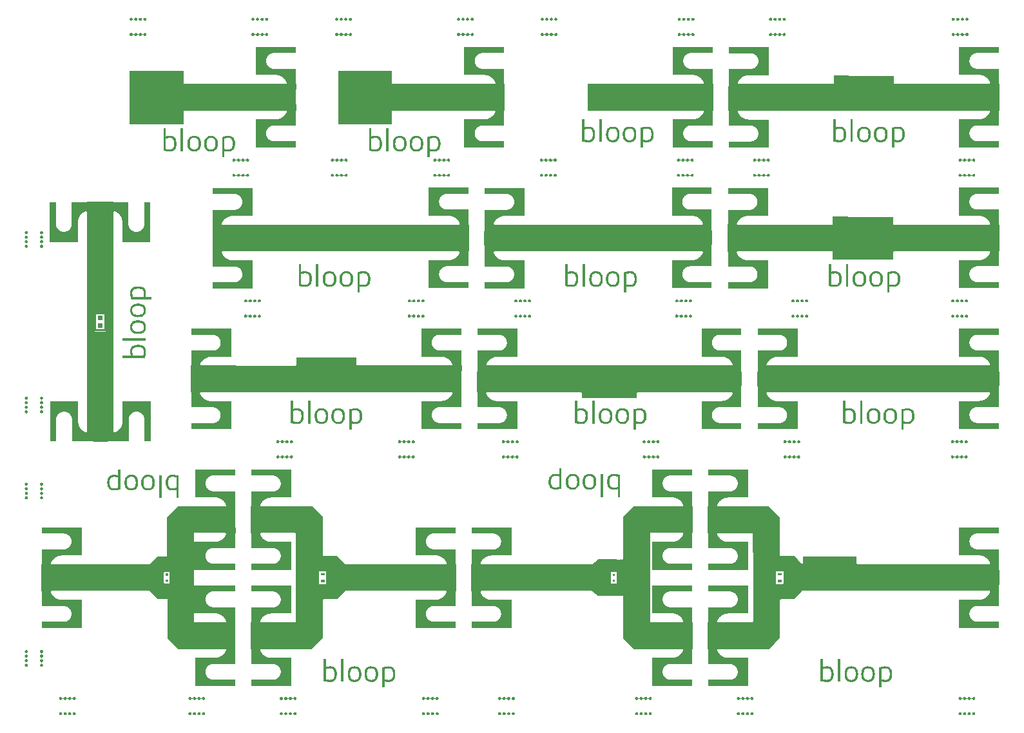
<source format=gts>
G04 #@! TF.GenerationSoftware,KiCad,Pcbnew,(5.1.2)-2*
G04 #@! TF.CreationDate,2019-09-28T03:00:28-05:00*
G04 #@! TF.ProjectId,front_end,66726f6e-745f-4656-9e64-2e6b69636164,A*
G04 #@! TF.SameCoordinates,Original*
G04 #@! TF.FileFunction,Soldermask,Top*
G04 #@! TF.FilePolarity,Negative*
%FSLAX46Y46*%
G04 Gerber Fmt 4.6, Leading zero omitted, Abs format (unit mm)*
G04 Created by KiCad (PCBNEW (5.1.2)-2) date 2019-09-28 03:00:28*
%MOMM*%
%LPD*%
G04 APERTURE LIST*
%ADD10C,0.100000*%
%ADD11C,0.010000*%
G04 APERTURE END LIST*
D10*
G36*
X202199460Y-152525200D02*
G01*
X202351860Y-152525200D01*
X202351860Y-152372800D01*
X202351860Y-152220400D01*
X201858384Y-152220400D01*
X201858384Y-152525200D01*
X202199460Y-152525200D01*
G37*
G36*
X204632420Y-152830000D02*
G01*
X204632420Y-153388800D01*
X203921220Y-154049200D01*
X202651220Y-154049200D01*
X202092420Y-154608000D01*
X201127220Y-154608000D01*
X201127220Y-151991800D01*
X201632959Y-151991800D01*
X201632959Y-153668200D01*
X202583635Y-153668200D01*
X202583635Y-151991800D01*
X201747696Y-151991800D01*
X201127220Y-151991800D01*
X201127220Y-151052000D01*
X202092420Y-151052000D01*
X202651220Y-151610800D01*
X203921220Y-151610800D01*
X204632420Y-152271200D01*
X204632420Y-152830000D01*
G37*
G36*
X202202635Y-153439600D02*
G01*
X202355035Y-153439600D01*
X202355035Y-153287200D01*
X202355035Y-153134800D01*
X201861559Y-153134800D01*
X201861559Y-153439600D01*
X202202635Y-153439600D01*
G37*
G36*
X262240740Y-152525200D02*
G01*
X262393140Y-152525200D01*
X262393140Y-152372800D01*
X262393140Y-152220400D01*
X261899664Y-152220400D01*
X261899664Y-152525200D01*
X262240740Y-152525200D01*
G37*
G36*
X264673700Y-152830000D02*
G01*
X264673700Y-153388800D01*
X263962500Y-154049200D01*
X262692500Y-154049200D01*
X262133700Y-154608000D01*
X261168500Y-154608000D01*
X261168500Y-151991800D01*
X261674239Y-151991800D01*
X261674239Y-153668200D01*
X262624915Y-153668200D01*
X262624915Y-151991800D01*
X261788976Y-151991800D01*
X261168500Y-151991800D01*
X261168500Y-151052000D01*
X262133700Y-151052000D01*
X262692500Y-151610800D01*
X263962500Y-151610800D01*
X264673700Y-152271200D01*
X264673700Y-152830000D01*
G37*
G36*
X262243915Y-153439600D02*
G01*
X262396315Y-153439600D01*
X262396315Y-153287200D01*
X262396315Y-153134800D01*
X261902839Y-153134800D01*
X261902839Y-153439600D01*
X262243915Y-153439600D01*
G37*
G36*
X173198140Y-119005780D02*
G01*
X173198140Y-118416500D01*
X172558060Y-118416500D01*
X172558060Y-119005920D01*
X173198140Y-119005780D01*
G37*
G36*
X173198140Y-119976060D02*
G01*
X173198140Y-119386780D01*
X172558060Y-119386780D01*
X172558060Y-119976200D01*
X173198140Y-119976060D01*
G37*
G36*
X172116100Y-120458660D02*
G01*
X172116100Y-117933900D01*
X173640100Y-117933900D01*
X173640100Y-120204660D01*
X173426740Y-120204660D01*
X173426740Y-118187900D01*
X172329460Y-118187900D01*
X172329460Y-120204800D01*
X173396260Y-120204660D01*
X173640100Y-120204660D01*
X173640100Y-120458660D01*
X172116100Y-120458660D01*
G37*
G36*
X238365900Y-154201600D02*
G01*
X238365900Y-153592000D01*
X236587900Y-153592000D01*
X236587900Y-152146740D01*
X238365900Y-152144200D01*
X238365900Y-151460940D01*
X242320680Y-151460940D01*
X242320680Y-153594540D01*
X240742624Y-153592000D01*
X240742624Y-152068000D01*
X239980624Y-152068000D01*
X239980624Y-153592000D01*
X240742624Y-153592000D01*
X242328300Y-153592000D01*
X242328300Y-154201600D01*
X238365900Y-154201600D01*
G37*
G36*
X240361624Y-152297136D02*
G01*
X240209224Y-152297136D01*
X240209224Y-152449536D01*
X240209224Y-152601936D01*
X240514024Y-152601936D01*
X240514024Y-152297136D01*
X240361624Y-152297136D01*
G37*
G36*
X240361624Y-153081567D02*
G01*
X240209224Y-153081567D01*
X240209224Y-153233967D01*
X240209224Y-153386367D01*
X240514024Y-153386367D01*
X240514024Y-153081567D01*
X240361624Y-153081567D01*
G37*
G36*
X223469140Y-127680000D02*
G01*
X223469140Y-125780000D01*
X222369140Y-125780000D01*
X222369140Y-127680000D01*
X223469140Y-127680000D01*
G37*
G36*
X249597600Y-159470000D02*
G01*
X249597600Y-161370000D01*
X250697600Y-161370000D01*
X250697600Y-159470000D01*
X249597600Y-159470000D01*
G37*
G36*
X249597600Y-144230000D02*
G01*
X249597600Y-146130000D01*
X250697600Y-146130000D01*
X250697600Y-144230000D01*
X249597600Y-144230000D01*
G37*
G36*
X253797940Y-161430000D02*
G01*
X253797940Y-159530000D01*
X252697940Y-159530000D01*
X252697940Y-161430000D01*
X253797940Y-161430000D01*
G37*
G36*
X253797940Y-146190000D02*
G01*
X253797940Y-144290000D01*
X252697940Y-144290000D01*
X252697940Y-146190000D01*
X253797940Y-146190000D01*
G37*
G36*
X256510000Y-90660000D02*
G01*
X256510000Y-88760000D01*
X255410000Y-88760000D01*
X255410000Y-90660000D01*
X256510000Y-90660000D01*
G37*
G36*
X173858100Y-133855000D02*
G01*
X171958100Y-133855000D01*
X171958100Y-134955000D01*
X173858100Y-134955000D01*
X173858100Y-133855000D01*
G37*
G36*
X171898100Y-104535420D02*
G01*
X173798100Y-104535420D01*
X173798100Y-103435420D01*
X171898100Y-103435420D01*
X171898100Y-104535420D01*
G37*
G36*
X218511140Y-151850000D02*
G01*
X218511140Y-153750000D01*
X219611140Y-153750000D01*
X219611140Y-151850000D01*
X218511140Y-151850000D01*
G37*
G36*
X189551740Y-144230000D02*
G01*
X189551740Y-146130000D01*
X190651740Y-146130000D01*
X190651740Y-144230000D01*
X189551740Y-144230000D01*
G37*
G36*
X189551740Y-159470000D02*
G01*
X189551740Y-161370000D01*
X190651740Y-161370000D01*
X190651740Y-159470000D01*
X189551740Y-159470000D01*
G37*
G36*
X197510000Y-88700000D02*
G01*
X197510000Y-90600000D01*
X198610000Y-90600000D01*
X198610000Y-88700000D01*
X197510000Y-88700000D01*
G37*
G36*
X166265380Y-153810000D02*
G01*
X166265380Y-151910000D01*
X165165380Y-151910000D01*
X165165380Y-153810000D01*
X166265380Y-153810000D01*
G37*
G36*
X224910000Y-88700000D02*
G01*
X224910000Y-90600000D01*
X226010000Y-90600000D01*
X226010000Y-88700000D01*
X224910000Y-88700000D01*
G37*
G36*
X289915720Y-88692380D02*
G01*
X289915720Y-90592380D01*
X291015720Y-90592380D01*
X291015720Y-88692380D01*
X289915720Y-88692380D01*
G37*
G36*
X289916200Y-125720000D02*
G01*
X289916200Y-127620000D01*
X291016200Y-127620000D01*
X291016200Y-125720000D01*
X289916200Y-125720000D01*
G37*
G36*
X260290000Y-127680000D02*
G01*
X260290000Y-125780000D01*
X259190000Y-125780000D01*
X259190000Y-127680000D01*
X260290000Y-127680000D01*
G37*
G36*
X252310000Y-88700000D02*
G01*
X252310000Y-90600000D01*
X253410000Y-90600000D01*
X253410000Y-88700000D01*
X252310000Y-88700000D01*
G37*
G36*
X224433240Y-109170000D02*
G01*
X224433240Y-107270000D01*
X223333240Y-107270000D01*
X223333240Y-109170000D01*
X224433240Y-109170000D01*
G37*
G36*
X252190000Y-107210000D02*
G01*
X252190000Y-109110000D01*
X253290000Y-109110000D01*
X253290000Y-107210000D01*
X252190000Y-107210000D01*
G37*
G36*
X289916040Y-151850000D02*
G01*
X289916040Y-153750000D01*
X291016040Y-153750000D01*
X291016040Y-151850000D01*
X289916040Y-151850000D01*
G37*
G36*
X185863900Y-127680000D02*
G01*
X185863900Y-125780000D01*
X184763900Y-125780000D01*
X184763900Y-127680000D01*
X185863900Y-127680000D01*
G37*
G36*
X256090000Y-125720000D02*
G01*
X256090000Y-127620000D01*
X257190000Y-127620000D01*
X257190000Y-125720000D01*
X256090000Y-125720000D01*
G37*
G36*
X222709520Y-153810000D02*
G01*
X222709520Y-151910000D01*
X221609520Y-151910000D01*
X221609520Y-153810000D01*
X222709520Y-153810000D01*
G37*
G36*
X193756660Y-161430000D02*
G01*
X193756660Y-159530000D01*
X192656660Y-159530000D01*
X192656660Y-161430000D01*
X193756660Y-161430000D01*
G37*
G36*
X220233580Y-107210000D02*
G01*
X220233580Y-109110000D01*
X221333580Y-109110000D01*
X221333580Y-107210000D01*
X220233580Y-107210000D01*
G37*
G36*
X188710000Y-109170000D02*
G01*
X188710000Y-107270000D01*
X187610000Y-107270000D01*
X187610000Y-109170000D01*
X188710000Y-109170000D01*
G37*
G36*
X289911290Y-107209788D02*
G01*
X289911290Y-109109788D01*
X291011290Y-109109788D01*
X291011290Y-107209788D01*
X289911290Y-107209788D01*
G37*
G36*
X256390000Y-109170000D02*
G01*
X256390000Y-107270000D01*
X255290000Y-107270000D01*
X255290000Y-109170000D01*
X256390000Y-109170000D01*
G37*
G36*
X219269620Y-125720000D02*
G01*
X219269620Y-127620000D01*
X220369620Y-127620000D01*
X220369620Y-125720000D01*
X219269620Y-125720000D01*
G37*
G36*
X193756660Y-146190000D02*
G01*
X193756660Y-144290000D01*
X192656660Y-144290000D01*
X192656660Y-146190000D01*
X193756660Y-146190000D01*
G37*
D11*
G36*
X238611889Y-139235920D02*
G01*
X238835409Y-139235920D01*
X238835409Y-142151840D01*
X238611889Y-142151840D01*
X238611889Y-139235920D01*
X238611889Y-139235920D01*
G37*
X238611889Y-139235920D02*
X238835409Y-139235920D01*
X238835409Y-142151840D01*
X238611889Y-142151840D01*
X238611889Y-139235920D01*
G36*
X234846654Y-141172819D02*
G01*
X234707283Y-141157290D01*
X234582678Y-141127980D01*
X234472361Y-141084538D01*
X234375849Y-141026615D01*
X234292664Y-140953861D01*
X234222325Y-140865925D01*
X234164350Y-140762458D01*
X234118261Y-140643110D01*
X234117923Y-140642041D01*
X234087866Y-140520824D01*
X234068740Y-140382517D01*
X234060548Y-140227168D01*
X234060209Y-140185881D01*
X234066370Y-140020263D01*
X234084944Y-139870589D01*
X234116068Y-139736608D01*
X234159878Y-139618071D01*
X234216511Y-139514728D01*
X234286104Y-139426329D01*
X234368794Y-139352626D01*
X234464716Y-139293368D01*
X234573749Y-139248391D01*
X234662952Y-139225410D01*
X234765053Y-139209815D01*
X234873806Y-139202181D01*
X234982967Y-139203081D01*
X235030489Y-139206417D01*
X235163146Y-139226514D01*
X235282194Y-139261385D01*
X235387745Y-139311162D01*
X235479912Y-139375976D01*
X235558807Y-139455958D01*
X235624541Y-139551237D01*
X235677227Y-139661945D01*
X235716978Y-139788212D01*
X235743904Y-139930169D01*
X235756090Y-140052084D01*
X235758896Y-140150527D01*
X235531987Y-140150527D01*
X235524892Y-140019321D01*
X235522712Y-139996457D01*
X235503562Y-139866059D01*
X235474088Y-139752832D01*
X235433801Y-139656165D01*
X235382213Y-139575447D01*
X235318834Y-139510067D01*
X235243177Y-139459415D01*
X235154751Y-139422881D01*
X235053069Y-139399853D01*
X235044142Y-139398547D01*
X234990834Y-139393937D01*
X234926261Y-139392717D01*
X234857013Y-139394600D01*
X234789680Y-139399300D01*
X234730852Y-139406530D01*
X234695209Y-139413716D01*
X234604175Y-139445415D01*
X234525667Y-139490268D01*
X234459238Y-139548982D01*
X234404443Y-139622262D01*
X234360835Y-139710817D01*
X234327968Y-139815351D01*
X234305397Y-139936573D01*
X234294279Y-140048613D01*
X234290602Y-140138995D01*
X234290653Y-140235858D01*
X234294246Y-140323040D01*
X234309033Y-140460234D01*
X234334202Y-140580198D01*
X234370233Y-140683449D01*
X234417605Y-140770500D01*
X234476797Y-140841866D01*
X234548288Y-140898063D01*
X234632559Y-140939604D01*
X234730088Y-140967004D01*
X234841354Y-140980778D01*
X234908569Y-140982732D01*
X235029833Y-140975878D01*
X235136534Y-140955137D01*
X235229193Y-140920232D01*
X235308330Y-140870892D01*
X235374468Y-140806843D01*
X235428126Y-140727810D01*
X235440858Y-140703220D01*
X235474682Y-140617529D01*
X235501092Y-140516093D01*
X235519702Y-140402234D01*
X235530129Y-140279271D01*
X235531987Y-140150527D01*
X235758896Y-140150527D01*
X235760741Y-140215242D01*
X235752889Y-140368800D01*
X235732819Y-140511279D01*
X235700817Y-140641197D01*
X235657167Y-140757077D01*
X235602155Y-140857438D01*
X235600431Y-140860044D01*
X235529751Y-140948363D01*
X235444843Y-141022810D01*
X235346700Y-141082971D01*
X235236318Y-141128434D01*
X235114689Y-141158787D01*
X234982808Y-141173617D01*
X234846654Y-141172819D01*
X234846654Y-141172819D01*
G37*
X234846654Y-141172819D02*
X234707283Y-141157290D01*
X234582678Y-141127980D01*
X234472361Y-141084538D01*
X234375849Y-141026615D01*
X234292664Y-140953861D01*
X234222325Y-140865925D01*
X234164350Y-140762458D01*
X234118261Y-140643110D01*
X234117923Y-140642041D01*
X234087866Y-140520824D01*
X234068740Y-140382517D01*
X234060548Y-140227168D01*
X234060209Y-140185881D01*
X234066370Y-140020263D01*
X234084944Y-139870589D01*
X234116068Y-139736608D01*
X234159878Y-139618071D01*
X234216511Y-139514728D01*
X234286104Y-139426329D01*
X234368794Y-139352626D01*
X234464716Y-139293368D01*
X234573749Y-139248391D01*
X234662952Y-139225410D01*
X234765053Y-139209815D01*
X234873806Y-139202181D01*
X234982967Y-139203081D01*
X235030489Y-139206417D01*
X235163146Y-139226514D01*
X235282194Y-139261385D01*
X235387745Y-139311162D01*
X235479912Y-139375976D01*
X235558807Y-139455958D01*
X235624541Y-139551237D01*
X235677227Y-139661945D01*
X235716978Y-139788212D01*
X235743904Y-139930169D01*
X235756090Y-140052084D01*
X235758896Y-140150527D01*
X235531987Y-140150527D01*
X235524892Y-140019321D01*
X235522712Y-139996457D01*
X235503562Y-139866059D01*
X235474088Y-139752832D01*
X235433801Y-139656165D01*
X235382213Y-139575447D01*
X235318834Y-139510067D01*
X235243177Y-139459415D01*
X235154751Y-139422881D01*
X235053069Y-139399853D01*
X235044142Y-139398547D01*
X234990834Y-139393937D01*
X234926261Y-139392717D01*
X234857013Y-139394600D01*
X234789680Y-139399300D01*
X234730852Y-139406530D01*
X234695209Y-139413716D01*
X234604175Y-139445415D01*
X234525667Y-139490268D01*
X234459238Y-139548982D01*
X234404443Y-139622262D01*
X234360835Y-139710817D01*
X234327968Y-139815351D01*
X234305397Y-139936573D01*
X234294279Y-140048613D01*
X234290602Y-140138995D01*
X234290653Y-140235858D01*
X234294246Y-140323040D01*
X234309033Y-140460234D01*
X234334202Y-140580198D01*
X234370233Y-140683449D01*
X234417605Y-140770500D01*
X234476797Y-140841866D01*
X234548288Y-140898063D01*
X234632559Y-140939604D01*
X234730088Y-140967004D01*
X234841354Y-140980778D01*
X234908569Y-140982732D01*
X235029833Y-140975878D01*
X235136534Y-140955137D01*
X235229193Y-140920232D01*
X235308330Y-140870892D01*
X235374468Y-140806843D01*
X235428126Y-140727810D01*
X235440858Y-140703220D01*
X235474682Y-140617529D01*
X235501092Y-140516093D01*
X235519702Y-140402234D01*
X235530129Y-140279271D01*
X235531987Y-140150527D01*
X235758896Y-140150527D01*
X235760741Y-140215242D01*
X235752889Y-140368800D01*
X235732819Y-140511279D01*
X235700817Y-140641197D01*
X235657167Y-140757077D01*
X235602155Y-140857438D01*
X235600431Y-140860044D01*
X235529751Y-140948363D01*
X235444843Y-141022810D01*
X235346700Y-141082971D01*
X235236318Y-141128434D01*
X235114689Y-141158787D01*
X234982808Y-141173617D01*
X234846654Y-141172819D01*
G36*
X237024897Y-141171770D02*
G01*
X236976129Y-141167088D01*
X236892022Y-141154835D01*
X236821208Y-141139602D01*
X236756687Y-141119461D01*
X236691460Y-141092481D01*
X236671329Y-141083062D01*
X236625100Y-141059128D01*
X236586281Y-141033920D01*
X236548262Y-141002562D01*
X236504436Y-140960179D01*
X236503540Y-140959271D01*
X236436855Y-140882753D01*
X236381865Y-140799320D01*
X236337972Y-140707065D01*
X236304579Y-140604079D01*
X236281088Y-140488456D01*
X236266902Y-140358288D01*
X236261424Y-140211666D01*
X236261316Y-140185880D01*
X236265628Y-140034369D01*
X236278917Y-139899632D01*
X236301708Y-139779966D01*
X236334528Y-139673666D01*
X236377903Y-139579026D01*
X236432360Y-139494343D01*
X236498426Y-139417911D01*
X236498501Y-139417834D01*
X236574049Y-139350949D01*
X236655856Y-139297869D01*
X236746743Y-139257412D01*
X236849530Y-139228396D01*
X236967038Y-139209636D01*
X237003631Y-139206002D01*
X237050781Y-139202006D01*
X237090095Y-139198939D01*
X237117412Y-139197108D01*
X237128529Y-139196807D01*
X237140221Y-139198179D01*
X237167460Y-139200782D01*
X237205542Y-139204179D01*
X237230129Y-139206288D01*
X237317997Y-139218391D01*
X237408278Y-139239099D01*
X237493579Y-139266371D01*
X237566504Y-139298170D01*
X237570053Y-139300033D01*
X237626835Y-139336573D01*
X237686739Y-139386016D01*
X237744040Y-139442975D01*
X237793013Y-139502058D01*
X237808809Y-139524804D01*
X237842674Y-139585746D01*
X237875313Y-139660977D01*
X237904527Y-139744487D01*
X237928120Y-139830268D01*
X237938482Y-139879346D01*
X237947017Y-139941855D01*
X237952957Y-140019293D01*
X237956309Y-140106437D01*
X237956979Y-140185880D01*
X237727850Y-140185880D01*
X237723208Y-140036575D01*
X237708976Y-139904708D01*
X237684697Y-139789566D01*
X237649910Y-139690434D01*
X237604159Y-139606600D01*
X237546984Y-139537347D01*
X237477927Y-139481963D01*
X237396529Y-139439734D01*
X237302333Y-139409944D01*
X237219969Y-139394924D01*
X237180719Y-139392324D01*
X237127706Y-139392391D01*
X237067258Y-139394754D01*
X237005706Y-139399044D01*
X236949377Y-139404891D01*
X236904600Y-139411926D01*
X236895795Y-139413864D01*
X236805164Y-139444114D01*
X236726395Y-139488803D01*
X236659277Y-139548337D01*
X236603597Y-139623121D01*
X236559143Y-139713559D01*
X236525702Y-139820057D01*
X236503062Y-139943020D01*
X236491012Y-140082854D01*
X236488763Y-140190694D01*
X236494227Y-140341341D01*
X236510066Y-140474854D01*
X236536545Y-140591724D01*
X236573929Y-140692441D01*
X236622481Y-140777498D01*
X236682465Y-140847385D01*
X236754146Y-140902593D01*
X236837788Y-140943613D01*
X236905009Y-140964502D01*
X236944484Y-140970993D01*
X236998693Y-140975447D01*
X237062149Y-140977864D01*
X237129370Y-140978243D01*
X237194870Y-140976585D01*
X237253165Y-140972891D01*
X237298771Y-140967158D01*
X237311409Y-140964502D01*
X237407203Y-140931115D01*
X237491343Y-140881814D01*
X237562517Y-140817606D01*
X237619410Y-140739501D01*
X237630113Y-140720106D01*
X237665060Y-140642144D01*
X237691778Y-140556579D01*
X237710768Y-140460672D01*
X237722533Y-140351679D01*
X237727574Y-140226859D01*
X237727850Y-140185880D01*
X237956979Y-140185880D01*
X237957082Y-140198066D01*
X237955286Y-140288955D01*
X237950927Y-140373881D01*
X237944015Y-140447623D01*
X237937496Y-140490680D01*
X237905367Y-140626043D01*
X237862660Y-140744630D01*
X237808759Y-140847376D01*
X237743047Y-140935215D01*
X237664909Y-141009084D01*
X237573727Y-141069917D01*
X237545882Y-141084687D01*
X237459011Y-141120235D01*
X237358385Y-141147454D01*
X237249096Y-141165607D01*
X237136236Y-141173958D01*
X237024897Y-141171770D01*
X237024897Y-141171770D01*
G37*
X237024897Y-141171770D02*
X236976129Y-141167088D01*
X236892022Y-141154835D01*
X236821208Y-141139602D01*
X236756687Y-141119461D01*
X236691460Y-141092481D01*
X236671329Y-141083062D01*
X236625100Y-141059128D01*
X236586281Y-141033920D01*
X236548262Y-141002562D01*
X236504436Y-140960179D01*
X236503540Y-140959271D01*
X236436855Y-140882753D01*
X236381865Y-140799320D01*
X236337972Y-140707065D01*
X236304579Y-140604079D01*
X236281088Y-140488456D01*
X236266902Y-140358288D01*
X236261424Y-140211666D01*
X236261316Y-140185880D01*
X236265628Y-140034369D01*
X236278917Y-139899632D01*
X236301708Y-139779966D01*
X236334528Y-139673666D01*
X236377903Y-139579026D01*
X236432360Y-139494343D01*
X236498426Y-139417911D01*
X236498501Y-139417834D01*
X236574049Y-139350949D01*
X236655856Y-139297869D01*
X236746743Y-139257412D01*
X236849530Y-139228396D01*
X236967038Y-139209636D01*
X237003631Y-139206002D01*
X237050781Y-139202006D01*
X237090095Y-139198939D01*
X237117412Y-139197108D01*
X237128529Y-139196807D01*
X237140221Y-139198179D01*
X237167460Y-139200782D01*
X237205542Y-139204179D01*
X237230129Y-139206288D01*
X237317997Y-139218391D01*
X237408278Y-139239099D01*
X237493579Y-139266371D01*
X237566504Y-139298170D01*
X237570053Y-139300033D01*
X237626835Y-139336573D01*
X237686739Y-139386016D01*
X237744040Y-139442975D01*
X237793013Y-139502058D01*
X237808809Y-139524804D01*
X237842674Y-139585746D01*
X237875313Y-139660977D01*
X237904527Y-139744487D01*
X237928120Y-139830268D01*
X237938482Y-139879346D01*
X237947017Y-139941855D01*
X237952957Y-140019293D01*
X237956309Y-140106437D01*
X237956979Y-140185880D01*
X237727850Y-140185880D01*
X237723208Y-140036575D01*
X237708976Y-139904708D01*
X237684697Y-139789566D01*
X237649910Y-139690434D01*
X237604159Y-139606600D01*
X237546984Y-139537347D01*
X237477927Y-139481963D01*
X237396529Y-139439734D01*
X237302333Y-139409944D01*
X237219969Y-139394924D01*
X237180719Y-139392324D01*
X237127706Y-139392391D01*
X237067258Y-139394754D01*
X237005706Y-139399044D01*
X236949377Y-139404891D01*
X236904600Y-139411926D01*
X236895795Y-139413864D01*
X236805164Y-139444114D01*
X236726395Y-139488803D01*
X236659277Y-139548337D01*
X236603597Y-139623121D01*
X236559143Y-139713559D01*
X236525702Y-139820057D01*
X236503062Y-139943020D01*
X236491012Y-140082854D01*
X236488763Y-140190694D01*
X236494227Y-140341341D01*
X236510066Y-140474854D01*
X236536545Y-140591724D01*
X236573929Y-140692441D01*
X236622481Y-140777498D01*
X236682465Y-140847385D01*
X236754146Y-140902593D01*
X236837788Y-140943613D01*
X236905009Y-140964502D01*
X236944484Y-140970993D01*
X236998693Y-140975447D01*
X237062149Y-140977864D01*
X237129370Y-140978243D01*
X237194870Y-140976585D01*
X237253165Y-140972891D01*
X237298771Y-140967158D01*
X237311409Y-140964502D01*
X237407203Y-140931115D01*
X237491343Y-140881814D01*
X237562517Y-140817606D01*
X237619410Y-140739501D01*
X237630113Y-140720106D01*
X237665060Y-140642144D01*
X237691778Y-140556579D01*
X237710768Y-140460672D01*
X237722533Y-140351679D01*
X237727574Y-140226859D01*
X237727850Y-140185880D01*
X237956979Y-140185880D01*
X237957082Y-140198066D01*
X237955286Y-140288955D01*
X237950927Y-140373881D01*
X237944015Y-140447623D01*
X237937496Y-140490680D01*
X237905367Y-140626043D01*
X237862660Y-140744630D01*
X237808759Y-140847376D01*
X237743047Y-140935215D01*
X237664909Y-141009084D01*
X237573727Y-141069917D01*
X237545882Y-141084687D01*
X237459011Y-141120235D01*
X237358385Y-141147454D01*
X237249096Y-141165607D01*
X237136236Y-141173958D01*
X237024897Y-141171770D01*
G36*
X240877570Y-141622419D02*
G01*
X240877570Y-141092998D01*
X240849630Y-141100133D01*
X240788887Y-141113983D01*
X240714597Y-141128371D01*
X240633463Y-141142190D01*
X240552193Y-141154331D01*
X240477489Y-141163686D01*
X240445769Y-141166877D01*
X240293486Y-141173472D01*
X240154347Y-141164612D01*
X240028314Y-141140262D01*
X239915349Y-141100386D01*
X239815413Y-141044948D01*
X239728467Y-140973913D01*
X239654472Y-140887244D01*
X239593389Y-140784905D01*
X239545181Y-140666862D01*
X239509808Y-140533077D01*
X239487232Y-140383516D01*
X239479145Y-140272240D01*
X239478468Y-140103117D01*
X239491841Y-139945467D01*
X239519091Y-139800331D01*
X239560041Y-139668748D01*
X239593658Y-139591520D01*
X239620566Y-139540231D01*
X239647305Y-139498526D01*
X239679174Y-139459101D01*
X239721473Y-139414654D01*
X239723392Y-139412733D01*
X239800367Y-139345136D01*
X239882862Y-139291935D01*
X239974215Y-139251617D01*
X240077762Y-139222671D01*
X240180574Y-139205535D01*
X240234654Y-139200674D01*
X240298976Y-139197791D01*
X240365898Y-139196983D01*
X240427781Y-139198342D01*
X240476249Y-139201878D01*
X240499789Y-139204611D01*
X240537103Y-139208929D01*
X240581778Y-139214092D01*
X240603249Y-139216571D01*
X240666749Y-139225137D01*
X240744414Y-139237578D01*
X240830684Y-139252895D01*
X240919995Y-139270089D01*
X241006787Y-139288163D01*
X241027429Y-139292700D01*
X241101089Y-139309080D01*
X241101089Y-140899956D01*
X240877569Y-140899956D01*
X240877569Y-140174618D01*
X240877503Y-140055236D01*
X240877312Y-139941979D01*
X240877005Y-139836457D01*
X240876596Y-139740281D01*
X240876093Y-139655059D01*
X240875507Y-139582402D01*
X240874851Y-139523920D01*
X240874134Y-139481223D01*
X240873367Y-139455920D01*
X240872710Y-139449280D01*
X240861401Y-139447740D01*
X240833995Y-139443532D01*
X240794449Y-139437276D01*
X240746718Y-139429591D01*
X240740244Y-139428540D01*
X240597443Y-139408620D01*
X240464050Y-139396611D01*
X240342203Y-139392564D01*
X240234040Y-139396528D01*
X240141698Y-139408554D01*
X240116515Y-139413951D01*
X240023548Y-139445508D01*
X239942695Y-139493055D01*
X239873808Y-139556765D01*
X239816735Y-139636807D01*
X239771328Y-139733352D01*
X239737679Y-139845520D01*
X239730365Y-139879000D01*
X239724805Y-139910774D01*
X239720761Y-139944395D01*
X239717998Y-139983415D01*
X239716279Y-140031388D01*
X239715367Y-140091866D01*
X239715025Y-140168401D01*
X239715004Y-140185880D01*
X239715817Y-140289350D01*
X239718819Y-140375976D01*
X239724572Y-140449171D01*
X239733640Y-140512346D01*
X239746586Y-140568914D01*
X239763973Y-140622285D01*
X239786366Y-140675871D01*
X239800982Y-140706597D01*
X239849870Y-140788985D01*
X239908417Y-140855972D01*
X239977752Y-140908108D01*
X240059004Y-140945940D01*
X240153302Y-140970016D01*
X240261775Y-140980885D01*
X240364489Y-140980218D01*
X240489484Y-140970167D01*
X240625287Y-140951543D01*
X240764794Y-140925371D01*
X240803909Y-140916749D01*
X240877569Y-140899956D01*
X241101089Y-140899956D01*
X241101089Y-142151840D01*
X240877569Y-142151840D01*
X240877570Y-141622419D01*
X240877570Y-141622419D01*
G37*
X240877570Y-141622419D02*
X240877570Y-141092998D01*
X240849630Y-141100133D01*
X240788887Y-141113983D01*
X240714597Y-141128371D01*
X240633463Y-141142190D01*
X240552193Y-141154331D01*
X240477489Y-141163686D01*
X240445769Y-141166877D01*
X240293486Y-141173472D01*
X240154347Y-141164612D01*
X240028314Y-141140262D01*
X239915349Y-141100386D01*
X239815413Y-141044948D01*
X239728467Y-140973913D01*
X239654472Y-140887244D01*
X239593389Y-140784905D01*
X239545181Y-140666862D01*
X239509808Y-140533077D01*
X239487232Y-140383516D01*
X239479145Y-140272240D01*
X239478468Y-140103117D01*
X239491841Y-139945467D01*
X239519091Y-139800331D01*
X239560041Y-139668748D01*
X239593658Y-139591520D01*
X239620566Y-139540231D01*
X239647305Y-139498526D01*
X239679174Y-139459101D01*
X239721473Y-139414654D01*
X239723392Y-139412733D01*
X239800367Y-139345136D01*
X239882862Y-139291935D01*
X239974215Y-139251617D01*
X240077762Y-139222671D01*
X240180574Y-139205535D01*
X240234654Y-139200674D01*
X240298976Y-139197791D01*
X240365898Y-139196983D01*
X240427781Y-139198342D01*
X240476249Y-139201878D01*
X240499789Y-139204611D01*
X240537103Y-139208929D01*
X240581778Y-139214092D01*
X240603249Y-139216571D01*
X240666749Y-139225137D01*
X240744414Y-139237578D01*
X240830684Y-139252895D01*
X240919995Y-139270089D01*
X241006787Y-139288163D01*
X241027429Y-139292700D01*
X241101089Y-139309080D01*
X241101089Y-140899956D01*
X240877569Y-140899956D01*
X240877569Y-140174618D01*
X240877503Y-140055236D01*
X240877312Y-139941979D01*
X240877005Y-139836457D01*
X240876596Y-139740281D01*
X240876093Y-139655059D01*
X240875507Y-139582402D01*
X240874851Y-139523920D01*
X240874134Y-139481223D01*
X240873367Y-139455920D01*
X240872710Y-139449280D01*
X240861401Y-139447740D01*
X240833995Y-139443532D01*
X240794449Y-139437276D01*
X240746718Y-139429591D01*
X240740244Y-139428540D01*
X240597443Y-139408620D01*
X240464050Y-139396611D01*
X240342203Y-139392564D01*
X240234040Y-139396528D01*
X240141698Y-139408554D01*
X240116515Y-139413951D01*
X240023548Y-139445508D01*
X239942695Y-139493055D01*
X239873808Y-139556765D01*
X239816735Y-139636807D01*
X239771328Y-139733352D01*
X239737679Y-139845520D01*
X239730365Y-139879000D01*
X239724805Y-139910774D01*
X239720761Y-139944395D01*
X239717998Y-139983415D01*
X239716279Y-140031388D01*
X239715367Y-140091866D01*
X239715025Y-140168401D01*
X239715004Y-140185880D01*
X239715817Y-140289350D01*
X239718819Y-140375976D01*
X239724572Y-140449171D01*
X239733640Y-140512346D01*
X239746586Y-140568914D01*
X239763973Y-140622285D01*
X239786366Y-140675871D01*
X239800982Y-140706597D01*
X239849870Y-140788985D01*
X239908417Y-140855972D01*
X239977752Y-140908108D01*
X240059004Y-140945940D01*
X240153302Y-140970016D01*
X240261775Y-140980885D01*
X240364489Y-140980218D01*
X240489484Y-140970167D01*
X240625287Y-140951543D01*
X240764794Y-140925371D01*
X240803909Y-140916749D01*
X240877569Y-140899956D01*
X241101089Y-140899956D01*
X241101089Y-142151840D01*
X240877569Y-142151840D01*
X240877570Y-141622419D01*
G36*
X232556081Y-141172481D02*
G01*
X232449926Y-141161658D01*
X232351389Y-141140906D01*
X232258786Y-141110222D01*
X232185689Y-141077447D01*
X232109956Y-141029894D01*
X232037256Y-140966336D01*
X231971673Y-140891061D01*
X231917292Y-140808359D01*
X231902538Y-140780240D01*
X231856800Y-140668085D01*
X231822066Y-140541783D01*
X231798667Y-140404477D01*
X231786930Y-140259309D01*
X231787184Y-140109422D01*
X231799758Y-139957958D01*
X231809437Y-139890655D01*
X231839877Y-139752273D01*
X231883477Y-139629351D01*
X231940228Y-139521899D01*
X232010120Y-139429930D01*
X232093143Y-139353455D01*
X232189289Y-139292487D01*
X232298549Y-139247036D01*
X232334996Y-139236122D01*
X232423703Y-139217907D01*
X232528477Y-139206999D01*
X232646425Y-139203401D01*
X232774653Y-139207116D01*
X232910267Y-139218147D01*
X233043601Y-139235449D01*
X233093560Y-139243068D01*
X233135777Y-139249433D01*
X233166464Y-139253978D01*
X233181834Y-139256139D01*
X233182851Y-139256240D01*
X233183651Y-139246446D01*
X233184388Y-139218524D01*
X233185044Y-139174666D01*
X233185598Y-139117064D01*
X233186030Y-139047912D01*
X233186319Y-138969401D01*
X233186445Y-138883722D01*
X233186449Y-138865080D01*
X233186449Y-138473920D01*
X233409969Y-138473920D01*
X233409969Y-140899690D01*
X233186449Y-140899690D01*
X233186449Y-139451366D01*
X233122949Y-139440589D01*
X233076098Y-139433161D01*
X233017834Y-139424697D01*
X232954013Y-139415967D01*
X232890491Y-139407743D01*
X232833125Y-139400796D01*
X232787770Y-139395899D01*
X232774969Y-139394742D01*
X232724468Y-139392443D01*
X232663863Y-139392537D01*
X232598776Y-139394723D01*
X232534830Y-139398700D01*
X232477644Y-139404166D01*
X232432840Y-139410819D01*
X232419369Y-139413816D01*
X232330678Y-139444716D01*
X232255393Y-139488754D01*
X232196956Y-139540427D01*
X232142062Y-139609779D01*
X232097565Y-139692298D01*
X232063196Y-139788970D01*
X232038683Y-139900784D01*
X232023754Y-140028725D01*
X232018139Y-140173780D01*
X232018078Y-140191227D01*
X232023120Y-140342695D01*
X232038549Y-140476915D01*
X232064719Y-140594313D01*
X232101985Y-140695310D01*
X232150702Y-140780331D01*
X232211224Y-140849799D01*
X232283906Y-140904139D01*
X232369104Y-140943773D01*
X232467170Y-140969125D01*
X232578461Y-140980620D01*
X232678449Y-140980067D01*
X232766470Y-140973581D01*
X232864177Y-140962404D01*
X232963663Y-140947679D01*
X233057021Y-140930550D01*
X233121575Y-140915986D01*
X233186449Y-140899690D01*
X233409969Y-140899690D01*
X233409969Y-141040800D01*
X233260109Y-141077645D01*
X233090586Y-141116471D01*
X232937107Y-141145368D01*
X232797986Y-141164335D01*
X232671539Y-141173373D01*
X232556081Y-141172481D01*
X232556081Y-141172481D01*
G37*
X232556081Y-141172481D02*
X232449926Y-141161658D01*
X232351389Y-141140906D01*
X232258786Y-141110222D01*
X232185689Y-141077447D01*
X232109956Y-141029894D01*
X232037256Y-140966336D01*
X231971673Y-140891061D01*
X231917292Y-140808359D01*
X231902538Y-140780240D01*
X231856800Y-140668085D01*
X231822066Y-140541783D01*
X231798667Y-140404477D01*
X231786930Y-140259309D01*
X231787184Y-140109422D01*
X231799758Y-139957958D01*
X231809437Y-139890655D01*
X231839877Y-139752273D01*
X231883477Y-139629351D01*
X231940228Y-139521899D01*
X232010120Y-139429930D01*
X232093143Y-139353455D01*
X232189289Y-139292487D01*
X232298549Y-139247036D01*
X232334996Y-139236122D01*
X232423703Y-139217907D01*
X232528477Y-139206999D01*
X232646425Y-139203401D01*
X232774653Y-139207116D01*
X232910267Y-139218147D01*
X233043601Y-139235449D01*
X233093560Y-139243068D01*
X233135777Y-139249433D01*
X233166464Y-139253978D01*
X233181834Y-139256139D01*
X233182851Y-139256240D01*
X233183651Y-139246446D01*
X233184388Y-139218524D01*
X233185044Y-139174666D01*
X233185598Y-139117064D01*
X233186030Y-139047912D01*
X233186319Y-138969401D01*
X233186445Y-138883722D01*
X233186449Y-138865080D01*
X233186449Y-138473920D01*
X233409969Y-138473920D01*
X233409969Y-140899690D01*
X233186449Y-140899690D01*
X233186449Y-139451366D01*
X233122949Y-139440589D01*
X233076098Y-139433161D01*
X233017834Y-139424697D01*
X232954013Y-139415967D01*
X232890491Y-139407743D01*
X232833125Y-139400796D01*
X232787770Y-139395899D01*
X232774969Y-139394742D01*
X232724468Y-139392443D01*
X232663863Y-139392537D01*
X232598776Y-139394723D01*
X232534830Y-139398700D01*
X232477644Y-139404166D01*
X232432840Y-139410819D01*
X232419369Y-139413816D01*
X232330678Y-139444716D01*
X232255393Y-139488754D01*
X232196956Y-139540427D01*
X232142062Y-139609779D01*
X232097565Y-139692298D01*
X232063196Y-139788970D01*
X232038683Y-139900784D01*
X232023754Y-140028725D01*
X232018139Y-140173780D01*
X232018078Y-140191227D01*
X232023120Y-140342695D01*
X232038549Y-140476915D01*
X232064719Y-140594313D01*
X232101985Y-140695310D01*
X232150702Y-140780331D01*
X232211224Y-140849799D01*
X232283906Y-140904139D01*
X232369104Y-140943773D01*
X232467170Y-140969125D01*
X232578461Y-140980620D01*
X232678449Y-140980067D01*
X232766470Y-140973581D01*
X232864177Y-140962404D01*
X232963663Y-140947679D01*
X233057021Y-140930550D01*
X233121575Y-140915986D01*
X233186449Y-140899690D01*
X233409969Y-140899690D01*
X233409969Y-141040800D01*
X233260109Y-141077645D01*
X233090586Y-141116471D01*
X232937107Y-141145368D01*
X232797986Y-141164335D01*
X232671539Y-141173373D01*
X232556081Y-141172481D01*
G36*
X176819099Y-115308492D02*
G01*
X176829922Y-115202337D01*
X176850674Y-115103800D01*
X176881358Y-115011197D01*
X176914133Y-114938100D01*
X176961686Y-114862367D01*
X177025244Y-114789667D01*
X177100519Y-114724084D01*
X177183221Y-114669703D01*
X177211340Y-114654949D01*
X177323495Y-114609211D01*
X177449797Y-114574477D01*
X177587103Y-114551078D01*
X177732271Y-114539341D01*
X177882158Y-114539595D01*
X178033622Y-114552169D01*
X178100925Y-114561848D01*
X178239307Y-114592288D01*
X178362229Y-114635888D01*
X178469681Y-114692639D01*
X178561650Y-114762531D01*
X178638125Y-114845554D01*
X178699093Y-114941700D01*
X178744544Y-115050960D01*
X178755458Y-115087407D01*
X178773673Y-115176114D01*
X178784581Y-115280888D01*
X178788179Y-115398836D01*
X178784464Y-115527064D01*
X178773433Y-115662678D01*
X178756131Y-115796012D01*
X178748512Y-115845971D01*
X178742147Y-115888188D01*
X178737602Y-115918875D01*
X178735441Y-115934245D01*
X178735340Y-115935262D01*
X178745134Y-115936062D01*
X178773056Y-115936799D01*
X178816914Y-115937455D01*
X178874516Y-115938009D01*
X178943668Y-115938441D01*
X179022179Y-115938730D01*
X179107858Y-115938856D01*
X179126500Y-115938860D01*
X179517660Y-115938860D01*
X179517660Y-116162380D01*
X177091890Y-116162380D01*
X177091890Y-115938860D01*
X178540214Y-115938860D01*
X178550991Y-115875360D01*
X178558419Y-115828509D01*
X178566883Y-115770245D01*
X178575613Y-115706424D01*
X178583837Y-115642902D01*
X178590784Y-115585536D01*
X178595681Y-115540181D01*
X178596838Y-115527380D01*
X178599137Y-115476879D01*
X178599043Y-115416274D01*
X178596857Y-115351187D01*
X178592880Y-115287241D01*
X178587414Y-115230055D01*
X178580761Y-115185251D01*
X178577764Y-115171780D01*
X178546864Y-115083089D01*
X178502826Y-115007804D01*
X178451153Y-114949367D01*
X178381801Y-114894473D01*
X178299282Y-114849976D01*
X178202610Y-114815607D01*
X178090796Y-114791094D01*
X177962855Y-114776165D01*
X177817800Y-114770550D01*
X177800353Y-114770489D01*
X177648885Y-114775531D01*
X177514665Y-114790960D01*
X177397267Y-114817130D01*
X177296270Y-114854396D01*
X177211249Y-114903113D01*
X177141781Y-114963635D01*
X177087441Y-115036317D01*
X177047807Y-115121515D01*
X177022455Y-115219581D01*
X177010960Y-115330872D01*
X177011513Y-115430860D01*
X177017999Y-115518881D01*
X177029176Y-115616588D01*
X177043901Y-115716074D01*
X177061030Y-115809432D01*
X177075594Y-115873986D01*
X177091890Y-115938860D01*
X177091890Y-116162380D01*
X176950780Y-116162380D01*
X176913935Y-116012520D01*
X176875109Y-115842997D01*
X176846212Y-115689518D01*
X176827245Y-115550397D01*
X176818207Y-115423950D01*
X176819099Y-115308492D01*
X176819099Y-115308492D01*
G37*
X176819099Y-115308492D02*
X176829922Y-115202337D01*
X176850674Y-115103800D01*
X176881358Y-115011197D01*
X176914133Y-114938100D01*
X176961686Y-114862367D01*
X177025244Y-114789667D01*
X177100519Y-114724084D01*
X177183221Y-114669703D01*
X177211340Y-114654949D01*
X177323495Y-114609211D01*
X177449797Y-114574477D01*
X177587103Y-114551078D01*
X177732271Y-114539341D01*
X177882158Y-114539595D01*
X178033622Y-114552169D01*
X178100925Y-114561848D01*
X178239307Y-114592288D01*
X178362229Y-114635888D01*
X178469681Y-114692639D01*
X178561650Y-114762531D01*
X178638125Y-114845554D01*
X178699093Y-114941700D01*
X178744544Y-115050960D01*
X178755458Y-115087407D01*
X178773673Y-115176114D01*
X178784581Y-115280888D01*
X178788179Y-115398836D01*
X178784464Y-115527064D01*
X178773433Y-115662678D01*
X178756131Y-115796012D01*
X178748512Y-115845971D01*
X178742147Y-115888188D01*
X178737602Y-115918875D01*
X178735441Y-115934245D01*
X178735340Y-115935262D01*
X178745134Y-115936062D01*
X178773056Y-115936799D01*
X178816914Y-115937455D01*
X178874516Y-115938009D01*
X178943668Y-115938441D01*
X179022179Y-115938730D01*
X179107858Y-115938856D01*
X179126500Y-115938860D01*
X179517660Y-115938860D01*
X179517660Y-116162380D01*
X177091890Y-116162380D01*
X177091890Y-115938860D01*
X178540214Y-115938860D01*
X178550991Y-115875360D01*
X178558419Y-115828509D01*
X178566883Y-115770245D01*
X178575613Y-115706424D01*
X178583837Y-115642902D01*
X178590784Y-115585536D01*
X178595681Y-115540181D01*
X178596838Y-115527380D01*
X178599137Y-115476879D01*
X178599043Y-115416274D01*
X178596857Y-115351187D01*
X178592880Y-115287241D01*
X178587414Y-115230055D01*
X178580761Y-115185251D01*
X178577764Y-115171780D01*
X178546864Y-115083089D01*
X178502826Y-115007804D01*
X178451153Y-114949367D01*
X178381801Y-114894473D01*
X178299282Y-114849976D01*
X178202610Y-114815607D01*
X178090796Y-114791094D01*
X177962855Y-114776165D01*
X177817800Y-114770550D01*
X177800353Y-114770489D01*
X177648885Y-114775531D01*
X177514665Y-114790960D01*
X177397267Y-114817130D01*
X177296270Y-114854396D01*
X177211249Y-114903113D01*
X177141781Y-114963635D01*
X177087441Y-115036317D01*
X177047807Y-115121515D01*
X177022455Y-115219581D01*
X177010960Y-115330872D01*
X177011513Y-115430860D01*
X177017999Y-115518881D01*
X177029176Y-115616588D01*
X177043901Y-115716074D01*
X177061030Y-115809432D01*
X177075594Y-115873986D01*
X177091890Y-115938860D01*
X177091890Y-116162380D01*
X176950780Y-116162380D01*
X176913935Y-116012520D01*
X176875109Y-115842997D01*
X176846212Y-115689518D01*
X176827245Y-115550397D01*
X176818207Y-115423950D01*
X176819099Y-115308492D01*
G36*
X176369161Y-123629981D02*
G01*
X176898582Y-123629981D01*
X176891447Y-123602041D01*
X176877597Y-123541298D01*
X176863209Y-123467008D01*
X176849390Y-123385874D01*
X176837249Y-123304604D01*
X176827894Y-123229900D01*
X176824703Y-123198180D01*
X176818108Y-123045897D01*
X176826968Y-122906758D01*
X176851318Y-122780725D01*
X176891194Y-122667760D01*
X176946632Y-122567824D01*
X177017667Y-122480878D01*
X177104336Y-122406883D01*
X177206675Y-122345800D01*
X177324718Y-122297592D01*
X177458503Y-122262219D01*
X177608064Y-122239643D01*
X177719340Y-122231556D01*
X177888463Y-122230879D01*
X178046113Y-122244252D01*
X178191249Y-122271502D01*
X178322832Y-122312452D01*
X178400060Y-122346069D01*
X178451349Y-122372977D01*
X178493054Y-122399716D01*
X178532479Y-122431585D01*
X178576926Y-122473884D01*
X178578847Y-122475803D01*
X178646444Y-122552778D01*
X178699645Y-122635273D01*
X178739963Y-122726626D01*
X178768909Y-122830173D01*
X178786045Y-122932985D01*
X178790906Y-122987065D01*
X178793789Y-123051387D01*
X178794597Y-123118309D01*
X178793238Y-123180192D01*
X178789702Y-123228660D01*
X178786969Y-123252200D01*
X178782651Y-123289514D01*
X178777488Y-123334189D01*
X178775009Y-123355660D01*
X178766443Y-123419160D01*
X178754002Y-123496825D01*
X178738685Y-123583095D01*
X178721491Y-123672406D01*
X178703417Y-123759198D01*
X178698880Y-123779840D01*
X178682500Y-123853500D01*
X177091624Y-123853500D01*
X177091624Y-123629980D01*
X177816962Y-123629980D01*
X177936344Y-123629914D01*
X178049601Y-123629723D01*
X178155123Y-123629416D01*
X178251299Y-123629007D01*
X178336521Y-123628504D01*
X178409178Y-123627918D01*
X178467660Y-123627262D01*
X178510357Y-123626545D01*
X178535660Y-123625778D01*
X178542300Y-123625121D01*
X178543840Y-123613812D01*
X178548048Y-123586406D01*
X178554304Y-123546860D01*
X178561989Y-123499129D01*
X178563040Y-123492655D01*
X178582960Y-123349854D01*
X178594969Y-123216461D01*
X178599016Y-123094614D01*
X178595052Y-122986451D01*
X178583026Y-122894109D01*
X178577629Y-122868926D01*
X178546072Y-122775959D01*
X178498525Y-122695106D01*
X178434815Y-122626219D01*
X178354773Y-122569146D01*
X178258228Y-122523739D01*
X178146060Y-122490090D01*
X178112580Y-122482776D01*
X178080806Y-122477216D01*
X178047185Y-122473172D01*
X178008165Y-122470409D01*
X177960192Y-122468690D01*
X177899714Y-122467778D01*
X177823179Y-122467436D01*
X177805700Y-122467415D01*
X177702230Y-122468228D01*
X177615604Y-122471230D01*
X177542409Y-122476983D01*
X177479234Y-122486051D01*
X177422666Y-122498997D01*
X177369295Y-122516384D01*
X177315709Y-122538777D01*
X177284983Y-122553393D01*
X177202595Y-122602281D01*
X177135608Y-122660828D01*
X177083472Y-122730163D01*
X177045640Y-122811415D01*
X177021564Y-122905713D01*
X177010695Y-123014186D01*
X177011362Y-123116900D01*
X177021413Y-123241895D01*
X177040037Y-123377698D01*
X177066209Y-123517205D01*
X177074831Y-123556320D01*
X177091624Y-123629980D01*
X177091624Y-123853500D01*
X175839740Y-123853500D01*
X175839740Y-123629980D01*
X176369161Y-123629981D01*
X176369161Y-123629981D01*
G37*
X176369161Y-123629981D02*
X176898582Y-123629981D01*
X176891447Y-123602041D01*
X176877597Y-123541298D01*
X176863209Y-123467008D01*
X176849390Y-123385874D01*
X176837249Y-123304604D01*
X176827894Y-123229900D01*
X176824703Y-123198180D01*
X176818108Y-123045897D01*
X176826968Y-122906758D01*
X176851318Y-122780725D01*
X176891194Y-122667760D01*
X176946632Y-122567824D01*
X177017667Y-122480878D01*
X177104336Y-122406883D01*
X177206675Y-122345800D01*
X177324718Y-122297592D01*
X177458503Y-122262219D01*
X177608064Y-122239643D01*
X177719340Y-122231556D01*
X177888463Y-122230879D01*
X178046113Y-122244252D01*
X178191249Y-122271502D01*
X178322832Y-122312452D01*
X178400060Y-122346069D01*
X178451349Y-122372977D01*
X178493054Y-122399716D01*
X178532479Y-122431585D01*
X178576926Y-122473884D01*
X178578847Y-122475803D01*
X178646444Y-122552778D01*
X178699645Y-122635273D01*
X178739963Y-122726626D01*
X178768909Y-122830173D01*
X178786045Y-122932985D01*
X178790906Y-122987065D01*
X178793789Y-123051387D01*
X178794597Y-123118309D01*
X178793238Y-123180192D01*
X178789702Y-123228660D01*
X178786969Y-123252200D01*
X178782651Y-123289514D01*
X178777488Y-123334189D01*
X178775009Y-123355660D01*
X178766443Y-123419160D01*
X178754002Y-123496825D01*
X178738685Y-123583095D01*
X178721491Y-123672406D01*
X178703417Y-123759198D01*
X178698880Y-123779840D01*
X178682500Y-123853500D01*
X177091624Y-123853500D01*
X177091624Y-123629980D01*
X177816962Y-123629980D01*
X177936344Y-123629914D01*
X178049601Y-123629723D01*
X178155123Y-123629416D01*
X178251299Y-123629007D01*
X178336521Y-123628504D01*
X178409178Y-123627918D01*
X178467660Y-123627262D01*
X178510357Y-123626545D01*
X178535660Y-123625778D01*
X178542300Y-123625121D01*
X178543840Y-123613812D01*
X178548048Y-123586406D01*
X178554304Y-123546860D01*
X178561989Y-123499129D01*
X178563040Y-123492655D01*
X178582960Y-123349854D01*
X178594969Y-123216461D01*
X178599016Y-123094614D01*
X178595052Y-122986451D01*
X178583026Y-122894109D01*
X178577629Y-122868926D01*
X178546072Y-122775959D01*
X178498525Y-122695106D01*
X178434815Y-122626219D01*
X178354773Y-122569146D01*
X178258228Y-122523739D01*
X178146060Y-122490090D01*
X178112580Y-122482776D01*
X178080806Y-122477216D01*
X178047185Y-122473172D01*
X178008165Y-122470409D01*
X177960192Y-122468690D01*
X177899714Y-122467778D01*
X177823179Y-122467436D01*
X177805700Y-122467415D01*
X177702230Y-122468228D01*
X177615604Y-122471230D01*
X177542409Y-122476983D01*
X177479234Y-122486051D01*
X177422666Y-122498997D01*
X177369295Y-122516384D01*
X177315709Y-122538777D01*
X177284983Y-122553393D01*
X177202595Y-122602281D01*
X177135608Y-122660828D01*
X177083472Y-122730163D01*
X177045640Y-122811415D01*
X177021564Y-122905713D01*
X177010695Y-123014186D01*
X177011362Y-123116900D01*
X177021413Y-123241895D01*
X177040037Y-123377698D01*
X177066209Y-123517205D01*
X177074831Y-123556320D01*
X177091624Y-123629980D01*
X177091624Y-123853500D01*
X175839740Y-123853500D01*
X175839740Y-123629980D01*
X176369161Y-123629981D01*
G36*
X176819810Y-119777308D02*
G01*
X176824492Y-119728540D01*
X176836745Y-119644433D01*
X176851978Y-119573619D01*
X176872119Y-119509098D01*
X176899099Y-119443871D01*
X176908518Y-119423740D01*
X176932452Y-119377511D01*
X176957660Y-119338692D01*
X176989018Y-119300673D01*
X177031401Y-119256847D01*
X177032309Y-119255951D01*
X177108827Y-119189266D01*
X177192260Y-119134276D01*
X177284515Y-119090383D01*
X177387501Y-119056990D01*
X177503124Y-119033499D01*
X177633292Y-119019313D01*
X177779914Y-119013835D01*
X177805700Y-119013727D01*
X177957211Y-119018039D01*
X178091948Y-119031328D01*
X178211614Y-119054119D01*
X178317914Y-119086939D01*
X178412554Y-119130314D01*
X178497237Y-119184771D01*
X178573669Y-119250837D01*
X178573746Y-119250912D01*
X178640631Y-119326460D01*
X178693711Y-119408267D01*
X178734168Y-119499154D01*
X178763184Y-119601941D01*
X178781944Y-119719449D01*
X178785578Y-119756042D01*
X178789574Y-119803192D01*
X178792641Y-119842506D01*
X178794472Y-119869823D01*
X178794773Y-119880940D01*
X178793401Y-119892632D01*
X178790798Y-119919871D01*
X178787401Y-119957953D01*
X178785292Y-119982540D01*
X178773189Y-120070408D01*
X178752481Y-120160689D01*
X178725209Y-120245990D01*
X178693410Y-120318915D01*
X178691547Y-120322464D01*
X178655007Y-120379246D01*
X178605564Y-120439150D01*
X178548605Y-120496451D01*
X178489522Y-120545424D01*
X178466776Y-120561220D01*
X178405834Y-120595085D01*
X178330603Y-120627724D01*
X178247093Y-120656938D01*
X178161312Y-120680531D01*
X178112234Y-120690893D01*
X178049725Y-120699428D01*
X177972287Y-120705368D01*
X177885143Y-120708720D01*
X177805700Y-120709390D01*
X177805700Y-120480261D01*
X177955005Y-120475619D01*
X178086872Y-120461387D01*
X178202014Y-120437108D01*
X178301146Y-120402321D01*
X178384980Y-120356570D01*
X178454233Y-120299395D01*
X178509617Y-120230338D01*
X178551846Y-120148940D01*
X178581636Y-120054744D01*
X178596656Y-119972380D01*
X178599256Y-119933130D01*
X178599189Y-119880117D01*
X178596826Y-119819669D01*
X178592536Y-119758117D01*
X178586689Y-119701788D01*
X178579654Y-119657011D01*
X178577716Y-119648206D01*
X178547466Y-119557575D01*
X178502777Y-119478806D01*
X178443243Y-119411688D01*
X178368459Y-119356008D01*
X178278021Y-119311554D01*
X178171523Y-119278113D01*
X178048560Y-119255473D01*
X177908726Y-119243423D01*
X177800886Y-119241174D01*
X177650239Y-119246638D01*
X177516726Y-119262477D01*
X177399856Y-119288956D01*
X177299139Y-119326340D01*
X177214082Y-119374892D01*
X177144195Y-119434876D01*
X177088987Y-119506557D01*
X177047967Y-119590199D01*
X177027078Y-119657420D01*
X177020587Y-119696895D01*
X177016133Y-119751104D01*
X177013716Y-119814560D01*
X177013337Y-119881781D01*
X177014995Y-119947281D01*
X177018689Y-120005576D01*
X177024422Y-120051182D01*
X177027078Y-120063820D01*
X177060465Y-120159614D01*
X177109766Y-120243754D01*
X177173974Y-120314928D01*
X177252079Y-120371821D01*
X177271474Y-120382524D01*
X177349436Y-120417471D01*
X177435001Y-120444189D01*
X177530908Y-120463179D01*
X177639901Y-120474944D01*
X177764721Y-120479985D01*
X177805700Y-120480261D01*
X177805700Y-120709390D01*
X177793514Y-120709493D01*
X177702625Y-120707697D01*
X177617699Y-120703338D01*
X177543957Y-120696426D01*
X177500900Y-120689907D01*
X177365537Y-120657778D01*
X177246950Y-120615071D01*
X177144204Y-120561170D01*
X177056365Y-120495458D01*
X176982496Y-120417320D01*
X176921663Y-120326138D01*
X176906893Y-120298293D01*
X176871345Y-120211422D01*
X176844126Y-120110796D01*
X176825973Y-120001507D01*
X176817622Y-119888647D01*
X176819810Y-119777308D01*
X176819810Y-119777308D01*
G37*
X176819810Y-119777308D02*
X176824492Y-119728540D01*
X176836745Y-119644433D01*
X176851978Y-119573619D01*
X176872119Y-119509098D01*
X176899099Y-119443871D01*
X176908518Y-119423740D01*
X176932452Y-119377511D01*
X176957660Y-119338692D01*
X176989018Y-119300673D01*
X177031401Y-119256847D01*
X177032309Y-119255951D01*
X177108827Y-119189266D01*
X177192260Y-119134276D01*
X177284515Y-119090383D01*
X177387501Y-119056990D01*
X177503124Y-119033499D01*
X177633292Y-119019313D01*
X177779914Y-119013835D01*
X177805700Y-119013727D01*
X177957211Y-119018039D01*
X178091948Y-119031328D01*
X178211614Y-119054119D01*
X178317914Y-119086939D01*
X178412554Y-119130314D01*
X178497237Y-119184771D01*
X178573669Y-119250837D01*
X178573746Y-119250912D01*
X178640631Y-119326460D01*
X178693711Y-119408267D01*
X178734168Y-119499154D01*
X178763184Y-119601941D01*
X178781944Y-119719449D01*
X178785578Y-119756042D01*
X178789574Y-119803192D01*
X178792641Y-119842506D01*
X178794472Y-119869823D01*
X178794773Y-119880940D01*
X178793401Y-119892632D01*
X178790798Y-119919871D01*
X178787401Y-119957953D01*
X178785292Y-119982540D01*
X178773189Y-120070408D01*
X178752481Y-120160689D01*
X178725209Y-120245990D01*
X178693410Y-120318915D01*
X178691547Y-120322464D01*
X178655007Y-120379246D01*
X178605564Y-120439150D01*
X178548605Y-120496451D01*
X178489522Y-120545424D01*
X178466776Y-120561220D01*
X178405834Y-120595085D01*
X178330603Y-120627724D01*
X178247093Y-120656938D01*
X178161312Y-120680531D01*
X178112234Y-120690893D01*
X178049725Y-120699428D01*
X177972287Y-120705368D01*
X177885143Y-120708720D01*
X177805700Y-120709390D01*
X177805700Y-120480261D01*
X177955005Y-120475619D01*
X178086872Y-120461387D01*
X178202014Y-120437108D01*
X178301146Y-120402321D01*
X178384980Y-120356570D01*
X178454233Y-120299395D01*
X178509617Y-120230338D01*
X178551846Y-120148940D01*
X178581636Y-120054744D01*
X178596656Y-119972380D01*
X178599256Y-119933130D01*
X178599189Y-119880117D01*
X178596826Y-119819669D01*
X178592536Y-119758117D01*
X178586689Y-119701788D01*
X178579654Y-119657011D01*
X178577716Y-119648206D01*
X178547466Y-119557575D01*
X178502777Y-119478806D01*
X178443243Y-119411688D01*
X178368459Y-119356008D01*
X178278021Y-119311554D01*
X178171523Y-119278113D01*
X178048560Y-119255473D01*
X177908726Y-119243423D01*
X177800886Y-119241174D01*
X177650239Y-119246638D01*
X177516726Y-119262477D01*
X177399856Y-119288956D01*
X177299139Y-119326340D01*
X177214082Y-119374892D01*
X177144195Y-119434876D01*
X177088987Y-119506557D01*
X177047967Y-119590199D01*
X177027078Y-119657420D01*
X177020587Y-119696895D01*
X177016133Y-119751104D01*
X177013716Y-119814560D01*
X177013337Y-119881781D01*
X177014995Y-119947281D01*
X177018689Y-120005576D01*
X177024422Y-120051182D01*
X177027078Y-120063820D01*
X177060465Y-120159614D01*
X177109766Y-120243754D01*
X177173974Y-120314928D01*
X177252079Y-120371821D01*
X177271474Y-120382524D01*
X177349436Y-120417471D01*
X177435001Y-120444189D01*
X177530908Y-120463179D01*
X177639901Y-120474944D01*
X177764721Y-120479985D01*
X177805700Y-120480261D01*
X177805700Y-120709390D01*
X177793514Y-120709493D01*
X177702625Y-120707697D01*
X177617699Y-120703338D01*
X177543957Y-120696426D01*
X177500900Y-120689907D01*
X177365537Y-120657778D01*
X177246950Y-120615071D01*
X177144204Y-120561170D01*
X177056365Y-120495458D01*
X176982496Y-120417320D01*
X176921663Y-120326138D01*
X176906893Y-120298293D01*
X176871345Y-120211422D01*
X176844126Y-120110796D01*
X176825973Y-120001507D01*
X176817622Y-119888647D01*
X176819810Y-119777308D01*
G36*
X176818761Y-117599065D02*
G01*
X176834290Y-117459694D01*
X176863600Y-117335089D01*
X176907042Y-117224772D01*
X176964965Y-117128260D01*
X177037719Y-117045075D01*
X177125655Y-116974736D01*
X177229122Y-116916761D01*
X177348470Y-116870672D01*
X177349539Y-116870334D01*
X177470756Y-116840277D01*
X177609063Y-116821151D01*
X177764412Y-116812959D01*
X177805699Y-116812620D01*
X177971317Y-116818781D01*
X178120991Y-116837355D01*
X178254972Y-116868479D01*
X178373509Y-116912289D01*
X178476852Y-116968922D01*
X178565251Y-117038515D01*
X178638954Y-117121205D01*
X178698212Y-117217127D01*
X178743189Y-117326160D01*
X178766170Y-117415363D01*
X178781765Y-117517464D01*
X178789399Y-117626217D01*
X178788499Y-117735378D01*
X178785163Y-117782900D01*
X178765066Y-117915557D01*
X178730195Y-118034605D01*
X178680418Y-118140156D01*
X178615604Y-118232323D01*
X178535622Y-118311218D01*
X178440343Y-118376952D01*
X178329635Y-118429638D01*
X178203368Y-118469389D01*
X178061411Y-118496315D01*
X177939496Y-118508501D01*
X177841053Y-118511307D01*
X177841053Y-118284398D01*
X177972259Y-118277303D01*
X177995123Y-118275123D01*
X178125521Y-118255973D01*
X178238748Y-118226499D01*
X178335415Y-118186212D01*
X178416133Y-118134624D01*
X178481513Y-118071245D01*
X178532165Y-117995588D01*
X178568699Y-117907162D01*
X178591727Y-117805480D01*
X178593033Y-117796553D01*
X178597643Y-117743245D01*
X178598863Y-117678672D01*
X178596980Y-117609424D01*
X178592280Y-117542091D01*
X178585050Y-117483263D01*
X178577864Y-117447620D01*
X178546165Y-117356586D01*
X178501312Y-117278078D01*
X178442598Y-117211649D01*
X178369318Y-117156854D01*
X178280763Y-117113246D01*
X178176229Y-117080379D01*
X178055007Y-117057808D01*
X177942967Y-117046690D01*
X177852585Y-117043013D01*
X177755722Y-117043064D01*
X177668540Y-117046657D01*
X177531346Y-117061444D01*
X177411382Y-117086613D01*
X177308131Y-117122644D01*
X177221080Y-117170016D01*
X177149714Y-117229208D01*
X177093517Y-117300699D01*
X177051976Y-117384970D01*
X177024576Y-117482499D01*
X177010802Y-117593765D01*
X177008848Y-117660980D01*
X177015702Y-117782244D01*
X177036443Y-117888945D01*
X177071348Y-117981604D01*
X177120688Y-118060741D01*
X177184737Y-118126879D01*
X177263770Y-118180537D01*
X177288360Y-118193269D01*
X177374051Y-118227093D01*
X177475487Y-118253503D01*
X177589346Y-118272113D01*
X177712309Y-118282540D01*
X177841053Y-118284398D01*
X177841053Y-118511307D01*
X177776338Y-118513152D01*
X177622780Y-118505300D01*
X177480301Y-118485230D01*
X177350383Y-118453228D01*
X177234503Y-118409578D01*
X177134142Y-118354566D01*
X177131536Y-118352842D01*
X177043217Y-118282162D01*
X176968770Y-118197254D01*
X176908609Y-118099111D01*
X176863146Y-117988729D01*
X176832793Y-117867100D01*
X176817963Y-117735219D01*
X176818761Y-117599065D01*
X176818761Y-117599065D01*
G37*
X176818761Y-117599065D02*
X176834290Y-117459694D01*
X176863600Y-117335089D01*
X176907042Y-117224772D01*
X176964965Y-117128260D01*
X177037719Y-117045075D01*
X177125655Y-116974736D01*
X177229122Y-116916761D01*
X177348470Y-116870672D01*
X177349539Y-116870334D01*
X177470756Y-116840277D01*
X177609063Y-116821151D01*
X177764412Y-116812959D01*
X177805699Y-116812620D01*
X177971317Y-116818781D01*
X178120991Y-116837355D01*
X178254972Y-116868479D01*
X178373509Y-116912289D01*
X178476852Y-116968922D01*
X178565251Y-117038515D01*
X178638954Y-117121205D01*
X178698212Y-117217127D01*
X178743189Y-117326160D01*
X178766170Y-117415363D01*
X178781765Y-117517464D01*
X178789399Y-117626217D01*
X178788499Y-117735378D01*
X178785163Y-117782900D01*
X178765066Y-117915557D01*
X178730195Y-118034605D01*
X178680418Y-118140156D01*
X178615604Y-118232323D01*
X178535622Y-118311218D01*
X178440343Y-118376952D01*
X178329635Y-118429638D01*
X178203368Y-118469389D01*
X178061411Y-118496315D01*
X177939496Y-118508501D01*
X177841053Y-118511307D01*
X177841053Y-118284398D01*
X177972259Y-118277303D01*
X177995123Y-118275123D01*
X178125521Y-118255973D01*
X178238748Y-118226499D01*
X178335415Y-118186212D01*
X178416133Y-118134624D01*
X178481513Y-118071245D01*
X178532165Y-117995588D01*
X178568699Y-117907162D01*
X178591727Y-117805480D01*
X178593033Y-117796553D01*
X178597643Y-117743245D01*
X178598863Y-117678672D01*
X178596980Y-117609424D01*
X178592280Y-117542091D01*
X178585050Y-117483263D01*
X178577864Y-117447620D01*
X178546165Y-117356586D01*
X178501312Y-117278078D01*
X178442598Y-117211649D01*
X178369318Y-117156854D01*
X178280763Y-117113246D01*
X178176229Y-117080379D01*
X178055007Y-117057808D01*
X177942967Y-117046690D01*
X177852585Y-117043013D01*
X177755722Y-117043064D01*
X177668540Y-117046657D01*
X177531346Y-117061444D01*
X177411382Y-117086613D01*
X177308131Y-117122644D01*
X177221080Y-117170016D01*
X177149714Y-117229208D01*
X177093517Y-117300699D01*
X177051976Y-117384970D01*
X177024576Y-117482499D01*
X177010802Y-117593765D01*
X177008848Y-117660980D01*
X177015702Y-117782244D01*
X177036443Y-117888945D01*
X177071348Y-117981604D01*
X177120688Y-118060741D01*
X177184737Y-118126879D01*
X177263770Y-118180537D01*
X177288360Y-118193269D01*
X177374051Y-118227093D01*
X177475487Y-118253503D01*
X177589346Y-118272113D01*
X177712309Y-118282540D01*
X177841053Y-118284398D01*
X177841053Y-118511307D01*
X177776338Y-118513152D01*
X177622780Y-118505300D01*
X177480301Y-118485230D01*
X177350383Y-118453228D01*
X177234503Y-118409578D01*
X177134142Y-118354566D01*
X177131536Y-118352842D01*
X177043217Y-118282162D01*
X176968770Y-118197254D01*
X176908609Y-118099111D01*
X176863146Y-117988729D01*
X176832793Y-117867100D01*
X176817963Y-117735219D01*
X176818761Y-117599065D01*
G36*
X178755660Y-121364300D02*
G01*
X178755660Y-121587820D01*
X175839740Y-121587820D01*
X175839740Y-121364300D01*
X178755660Y-121364300D01*
X178755660Y-121364300D01*
G37*
X178755660Y-121364300D02*
X178755660Y-121587820D01*
X175839740Y-121587820D01*
X175839740Y-121364300D01*
X178755660Y-121364300D01*
G36*
X174565472Y-141279161D02*
G01*
X174459317Y-141268338D01*
X174360780Y-141247586D01*
X174268177Y-141216902D01*
X174195080Y-141184127D01*
X174119347Y-141136574D01*
X174046647Y-141073016D01*
X173981064Y-140997741D01*
X173926683Y-140915039D01*
X173911929Y-140886920D01*
X173866191Y-140774765D01*
X173831457Y-140648463D01*
X173808058Y-140511157D01*
X173796321Y-140365989D01*
X173796575Y-140216102D01*
X173809149Y-140064638D01*
X173818828Y-139997335D01*
X173849268Y-139858953D01*
X173892868Y-139736031D01*
X173949619Y-139628579D01*
X174019511Y-139536610D01*
X174102534Y-139460135D01*
X174198680Y-139399167D01*
X174307940Y-139353716D01*
X174344387Y-139342802D01*
X174433094Y-139324587D01*
X174537868Y-139313679D01*
X174655816Y-139310081D01*
X174784044Y-139313796D01*
X174919658Y-139324827D01*
X175052992Y-139342129D01*
X175102951Y-139349748D01*
X175145168Y-139356113D01*
X175175855Y-139360658D01*
X175191225Y-139362819D01*
X175192242Y-139362920D01*
X175193042Y-139353126D01*
X175193779Y-139325204D01*
X175194435Y-139281346D01*
X175194989Y-139223744D01*
X175195421Y-139154592D01*
X175195710Y-139076081D01*
X175195836Y-138990402D01*
X175195840Y-138971760D01*
X175195840Y-138580600D01*
X175419360Y-138580600D01*
X175419360Y-141006370D01*
X175195840Y-141006370D01*
X175195840Y-139558046D01*
X175132340Y-139547269D01*
X175085489Y-139539841D01*
X175027225Y-139531377D01*
X174963404Y-139522647D01*
X174899882Y-139514423D01*
X174842516Y-139507476D01*
X174797161Y-139502579D01*
X174784360Y-139501422D01*
X174733859Y-139499123D01*
X174673254Y-139499217D01*
X174608167Y-139501403D01*
X174544221Y-139505380D01*
X174487035Y-139510846D01*
X174442231Y-139517499D01*
X174428760Y-139520496D01*
X174340069Y-139551396D01*
X174264784Y-139595434D01*
X174206347Y-139647107D01*
X174151453Y-139716459D01*
X174106956Y-139798978D01*
X174072587Y-139895650D01*
X174048074Y-140007464D01*
X174033145Y-140135405D01*
X174027530Y-140280460D01*
X174027469Y-140297907D01*
X174032511Y-140449375D01*
X174047940Y-140583595D01*
X174074110Y-140700993D01*
X174111376Y-140801990D01*
X174160093Y-140887011D01*
X174220615Y-140956479D01*
X174293297Y-141010819D01*
X174378495Y-141050453D01*
X174476561Y-141075805D01*
X174587852Y-141087300D01*
X174687840Y-141086747D01*
X174775861Y-141080261D01*
X174873568Y-141069084D01*
X174973054Y-141054359D01*
X175066412Y-141037230D01*
X175130966Y-141022666D01*
X175195840Y-141006370D01*
X175419360Y-141006370D01*
X175419360Y-141147480D01*
X175269500Y-141184325D01*
X175099977Y-141223151D01*
X174946498Y-141252048D01*
X174807377Y-141271015D01*
X174680930Y-141280053D01*
X174565472Y-141279161D01*
X174565472Y-141279161D01*
G37*
X174565472Y-141279161D02*
X174459317Y-141268338D01*
X174360780Y-141247586D01*
X174268177Y-141216902D01*
X174195080Y-141184127D01*
X174119347Y-141136574D01*
X174046647Y-141073016D01*
X173981064Y-140997741D01*
X173926683Y-140915039D01*
X173911929Y-140886920D01*
X173866191Y-140774765D01*
X173831457Y-140648463D01*
X173808058Y-140511157D01*
X173796321Y-140365989D01*
X173796575Y-140216102D01*
X173809149Y-140064638D01*
X173818828Y-139997335D01*
X173849268Y-139858953D01*
X173892868Y-139736031D01*
X173949619Y-139628579D01*
X174019511Y-139536610D01*
X174102534Y-139460135D01*
X174198680Y-139399167D01*
X174307940Y-139353716D01*
X174344387Y-139342802D01*
X174433094Y-139324587D01*
X174537868Y-139313679D01*
X174655816Y-139310081D01*
X174784044Y-139313796D01*
X174919658Y-139324827D01*
X175052992Y-139342129D01*
X175102951Y-139349748D01*
X175145168Y-139356113D01*
X175175855Y-139360658D01*
X175191225Y-139362819D01*
X175192242Y-139362920D01*
X175193042Y-139353126D01*
X175193779Y-139325204D01*
X175194435Y-139281346D01*
X175194989Y-139223744D01*
X175195421Y-139154592D01*
X175195710Y-139076081D01*
X175195836Y-138990402D01*
X175195840Y-138971760D01*
X175195840Y-138580600D01*
X175419360Y-138580600D01*
X175419360Y-141006370D01*
X175195840Y-141006370D01*
X175195840Y-139558046D01*
X175132340Y-139547269D01*
X175085489Y-139539841D01*
X175027225Y-139531377D01*
X174963404Y-139522647D01*
X174899882Y-139514423D01*
X174842516Y-139507476D01*
X174797161Y-139502579D01*
X174784360Y-139501422D01*
X174733859Y-139499123D01*
X174673254Y-139499217D01*
X174608167Y-139501403D01*
X174544221Y-139505380D01*
X174487035Y-139510846D01*
X174442231Y-139517499D01*
X174428760Y-139520496D01*
X174340069Y-139551396D01*
X174264784Y-139595434D01*
X174206347Y-139647107D01*
X174151453Y-139716459D01*
X174106956Y-139798978D01*
X174072587Y-139895650D01*
X174048074Y-140007464D01*
X174033145Y-140135405D01*
X174027530Y-140280460D01*
X174027469Y-140297907D01*
X174032511Y-140449375D01*
X174047940Y-140583595D01*
X174074110Y-140700993D01*
X174111376Y-140801990D01*
X174160093Y-140887011D01*
X174220615Y-140956479D01*
X174293297Y-141010819D01*
X174378495Y-141050453D01*
X174476561Y-141075805D01*
X174587852Y-141087300D01*
X174687840Y-141086747D01*
X174775861Y-141080261D01*
X174873568Y-141069084D01*
X174973054Y-141054359D01*
X175066412Y-141037230D01*
X175130966Y-141022666D01*
X175195840Y-141006370D01*
X175419360Y-141006370D01*
X175419360Y-141147480D01*
X175269500Y-141184325D01*
X175099977Y-141223151D01*
X174946498Y-141252048D01*
X174807377Y-141271015D01*
X174680930Y-141280053D01*
X174565472Y-141279161D01*
G36*
X182886961Y-141729099D02*
G01*
X182886961Y-141199678D01*
X182859021Y-141206813D01*
X182798278Y-141220663D01*
X182723988Y-141235051D01*
X182642854Y-141248870D01*
X182561584Y-141261011D01*
X182486880Y-141270366D01*
X182455160Y-141273557D01*
X182302877Y-141280152D01*
X182163738Y-141271292D01*
X182037705Y-141246942D01*
X181924740Y-141207066D01*
X181824804Y-141151628D01*
X181737858Y-141080593D01*
X181663863Y-140993924D01*
X181602780Y-140891585D01*
X181554572Y-140773542D01*
X181519199Y-140639757D01*
X181496623Y-140490196D01*
X181488536Y-140378920D01*
X181487859Y-140209797D01*
X181501232Y-140052147D01*
X181528482Y-139907011D01*
X181569432Y-139775428D01*
X181603049Y-139698200D01*
X181629957Y-139646911D01*
X181656696Y-139605206D01*
X181688565Y-139565781D01*
X181730864Y-139521334D01*
X181732783Y-139519413D01*
X181809758Y-139451816D01*
X181892253Y-139398615D01*
X181983606Y-139358297D01*
X182087153Y-139329351D01*
X182189965Y-139312215D01*
X182244045Y-139307354D01*
X182308367Y-139304471D01*
X182375289Y-139303663D01*
X182437172Y-139305022D01*
X182485640Y-139308558D01*
X182509180Y-139311291D01*
X182546494Y-139315609D01*
X182591169Y-139320772D01*
X182612640Y-139323251D01*
X182676140Y-139331817D01*
X182753805Y-139344258D01*
X182840075Y-139359575D01*
X182929386Y-139376769D01*
X183016178Y-139394843D01*
X183036820Y-139399380D01*
X183110480Y-139415760D01*
X183110480Y-141006636D01*
X182886960Y-141006636D01*
X182886960Y-140281298D01*
X182886894Y-140161916D01*
X182886703Y-140048659D01*
X182886396Y-139943137D01*
X182885987Y-139846961D01*
X182885484Y-139761739D01*
X182884898Y-139689082D01*
X182884242Y-139630600D01*
X182883525Y-139587903D01*
X182882758Y-139562600D01*
X182882101Y-139555960D01*
X182870792Y-139554420D01*
X182843386Y-139550212D01*
X182803840Y-139543956D01*
X182756109Y-139536271D01*
X182749635Y-139535220D01*
X182606834Y-139515300D01*
X182473441Y-139503291D01*
X182351594Y-139499244D01*
X182243431Y-139503208D01*
X182151089Y-139515234D01*
X182125906Y-139520631D01*
X182032939Y-139552188D01*
X181952086Y-139599735D01*
X181883199Y-139663445D01*
X181826126Y-139743487D01*
X181780719Y-139840032D01*
X181747070Y-139952200D01*
X181739756Y-139985680D01*
X181734196Y-140017454D01*
X181730152Y-140051075D01*
X181727389Y-140090095D01*
X181725670Y-140138068D01*
X181724758Y-140198546D01*
X181724416Y-140275081D01*
X181724395Y-140292560D01*
X181725208Y-140396030D01*
X181728210Y-140482656D01*
X181733963Y-140555851D01*
X181743031Y-140619026D01*
X181755977Y-140675594D01*
X181773364Y-140728965D01*
X181795757Y-140782551D01*
X181810373Y-140813277D01*
X181859261Y-140895665D01*
X181917808Y-140962652D01*
X181987143Y-141014788D01*
X182068395Y-141052620D01*
X182162693Y-141076696D01*
X182271166Y-141087565D01*
X182373880Y-141086898D01*
X182498875Y-141076847D01*
X182634678Y-141058223D01*
X182774185Y-141032051D01*
X182813300Y-141023429D01*
X182886960Y-141006636D01*
X183110480Y-141006636D01*
X183110480Y-142258520D01*
X182886960Y-142258520D01*
X182886961Y-141729099D01*
X182886961Y-141729099D01*
G37*
X182886961Y-141729099D02*
X182886961Y-141199678D01*
X182859021Y-141206813D01*
X182798278Y-141220663D01*
X182723988Y-141235051D01*
X182642854Y-141248870D01*
X182561584Y-141261011D01*
X182486880Y-141270366D01*
X182455160Y-141273557D01*
X182302877Y-141280152D01*
X182163738Y-141271292D01*
X182037705Y-141246942D01*
X181924740Y-141207066D01*
X181824804Y-141151628D01*
X181737858Y-141080593D01*
X181663863Y-140993924D01*
X181602780Y-140891585D01*
X181554572Y-140773542D01*
X181519199Y-140639757D01*
X181496623Y-140490196D01*
X181488536Y-140378920D01*
X181487859Y-140209797D01*
X181501232Y-140052147D01*
X181528482Y-139907011D01*
X181569432Y-139775428D01*
X181603049Y-139698200D01*
X181629957Y-139646911D01*
X181656696Y-139605206D01*
X181688565Y-139565781D01*
X181730864Y-139521334D01*
X181732783Y-139519413D01*
X181809758Y-139451816D01*
X181892253Y-139398615D01*
X181983606Y-139358297D01*
X182087153Y-139329351D01*
X182189965Y-139312215D01*
X182244045Y-139307354D01*
X182308367Y-139304471D01*
X182375289Y-139303663D01*
X182437172Y-139305022D01*
X182485640Y-139308558D01*
X182509180Y-139311291D01*
X182546494Y-139315609D01*
X182591169Y-139320772D01*
X182612640Y-139323251D01*
X182676140Y-139331817D01*
X182753805Y-139344258D01*
X182840075Y-139359575D01*
X182929386Y-139376769D01*
X183016178Y-139394843D01*
X183036820Y-139399380D01*
X183110480Y-139415760D01*
X183110480Y-141006636D01*
X182886960Y-141006636D01*
X182886960Y-140281298D01*
X182886894Y-140161916D01*
X182886703Y-140048659D01*
X182886396Y-139943137D01*
X182885987Y-139846961D01*
X182885484Y-139761739D01*
X182884898Y-139689082D01*
X182884242Y-139630600D01*
X182883525Y-139587903D01*
X182882758Y-139562600D01*
X182882101Y-139555960D01*
X182870792Y-139554420D01*
X182843386Y-139550212D01*
X182803840Y-139543956D01*
X182756109Y-139536271D01*
X182749635Y-139535220D01*
X182606834Y-139515300D01*
X182473441Y-139503291D01*
X182351594Y-139499244D01*
X182243431Y-139503208D01*
X182151089Y-139515234D01*
X182125906Y-139520631D01*
X182032939Y-139552188D01*
X181952086Y-139599735D01*
X181883199Y-139663445D01*
X181826126Y-139743487D01*
X181780719Y-139840032D01*
X181747070Y-139952200D01*
X181739756Y-139985680D01*
X181734196Y-140017454D01*
X181730152Y-140051075D01*
X181727389Y-140090095D01*
X181725670Y-140138068D01*
X181724758Y-140198546D01*
X181724416Y-140275081D01*
X181724395Y-140292560D01*
X181725208Y-140396030D01*
X181728210Y-140482656D01*
X181733963Y-140555851D01*
X181743031Y-140619026D01*
X181755977Y-140675594D01*
X181773364Y-140728965D01*
X181795757Y-140782551D01*
X181810373Y-140813277D01*
X181859261Y-140895665D01*
X181917808Y-140962652D01*
X181987143Y-141014788D01*
X182068395Y-141052620D01*
X182162693Y-141076696D01*
X182271166Y-141087565D01*
X182373880Y-141086898D01*
X182498875Y-141076847D01*
X182634678Y-141058223D01*
X182774185Y-141032051D01*
X182813300Y-141023429D01*
X182886960Y-141006636D01*
X183110480Y-141006636D01*
X183110480Y-142258520D01*
X182886960Y-142258520D01*
X182886961Y-141729099D01*
G36*
X179034288Y-141278450D02*
G01*
X178985520Y-141273768D01*
X178901413Y-141261515D01*
X178830599Y-141246282D01*
X178766078Y-141226141D01*
X178700851Y-141199161D01*
X178680720Y-141189742D01*
X178634491Y-141165808D01*
X178595672Y-141140600D01*
X178557653Y-141109242D01*
X178513827Y-141066859D01*
X178512931Y-141065951D01*
X178446246Y-140989433D01*
X178391256Y-140906000D01*
X178347363Y-140813745D01*
X178313970Y-140710759D01*
X178290479Y-140595136D01*
X178276293Y-140464968D01*
X178270815Y-140318346D01*
X178270707Y-140292560D01*
X178275019Y-140141049D01*
X178288308Y-140006312D01*
X178311099Y-139886646D01*
X178343919Y-139780346D01*
X178387294Y-139685706D01*
X178441751Y-139601023D01*
X178507817Y-139524591D01*
X178507892Y-139524514D01*
X178583440Y-139457629D01*
X178665247Y-139404549D01*
X178756134Y-139364092D01*
X178858921Y-139335076D01*
X178976429Y-139316316D01*
X179013022Y-139312682D01*
X179060172Y-139308686D01*
X179099486Y-139305619D01*
X179126803Y-139303788D01*
X179137920Y-139303487D01*
X179149612Y-139304859D01*
X179176851Y-139307462D01*
X179214933Y-139310859D01*
X179239520Y-139312968D01*
X179327388Y-139325071D01*
X179417669Y-139345779D01*
X179502970Y-139373051D01*
X179575895Y-139404850D01*
X179579444Y-139406713D01*
X179636226Y-139443253D01*
X179696130Y-139492696D01*
X179753431Y-139549655D01*
X179802404Y-139608738D01*
X179818200Y-139631484D01*
X179852065Y-139692426D01*
X179884704Y-139767657D01*
X179913918Y-139851167D01*
X179937511Y-139936948D01*
X179947873Y-139986026D01*
X179956408Y-140048535D01*
X179962348Y-140125973D01*
X179965700Y-140213117D01*
X179966370Y-140292560D01*
X179737241Y-140292560D01*
X179732599Y-140143255D01*
X179718367Y-140011388D01*
X179694088Y-139896246D01*
X179659301Y-139797114D01*
X179613550Y-139713280D01*
X179556375Y-139644027D01*
X179487318Y-139588643D01*
X179405920Y-139546414D01*
X179311724Y-139516624D01*
X179229360Y-139501604D01*
X179190110Y-139499004D01*
X179137097Y-139499071D01*
X179076649Y-139501434D01*
X179015097Y-139505724D01*
X178958768Y-139511571D01*
X178913991Y-139518606D01*
X178905186Y-139520544D01*
X178814555Y-139550794D01*
X178735786Y-139595483D01*
X178668668Y-139655017D01*
X178612988Y-139729801D01*
X178568534Y-139820239D01*
X178535093Y-139926737D01*
X178512453Y-140049700D01*
X178500403Y-140189534D01*
X178498154Y-140297374D01*
X178503618Y-140448021D01*
X178519457Y-140581534D01*
X178545936Y-140698404D01*
X178583320Y-140799121D01*
X178631872Y-140884178D01*
X178691856Y-140954065D01*
X178763537Y-141009273D01*
X178847179Y-141050293D01*
X178914400Y-141071182D01*
X178953875Y-141077673D01*
X179008084Y-141082127D01*
X179071540Y-141084544D01*
X179138761Y-141084923D01*
X179204261Y-141083265D01*
X179262556Y-141079571D01*
X179308162Y-141073838D01*
X179320800Y-141071182D01*
X179416594Y-141037795D01*
X179500734Y-140988494D01*
X179571908Y-140924286D01*
X179628801Y-140846181D01*
X179639504Y-140826786D01*
X179674451Y-140748824D01*
X179701169Y-140663259D01*
X179720159Y-140567352D01*
X179731924Y-140458359D01*
X179736965Y-140333539D01*
X179737241Y-140292560D01*
X179966370Y-140292560D01*
X179966473Y-140304746D01*
X179964677Y-140395635D01*
X179960318Y-140480561D01*
X179953406Y-140554303D01*
X179946887Y-140597360D01*
X179914758Y-140732723D01*
X179872051Y-140851310D01*
X179818150Y-140954056D01*
X179752438Y-141041895D01*
X179674300Y-141115764D01*
X179583118Y-141176597D01*
X179555273Y-141191367D01*
X179468402Y-141226915D01*
X179367776Y-141254134D01*
X179258487Y-141272287D01*
X179145627Y-141280638D01*
X179034288Y-141278450D01*
X179034288Y-141278450D01*
G37*
X179034288Y-141278450D02*
X178985520Y-141273768D01*
X178901413Y-141261515D01*
X178830599Y-141246282D01*
X178766078Y-141226141D01*
X178700851Y-141199161D01*
X178680720Y-141189742D01*
X178634491Y-141165808D01*
X178595672Y-141140600D01*
X178557653Y-141109242D01*
X178513827Y-141066859D01*
X178512931Y-141065951D01*
X178446246Y-140989433D01*
X178391256Y-140906000D01*
X178347363Y-140813745D01*
X178313970Y-140710759D01*
X178290479Y-140595136D01*
X178276293Y-140464968D01*
X178270815Y-140318346D01*
X178270707Y-140292560D01*
X178275019Y-140141049D01*
X178288308Y-140006312D01*
X178311099Y-139886646D01*
X178343919Y-139780346D01*
X178387294Y-139685706D01*
X178441751Y-139601023D01*
X178507817Y-139524591D01*
X178507892Y-139524514D01*
X178583440Y-139457629D01*
X178665247Y-139404549D01*
X178756134Y-139364092D01*
X178858921Y-139335076D01*
X178976429Y-139316316D01*
X179013022Y-139312682D01*
X179060172Y-139308686D01*
X179099486Y-139305619D01*
X179126803Y-139303788D01*
X179137920Y-139303487D01*
X179149612Y-139304859D01*
X179176851Y-139307462D01*
X179214933Y-139310859D01*
X179239520Y-139312968D01*
X179327388Y-139325071D01*
X179417669Y-139345779D01*
X179502970Y-139373051D01*
X179575895Y-139404850D01*
X179579444Y-139406713D01*
X179636226Y-139443253D01*
X179696130Y-139492696D01*
X179753431Y-139549655D01*
X179802404Y-139608738D01*
X179818200Y-139631484D01*
X179852065Y-139692426D01*
X179884704Y-139767657D01*
X179913918Y-139851167D01*
X179937511Y-139936948D01*
X179947873Y-139986026D01*
X179956408Y-140048535D01*
X179962348Y-140125973D01*
X179965700Y-140213117D01*
X179966370Y-140292560D01*
X179737241Y-140292560D01*
X179732599Y-140143255D01*
X179718367Y-140011388D01*
X179694088Y-139896246D01*
X179659301Y-139797114D01*
X179613550Y-139713280D01*
X179556375Y-139644027D01*
X179487318Y-139588643D01*
X179405920Y-139546414D01*
X179311724Y-139516624D01*
X179229360Y-139501604D01*
X179190110Y-139499004D01*
X179137097Y-139499071D01*
X179076649Y-139501434D01*
X179015097Y-139505724D01*
X178958768Y-139511571D01*
X178913991Y-139518606D01*
X178905186Y-139520544D01*
X178814555Y-139550794D01*
X178735786Y-139595483D01*
X178668668Y-139655017D01*
X178612988Y-139729801D01*
X178568534Y-139820239D01*
X178535093Y-139926737D01*
X178512453Y-140049700D01*
X178500403Y-140189534D01*
X178498154Y-140297374D01*
X178503618Y-140448021D01*
X178519457Y-140581534D01*
X178545936Y-140698404D01*
X178583320Y-140799121D01*
X178631872Y-140884178D01*
X178691856Y-140954065D01*
X178763537Y-141009273D01*
X178847179Y-141050293D01*
X178914400Y-141071182D01*
X178953875Y-141077673D01*
X179008084Y-141082127D01*
X179071540Y-141084544D01*
X179138761Y-141084923D01*
X179204261Y-141083265D01*
X179262556Y-141079571D01*
X179308162Y-141073838D01*
X179320800Y-141071182D01*
X179416594Y-141037795D01*
X179500734Y-140988494D01*
X179571908Y-140924286D01*
X179628801Y-140846181D01*
X179639504Y-140826786D01*
X179674451Y-140748824D01*
X179701169Y-140663259D01*
X179720159Y-140567352D01*
X179731924Y-140458359D01*
X179736965Y-140333539D01*
X179737241Y-140292560D01*
X179966370Y-140292560D01*
X179966473Y-140304746D01*
X179964677Y-140395635D01*
X179960318Y-140480561D01*
X179953406Y-140554303D01*
X179946887Y-140597360D01*
X179914758Y-140732723D01*
X179872051Y-140851310D01*
X179818150Y-140954056D01*
X179752438Y-141041895D01*
X179674300Y-141115764D01*
X179583118Y-141176597D01*
X179555273Y-141191367D01*
X179468402Y-141226915D01*
X179367776Y-141254134D01*
X179258487Y-141272287D01*
X179145627Y-141280638D01*
X179034288Y-141278450D01*
G36*
X176856045Y-141279499D02*
G01*
X176716674Y-141263970D01*
X176592069Y-141234660D01*
X176481752Y-141191218D01*
X176385240Y-141133295D01*
X176302055Y-141060541D01*
X176231716Y-140972605D01*
X176173741Y-140869138D01*
X176127652Y-140749790D01*
X176127314Y-140748721D01*
X176097257Y-140627504D01*
X176078131Y-140489197D01*
X176069939Y-140333848D01*
X176069600Y-140292561D01*
X176075761Y-140126943D01*
X176094335Y-139977269D01*
X176125459Y-139843288D01*
X176169269Y-139724751D01*
X176225902Y-139621408D01*
X176295495Y-139533009D01*
X176378185Y-139459306D01*
X176474107Y-139400048D01*
X176583140Y-139355071D01*
X176672343Y-139332090D01*
X176774444Y-139316495D01*
X176883197Y-139308861D01*
X176992358Y-139309761D01*
X177039880Y-139313097D01*
X177172537Y-139333194D01*
X177291585Y-139368065D01*
X177397136Y-139417842D01*
X177489303Y-139482656D01*
X177568198Y-139562638D01*
X177633932Y-139657917D01*
X177686618Y-139768625D01*
X177726369Y-139894892D01*
X177753295Y-140036849D01*
X177765481Y-140158764D01*
X177768287Y-140257207D01*
X177541378Y-140257207D01*
X177534283Y-140126001D01*
X177532103Y-140103137D01*
X177512953Y-139972739D01*
X177483479Y-139859512D01*
X177443192Y-139762845D01*
X177391604Y-139682127D01*
X177328225Y-139616747D01*
X177252568Y-139566095D01*
X177164142Y-139529561D01*
X177062460Y-139506533D01*
X177053533Y-139505227D01*
X177000225Y-139500617D01*
X176935652Y-139499397D01*
X176866404Y-139501280D01*
X176799071Y-139505980D01*
X176740243Y-139513210D01*
X176704600Y-139520396D01*
X176613566Y-139552095D01*
X176535058Y-139596948D01*
X176468629Y-139655662D01*
X176413834Y-139728942D01*
X176370226Y-139817497D01*
X176337359Y-139922031D01*
X176314788Y-140043253D01*
X176303670Y-140155293D01*
X176299993Y-140245675D01*
X176300044Y-140342538D01*
X176303637Y-140429720D01*
X176318424Y-140566914D01*
X176343593Y-140686878D01*
X176379624Y-140790129D01*
X176426996Y-140877180D01*
X176486188Y-140948546D01*
X176557679Y-141004743D01*
X176641950Y-141046284D01*
X176739479Y-141073684D01*
X176850745Y-141087458D01*
X176917960Y-141089412D01*
X177039224Y-141082558D01*
X177145925Y-141061817D01*
X177238584Y-141026912D01*
X177317721Y-140977572D01*
X177383859Y-140913523D01*
X177437517Y-140834490D01*
X177450249Y-140809900D01*
X177484073Y-140724209D01*
X177510483Y-140622773D01*
X177529093Y-140508914D01*
X177539520Y-140385951D01*
X177541378Y-140257207D01*
X177768287Y-140257207D01*
X177770132Y-140321922D01*
X177762280Y-140475480D01*
X177742210Y-140617959D01*
X177710208Y-140747877D01*
X177666558Y-140863757D01*
X177611546Y-140964118D01*
X177609822Y-140966724D01*
X177539142Y-141055043D01*
X177454234Y-141129490D01*
X177356091Y-141189651D01*
X177245709Y-141235114D01*
X177124080Y-141265467D01*
X176992199Y-141280297D01*
X176856045Y-141279499D01*
X176856045Y-141279499D01*
G37*
X176856045Y-141279499D02*
X176716674Y-141263970D01*
X176592069Y-141234660D01*
X176481752Y-141191218D01*
X176385240Y-141133295D01*
X176302055Y-141060541D01*
X176231716Y-140972605D01*
X176173741Y-140869138D01*
X176127652Y-140749790D01*
X176127314Y-140748721D01*
X176097257Y-140627504D01*
X176078131Y-140489197D01*
X176069939Y-140333848D01*
X176069600Y-140292561D01*
X176075761Y-140126943D01*
X176094335Y-139977269D01*
X176125459Y-139843288D01*
X176169269Y-139724751D01*
X176225902Y-139621408D01*
X176295495Y-139533009D01*
X176378185Y-139459306D01*
X176474107Y-139400048D01*
X176583140Y-139355071D01*
X176672343Y-139332090D01*
X176774444Y-139316495D01*
X176883197Y-139308861D01*
X176992358Y-139309761D01*
X177039880Y-139313097D01*
X177172537Y-139333194D01*
X177291585Y-139368065D01*
X177397136Y-139417842D01*
X177489303Y-139482656D01*
X177568198Y-139562638D01*
X177633932Y-139657917D01*
X177686618Y-139768625D01*
X177726369Y-139894892D01*
X177753295Y-140036849D01*
X177765481Y-140158764D01*
X177768287Y-140257207D01*
X177541378Y-140257207D01*
X177534283Y-140126001D01*
X177532103Y-140103137D01*
X177512953Y-139972739D01*
X177483479Y-139859512D01*
X177443192Y-139762845D01*
X177391604Y-139682127D01*
X177328225Y-139616747D01*
X177252568Y-139566095D01*
X177164142Y-139529561D01*
X177062460Y-139506533D01*
X177053533Y-139505227D01*
X177000225Y-139500617D01*
X176935652Y-139499397D01*
X176866404Y-139501280D01*
X176799071Y-139505980D01*
X176740243Y-139513210D01*
X176704600Y-139520396D01*
X176613566Y-139552095D01*
X176535058Y-139596948D01*
X176468629Y-139655662D01*
X176413834Y-139728942D01*
X176370226Y-139817497D01*
X176337359Y-139922031D01*
X176314788Y-140043253D01*
X176303670Y-140155293D01*
X176299993Y-140245675D01*
X176300044Y-140342538D01*
X176303637Y-140429720D01*
X176318424Y-140566914D01*
X176343593Y-140686878D01*
X176379624Y-140790129D01*
X176426996Y-140877180D01*
X176486188Y-140948546D01*
X176557679Y-141004743D01*
X176641950Y-141046284D01*
X176739479Y-141073684D01*
X176850745Y-141087458D01*
X176917960Y-141089412D01*
X177039224Y-141082558D01*
X177145925Y-141061817D01*
X177238584Y-141026912D01*
X177317721Y-140977572D01*
X177383859Y-140913523D01*
X177437517Y-140834490D01*
X177450249Y-140809900D01*
X177484073Y-140724209D01*
X177510483Y-140622773D01*
X177529093Y-140508914D01*
X177539520Y-140385951D01*
X177541378Y-140257207D01*
X177768287Y-140257207D01*
X177770132Y-140321922D01*
X177762280Y-140475480D01*
X177742210Y-140617959D01*
X177710208Y-140747877D01*
X177666558Y-140863757D01*
X177611546Y-140964118D01*
X177609822Y-140966724D01*
X177539142Y-141055043D01*
X177454234Y-141129490D01*
X177356091Y-141189651D01*
X177245709Y-141235114D01*
X177124080Y-141265467D01*
X176992199Y-141280297D01*
X176856045Y-141279499D01*
G36*
X180621280Y-139342600D02*
G01*
X180844800Y-139342600D01*
X180844800Y-142258520D01*
X180621280Y-142258520D01*
X180621280Y-139342600D01*
X180621280Y-139342600D01*
G37*
X180621280Y-139342600D02*
X180844800Y-139342600D01*
X180844800Y-142258520D01*
X180621280Y-142258520D01*
X180621280Y-139342600D01*
G36*
X210798179Y-164487519D02*
G01*
X210904334Y-164498342D01*
X211002871Y-164519094D01*
X211095474Y-164549778D01*
X211168571Y-164582553D01*
X211244304Y-164630106D01*
X211317004Y-164693664D01*
X211382587Y-164768939D01*
X211436968Y-164851641D01*
X211451722Y-164879760D01*
X211497460Y-164991915D01*
X211532194Y-165118217D01*
X211555593Y-165255523D01*
X211567330Y-165400691D01*
X211567076Y-165550578D01*
X211554502Y-165702042D01*
X211544823Y-165769345D01*
X211514383Y-165907727D01*
X211470783Y-166030649D01*
X211414032Y-166138101D01*
X211344140Y-166230070D01*
X211261117Y-166306545D01*
X211164971Y-166367513D01*
X211055711Y-166412964D01*
X211019264Y-166423878D01*
X210930557Y-166442093D01*
X210825783Y-166453001D01*
X210707835Y-166456599D01*
X210579607Y-166452884D01*
X210443993Y-166441853D01*
X210310659Y-166424551D01*
X210260700Y-166416932D01*
X210218483Y-166410567D01*
X210187796Y-166406022D01*
X210172426Y-166403861D01*
X210171409Y-166403760D01*
X210170609Y-166413554D01*
X210169872Y-166441476D01*
X210169216Y-166485334D01*
X210168662Y-166542936D01*
X210168230Y-166612088D01*
X210167941Y-166690599D01*
X210167815Y-166776278D01*
X210167811Y-166794920D01*
X210167811Y-167186080D01*
X209944291Y-167186080D01*
X209944291Y-164760310D01*
X210167811Y-164760310D01*
X210167811Y-166208634D01*
X210231311Y-166219411D01*
X210278162Y-166226839D01*
X210336426Y-166235303D01*
X210400247Y-166244033D01*
X210463769Y-166252257D01*
X210521135Y-166259204D01*
X210566490Y-166264101D01*
X210579291Y-166265258D01*
X210629792Y-166267557D01*
X210690397Y-166267463D01*
X210755484Y-166265277D01*
X210819430Y-166261300D01*
X210876616Y-166255834D01*
X210921420Y-166249181D01*
X210934891Y-166246184D01*
X211023582Y-166215284D01*
X211098867Y-166171246D01*
X211157304Y-166119573D01*
X211212198Y-166050221D01*
X211256695Y-165967702D01*
X211291064Y-165871030D01*
X211315577Y-165759216D01*
X211330506Y-165631275D01*
X211336121Y-165486220D01*
X211336182Y-165468773D01*
X211331140Y-165317305D01*
X211315711Y-165183085D01*
X211289541Y-165065687D01*
X211252275Y-164964690D01*
X211203558Y-164879669D01*
X211143036Y-164810201D01*
X211070354Y-164755861D01*
X210985156Y-164716227D01*
X210887090Y-164690875D01*
X210775799Y-164679380D01*
X210675811Y-164679933D01*
X210587790Y-164686419D01*
X210490083Y-164697596D01*
X210390597Y-164712321D01*
X210297239Y-164729450D01*
X210232685Y-164744014D01*
X210167811Y-164760310D01*
X209944291Y-164760310D01*
X209944291Y-164619200D01*
X210094151Y-164582355D01*
X210263674Y-164543529D01*
X210417153Y-164514632D01*
X210556274Y-164495665D01*
X210682721Y-164486627D01*
X210798179Y-164487519D01*
X210798179Y-164487519D01*
G37*
X210798179Y-164487519D02*
X210904334Y-164498342D01*
X211002871Y-164519094D01*
X211095474Y-164549778D01*
X211168571Y-164582553D01*
X211244304Y-164630106D01*
X211317004Y-164693664D01*
X211382587Y-164768939D01*
X211436968Y-164851641D01*
X211451722Y-164879760D01*
X211497460Y-164991915D01*
X211532194Y-165118217D01*
X211555593Y-165255523D01*
X211567330Y-165400691D01*
X211567076Y-165550578D01*
X211554502Y-165702042D01*
X211544823Y-165769345D01*
X211514383Y-165907727D01*
X211470783Y-166030649D01*
X211414032Y-166138101D01*
X211344140Y-166230070D01*
X211261117Y-166306545D01*
X211164971Y-166367513D01*
X211055711Y-166412964D01*
X211019264Y-166423878D01*
X210930557Y-166442093D01*
X210825783Y-166453001D01*
X210707835Y-166456599D01*
X210579607Y-166452884D01*
X210443993Y-166441853D01*
X210310659Y-166424551D01*
X210260700Y-166416932D01*
X210218483Y-166410567D01*
X210187796Y-166406022D01*
X210172426Y-166403861D01*
X210171409Y-166403760D01*
X210170609Y-166413554D01*
X210169872Y-166441476D01*
X210169216Y-166485334D01*
X210168662Y-166542936D01*
X210168230Y-166612088D01*
X210167941Y-166690599D01*
X210167815Y-166776278D01*
X210167811Y-166794920D01*
X210167811Y-167186080D01*
X209944291Y-167186080D01*
X209944291Y-164760310D01*
X210167811Y-164760310D01*
X210167811Y-166208634D01*
X210231311Y-166219411D01*
X210278162Y-166226839D01*
X210336426Y-166235303D01*
X210400247Y-166244033D01*
X210463769Y-166252257D01*
X210521135Y-166259204D01*
X210566490Y-166264101D01*
X210579291Y-166265258D01*
X210629792Y-166267557D01*
X210690397Y-166267463D01*
X210755484Y-166265277D01*
X210819430Y-166261300D01*
X210876616Y-166255834D01*
X210921420Y-166249181D01*
X210934891Y-166246184D01*
X211023582Y-166215284D01*
X211098867Y-166171246D01*
X211157304Y-166119573D01*
X211212198Y-166050221D01*
X211256695Y-165967702D01*
X211291064Y-165871030D01*
X211315577Y-165759216D01*
X211330506Y-165631275D01*
X211336121Y-165486220D01*
X211336182Y-165468773D01*
X211331140Y-165317305D01*
X211315711Y-165183085D01*
X211289541Y-165065687D01*
X211252275Y-164964690D01*
X211203558Y-164879669D01*
X211143036Y-164810201D01*
X211070354Y-164755861D01*
X210985156Y-164716227D01*
X210887090Y-164690875D01*
X210775799Y-164679380D01*
X210675811Y-164679933D01*
X210587790Y-164686419D01*
X210490083Y-164697596D01*
X210390597Y-164712321D01*
X210297239Y-164729450D01*
X210232685Y-164744014D01*
X210167811Y-164760310D01*
X209944291Y-164760310D01*
X209944291Y-164619200D01*
X210094151Y-164582355D01*
X210263674Y-164543529D01*
X210417153Y-164514632D01*
X210556274Y-164495665D01*
X210682721Y-164486627D01*
X210798179Y-164487519D01*
G36*
X202476690Y-164037581D02*
G01*
X202476690Y-164567002D01*
X202504630Y-164559867D01*
X202565373Y-164546017D01*
X202639663Y-164531629D01*
X202720797Y-164517810D01*
X202802067Y-164505669D01*
X202876771Y-164496314D01*
X202908491Y-164493123D01*
X203060774Y-164486528D01*
X203199913Y-164495388D01*
X203325946Y-164519738D01*
X203438911Y-164559614D01*
X203538847Y-164615052D01*
X203625793Y-164686087D01*
X203699788Y-164772756D01*
X203760871Y-164875095D01*
X203809079Y-164993138D01*
X203844452Y-165126923D01*
X203867028Y-165276484D01*
X203875115Y-165387760D01*
X203875792Y-165556883D01*
X203862419Y-165714533D01*
X203835169Y-165859669D01*
X203794219Y-165991252D01*
X203760602Y-166068480D01*
X203733694Y-166119769D01*
X203706955Y-166161474D01*
X203675086Y-166200899D01*
X203632787Y-166245346D01*
X203630868Y-166247267D01*
X203553893Y-166314864D01*
X203471398Y-166368065D01*
X203380045Y-166408383D01*
X203276498Y-166437329D01*
X203173686Y-166454465D01*
X203119606Y-166459326D01*
X203055284Y-166462209D01*
X202988362Y-166463017D01*
X202926479Y-166461658D01*
X202878011Y-166458122D01*
X202854471Y-166455389D01*
X202817157Y-166451071D01*
X202772482Y-166445908D01*
X202751011Y-166443429D01*
X202687511Y-166434863D01*
X202609846Y-166422422D01*
X202523576Y-166407105D01*
X202434265Y-166389911D01*
X202347473Y-166371837D01*
X202326831Y-166367300D01*
X202253171Y-166350920D01*
X202253171Y-164760044D01*
X202476691Y-164760044D01*
X202476691Y-165485382D01*
X202476757Y-165604764D01*
X202476948Y-165718021D01*
X202477255Y-165823543D01*
X202477664Y-165919719D01*
X202478167Y-166004941D01*
X202478753Y-166077598D01*
X202479409Y-166136080D01*
X202480126Y-166178777D01*
X202480893Y-166204080D01*
X202481550Y-166210720D01*
X202492859Y-166212260D01*
X202520265Y-166216468D01*
X202559811Y-166222724D01*
X202607542Y-166230409D01*
X202614016Y-166231460D01*
X202756817Y-166251380D01*
X202890210Y-166263389D01*
X203012057Y-166267436D01*
X203120220Y-166263472D01*
X203212562Y-166251446D01*
X203237745Y-166246049D01*
X203330712Y-166214492D01*
X203411565Y-166166945D01*
X203480452Y-166103235D01*
X203537525Y-166023193D01*
X203582932Y-165926648D01*
X203616581Y-165814480D01*
X203623895Y-165781000D01*
X203629455Y-165749226D01*
X203633499Y-165715605D01*
X203636262Y-165676585D01*
X203637981Y-165628612D01*
X203638893Y-165568134D01*
X203639235Y-165491599D01*
X203639256Y-165474120D01*
X203638443Y-165370650D01*
X203635441Y-165284024D01*
X203629688Y-165210829D01*
X203620620Y-165147654D01*
X203607674Y-165091086D01*
X203590287Y-165037715D01*
X203567894Y-164984129D01*
X203553278Y-164953403D01*
X203504390Y-164871015D01*
X203445843Y-164804028D01*
X203376508Y-164751892D01*
X203295256Y-164714060D01*
X203200958Y-164689984D01*
X203092485Y-164679115D01*
X202989771Y-164679782D01*
X202864776Y-164689833D01*
X202728973Y-164708457D01*
X202589466Y-164734629D01*
X202550351Y-164743251D01*
X202476691Y-164760044D01*
X202253171Y-164760044D01*
X202253171Y-163508160D01*
X202476691Y-163508160D01*
X202476690Y-164037581D01*
X202476690Y-164037581D01*
G37*
X202476690Y-164037581D02*
X202476690Y-164567002D01*
X202504630Y-164559867D01*
X202565373Y-164546017D01*
X202639663Y-164531629D01*
X202720797Y-164517810D01*
X202802067Y-164505669D01*
X202876771Y-164496314D01*
X202908491Y-164493123D01*
X203060774Y-164486528D01*
X203199913Y-164495388D01*
X203325946Y-164519738D01*
X203438911Y-164559614D01*
X203538847Y-164615052D01*
X203625793Y-164686087D01*
X203699788Y-164772756D01*
X203760871Y-164875095D01*
X203809079Y-164993138D01*
X203844452Y-165126923D01*
X203867028Y-165276484D01*
X203875115Y-165387760D01*
X203875792Y-165556883D01*
X203862419Y-165714533D01*
X203835169Y-165859669D01*
X203794219Y-165991252D01*
X203760602Y-166068480D01*
X203733694Y-166119769D01*
X203706955Y-166161474D01*
X203675086Y-166200899D01*
X203632787Y-166245346D01*
X203630868Y-166247267D01*
X203553893Y-166314864D01*
X203471398Y-166368065D01*
X203380045Y-166408383D01*
X203276498Y-166437329D01*
X203173686Y-166454465D01*
X203119606Y-166459326D01*
X203055284Y-166462209D01*
X202988362Y-166463017D01*
X202926479Y-166461658D01*
X202878011Y-166458122D01*
X202854471Y-166455389D01*
X202817157Y-166451071D01*
X202772482Y-166445908D01*
X202751011Y-166443429D01*
X202687511Y-166434863D01*
X202609846Y-166422422D01*
X202523576Y-166407105D01*
X202434265Y-166389911D01*
X202347473Y-166371837D01*
X202326831Y-166367300D01*
X202253171Y-166350920D01*
X202253171Y-164760044D01*
X202476691Y-164760044D01*
X202476691Y-165485382D01*
X202476757Y-165604764D01*
X202476948Y-165718021D01*
X202477255Y-165823543D01*
X202477664Y-165919719D01*
X202478167Y-166004941D01*
X202478753Y-166077598D01*
X202479409Y-166136080D01*
X202480126Y-166178777D01*
X202480893Y-166204080D01*
X202481550Y-166210720D01*
X202492859Y-166212260D01*
X202520265Y-166216468D01*
X202559811Y-166222724D01*
X202607542Y-166230409D01*
X202614016Y-166231460D01*
X202756817Y-166251380D01*
X202890210Y-166263389D01*
X203012057Y-166267436D01*
X203120220Y-166263472D01*
X203212562Y-166251446D01*
X203237745Y-166246049D01*
X203330712Y-166214492D01*
X203411565Y-166166945D01*
X203480452Y-166103235D01*
X203537525Y-166023193D01*
X203582932Y-165926648D01*
X203616581Y-165814480D01*
X203623895Y-165781000D01*
X203629455Y-165749226D01*
X203633499Y-165715605D01*
X203636262Y-165676585D01*
X203637981Y-165628612D01*
X203638893Y-165568134D01*
X203639235Y-165491599D01*
X203639256Y-165474120D01*
X203638443Y-165370650D01*
X203635441Y-165284024D01*
X203629688Y-165210829D01*
X203620620Y-165147654D01*
X203607674Y-165091086D01*
X203590287Y-165037715D01*
X203567894Y-164984129D01*
X203553278Y-164953403D01*
X203504390Y-164871015D01*
X203445843Y-164804028D01*
X203376508Y-164751892D01*
X203295256Y-164714060D01*
X203200958Y-164689984D01*
X203092485Y-164679115D01*
X202989771Y-164679782D01*
X202864776Y-164689833D01*
X202728973Y-164708457D01*
X202589466Y-164734629D01*
X202550351Y-164743251D01*
X202476691Y-164760044D01*
X202253171Y-164760044D01*
X202253171Y-163508160D01*
X202476691Y-163508160D01*
X202476690Y-164037581D01*
G36*
X206329363Y-164488230D02*
G01*
X206378131Y-164492912D01*
X206462238Y-164505165D01*
X206533052Y-164520398D01*
X206597573Y-164540539D01*
X206662800Y-164567519D01*
X206682931Y-164576938D01*
X206729160Y-164600872D01*
X206767979Y-164626080D01*
X206805998Y-164657438D01*
X206849824Y-164699821D01*
X206850720Y-164700729D01*
X206917405Y-164777247D01*
X206972395Y-164860680D01*
X207016288Y-164952935D01*
X207049681Y-165055921D01*
X207073172Y-165171544D01*
X207087358Y-165301712D01*
X207092836Y-165448334D01*
X207092944Y-165474120D01*
X207088632Y-165625631D01*
X207075343Y-165760368D01*
X207052552Y-165880034D01*
X207019732Y-165986334D01*
X206976357Y-166080974D01*
X206921900Y-166165657D01*
X206855834Y-166242089D01*
X206855759Y-166242166D01*
X206780211Y-166309051D01*
X206698404Y-166362131D01*
X206607517Y-166402588D01*
X206504730Y-166431604D01*
X206387222Y-166450364D01*
X206350629Y-166453998D01*
X206303479Y-166457994D01*
X206264165Y-166461061D01*
X206236848Y-166462892D01*
X206225731Y-166463193D01*
X206214039Y-166461821D01*
X206186800Y-166459218D01*
X206148718Y-166455821D01*
X206124131Y-166453712D01*
X206036263Y-166441609D01*
X205945982Y-166420901D01*
X205860681Y-166393629D01*
X205787756Y-166361830D01*
X205784207Y-166359967D01*
X205727425Y-166323427D01*
X205667521Y-166273984D01*
X205610220Y-166217025D01*
X205561247Y-166157942D01*
X205545451Y-166135196D01*
X205511586Y-166074254D01*
X205478947Y-165999023D01*
X205449733Y-165915513D01*
X205426140Y-165829732D01*
X205415778Y-165780654D01*
X205407243Y-165718145D01*
X205401303Y-165640707D01*
X205397951Y-165553563D01*
X205397281Y-165474120D01*
X205626410Y-165474120D01*
X205631052Y-165623425D01*
X205645284Y-165755292D01*
X205669563Y-165870434D01*
X205704350Y-165969566D01*
X205750101Y-166053400D01*
X205807276Y-166122653D01*
X205876333Y-166178037D01*
X205957731Y-166220266D01*
X206051927Y-166250056D01*
X206134291Y-166265076D01*
X206173541Y-166267676D01*
X206226554Y-166267609D01*
X206287002Y-166265246D01*
X206348554Y-166260956D01*
X206404883Y-166255109D01*
X206449660Y-166248074D01*
X206458465Y-166246136D01*
X206549096Y-166215886D01*
X206627865Y-166171197D01*
X206694983Y-166111663D01*
X206750663Y-166036879D01*
X206795117Y-165946441D01*
X206828558Y-165839943D01*
X206851198Y-165716980D01*
X206863248Y-165577146D01*
X206865497Y-165469306D01*
X206860033Y-165318659D01*
X206844194Y-165185146D01*
X206817715Y-165068276D01*
X206780331Y-164967559D01*
X206731779Y-164882502D01*
X206671795Y-164812615D01*
X206600114Y-164757407D01*
X206516472Y-164716387D01*
X206449251Y-164695498D01*
X206409776Y-164689007D01*
X206355567Y-164684553D01*
X206292111Y-164682136D01*
X206224890Y-164681757D01*
X206159390Y-164683415D01*
X206101095Y-164687109D01*
X206055489Y-164692842D01*
X206042851Y-164695498D01*
X205947057Y-164728885D01*
X205862917Y-164778186D01*
X205791743Y-164842394D01*
X205734850Y-164920499D01*
X205724147Y-164939894D01*
X205689200Y-165017856D01*
X205662482Y-165103421D01*
X205643492Y-165199328D01*
X205631727Y-165308321D01*
X205626686Y-165433141D01*
X205626410Y-165474120D01*
X205397281Y-165474120D01*
X205397178Y-165461934D01*
X205398974Y-165371045D01*
X205403333Y-165286119D01*
X205410245Y-165212377D01*
X205416764Y-165169320D01*
X205448893Y-165033957D01*
X205491600Y-164915370D01*
X205545501Y-164812624D01*
X205611213Y-164724785D01*
X205689351Y-164650916D01*
X205780533Y-164590083D01*
X205808378Y-164575313D01*
X205895249Y-164539765D01*
X205995875Y-164512546D01*
X206105164Y-164494393D01*
X206218024Y-164486042D01*
X206329363Y-164488230D01*
X206329363Y-164488230D01*
G37*
X206329363Y-164488230D02*
X206378131Y-164492912D01*
X206462238Y-164505165D01*
X206533052Y-164520398D01*
X206597573Y-164540539D01*
X206662800Y-164567519D01*
X206682931Y-164576938D01*
X206729160Y-164600872D01*
X206767979Y-164626080D01*
X206805998Y-164657438D01*
X206849824Y-164699821D01*
X206850720Y-164700729D01*
X206917405Y-164777247D01*
X206972395Y-164860680D01*
X207016288Y-164952935D01*
X207049681Y-165055921D01*
X207073172Y-165171544D01*
X207087358Y-165301712D01*
X207092836Y-165448334D01*
X207092944Y-165474120D01*
X207088632Y-165625631D01*
X207075343Y-165760368D01*
X207052552Y-165880034D01*
X207019732Y-165986334D01*
X206976357Y-166080974D01*
X206921900Y-166165657D01*
X206855834Y-166242089D01*
X206855759Y-166242166D01*
X206780211Y-166309051D01*
X206698404Y-166362131D01*
X206607517Y-166402588D01*
X206504730Y-166431604D01*
X206387222Y-166450364D01*
X206350629Y-166453998D01*
X206303479Y-166457994D01*
X206264165Y-166461061D01*
X206236848Y-166462892D01*
X206225731Y-166463193D01*
X206214039Y-166461821D01*
X206186800Y-166459218D01*
X206148718Y-166455821D01*
X206124131Y-166453712D01*
X206036263Y-166441609D01*
X205945982Y-166420901D01*
X205860681Y-166393629D01*
X205787756Y-166361830D01*
X205784207Y-166359967D01*
X205727425Y-166323427D01*
X205667521Y-166273984D01*
X205610220Y-166217025D01*
X205561247Y-166157942D01*
X205545451Y-166135196D01*
X205511586Y-166074254D01*
X205478947Y-165999023D01*
X205449733Y-165915513D01*
X205426140Y-165829732D01*
X205415778Y-165780654D01*
X205407243Y-165718145D01*
X205401303Y-165640707D01*
X205397951Y-165553563D01*
X205397281Y-165474120D01*
X205626410Y-165474120D01*
X205631052Y-165623425D01*
X205645284Y-165755292D01*
X205669563Y-165870434D01*
X205704350Y-165969566D01*
X205750101Y-166053400D01*
X205807276Y-166122653D01*
X205876333Y-166178037D01*
X205957731Y-166220266D01*
X206051927Y-166250056D01*
X206134291Y-166265076D01*
X206173541Y-166267676D01*
X206226554Y-166267609D01*
X206287002Y-166265246D01*
X206348554Y-166260956D01*
X206404883Y-166255109D01*
X206449660Y-166248074D01*
X206458465Y-166246136D01*
X206549096Y-166215886D01*
X206627865Y-166171197D01*
X206694983Y-166111663D01*
X206750663Y-166036879D01*
X206795117Y-165946441D01*
X206828558Y-165839943D01*
X206851198Y-165716980D01*
X206863248Y-165577146D01*
X206865497Y-165469306D01*
X206860033Y-165318659D01*
X206844194Y-165185146D01*
X206817715Y-165068276D01*
X206780331Y-164967559D01*
X206731779Y-164882502D01*
X206671795Y-164812615D01*
X206600114Y-164757407D01*
X206516472Y-164716387D01*
X206449251Y-164695498D01*
X206409776Y-164689007D01*
X206355567Y-164684553D01*
X206292111Y-164682136D01*
X206224890Y-164681757D01*
X206159390Y-164683415D01*
X206101095Y-164687109D01*
X206055489Y-164692842D01*
X206042851Y-164695498D01*
X205947057Y-164728885D01*
X205862917Y-164778186D01*
X205791743Y-164842394D01*
X205734850Y-164920499D01*
X205724147Y-164939894D01*
X205689200Y-165017856D01*
X205662482Y-165103421D01*
X205643492Y-165199328D01*
X205631727Y-165308321D01*
X205626686Y-165433141D01*
X205626410Y-165474120D01*
X205397281Y-165474120D01*
X205397178Y-165461934D01*
X205398974Y-165371045D01*
X205403333Y-165286119D01*
X205410245Y-165212377D01*
X205416764Y-165169320D01*
X205448893Y-165033957D01*
X205491600Y-164915370D01*
X205545501Y-164812624D01*
X205611213Y-164724785D01*
X205689351Y-164650916D01*
X205780533Y-164590083D01*
X205808378Y-164575313D01*
X205895249Y-164539765D01*
X205995875Y-164512546D01*
X206105164Y-164494393D01*
X206218024Y-164486042D01*
X206329363Y-164488230D01*
G36*
X208507606Y-164487181D02*
G01*
X208646977Y-164502710D01*
X208771582Y-164532020D01*
X208881899Y-164575462D01*
X208978411Y-164633385D01*
X209061596Y-164706139D01*
X209131935Y-164794075D01*
X209189910Y-164897542D01*
X209235999Y-165016890D01*
X209236337Y-165017959D01*
X209266394Y-165139176D01*
X209285520Y-165277483D01*
X209293712Y-165432832D01*
X209294051Y-165474119D01*
X209287890Y-165639737D01*
X209269316Y-165789411D01*
X209238192Y-165923392D01*
X209194382Y-166041929D01*
X209137749Y-166145272D01*
X209068156Y-166233671D01*
X208985466Y-166307374D01*
X208889544Y-166366632D01*
X208780511Y-166411609D01*
X208691308Y-166434590D01*
X208589207Y-166450185D01*
X208480454Y-166457819D01*
X208371293Y-166456919D01*
X208323771Y-166453583D01*
X208191114Y-166433486D01*
X208072066Y-166398615D01*
X207966515Y-166348838D01*
X207874348Y-166284024D01*
X207795453Y-166204042D01*
X207729719Y-166108763D01*
X207677033Y-165998055D01*
X207637282Y-165871788D01*
X207610356Y-165729831D01*
X207598170Y-165607916D01*
X207595364Y-165509473D01*
X207822273Y-165509473D01*
X207829368Y-165640679D01*
X207831548Y-165663543D01*
X207850698Y-165793941D01*
X207880172Y-165907168D01*
X207920459Y-166003835D01*
X207972047Y-166084553D01*
X208035426Y-166149933D01*
X208111083Y-166200585D01*
X208199509Y-166237119D01*
X208301191Y-166260147D01*
X208310118Y-166261453D01*
X208363426Y-166266063D01*
X208427999Y-166267283D01*
X208497247Y-166265400D01*
X208564580Y-166260700D01*
X208623408Y-166253470D01*
X208659051Y-166246284D01*
X208750085Y-166214585D01*
X208828593Y-166169732D01*
X208895022Y-166111018D01*
X208949817Y-166037738D01*
X208993425Y-165949183D01*
X209026292Y-165844649D01*
X209048863Y-165723427D01*
X209059981Y-165611387D01*
X209063658Y-165521005D01*
X209063607Y-165424142D01*
X209060014Y-165336960D01*
X209045227Y-165199766D01*
X209020058Y-165079802D01*
X208984027Y-164976551D01*
X208936655Y-164889500D01*
X208877463Y-164818134D01*
X208805972Y-164761937D01*
X208721701Y-164720396D01*
X208624172Y-164692996D01*
X208512906Y-164679222D01*
X208445691Y-164677268D01*
X208324427Y-164684122D01*
X208217726Y-164704863D01*
X208125067Y-164739768D01*
X208045930Y-164789108D01*
X207979792Y-164853157D01*
X207926134Y-164932190D01*
X207913402Y-164956780D01*
X207879578Y-165042471D01*
X207853168Y-165143907D01*
X207834558Y-165257766D01*
X207824131Y-165380729D01*
X207822273Y-165509473D01*
X207595364Y-165509473D01*
X207593519Y-165444758D01*
X207601371Y-165291200D01*
X207621441Y-165148721D01*
X207653443Y-165018803D01*
X207697093Y-164902923D01*
X207752105Y-164802562D01*
X207753829Y-164799956D01*
X207824509Y-164711637D01*
X207909417Y-164637190D01*
X208007560Y-164577029D01*
X208117942Y-164531566D01*
X208239571Y-164501213D01*
X208371452Y-164486383D01*
X208507606Y-164487181D01*
X208507606Y-164487181D01*
G37*
X208507606Y-164487181D02*
X208646977Y-164502710D01*
X208771582Y-164532020D01*
X208881899Y-164575462D01*
X208978411Y-164633385D01*
X209061596Y-164706139D01*
X209131935Y-164794075D01*
X209189910Y-164897542D01*
X209235999Y-165016890D01*
X209236337Y-165017959D01*
X209266394Y-165139176D01*
X209285520Y-165277483D01*
X209293712Y-165432832D01*
X209294051Y-165474119D01*
X209287890Y-165639737D01*
X209269316Y-165789411D01*
X209238192Y-165923392D01*
X209194382Y-166041929D01*
X209137749Y-166145272D01*
X209068156Y-166233671D01*
X208985466Y-166307374D01*
X208889544Y-166366632D01*
X208780511Y-166411609D01*
X208691308Y-166434590D01*
X208589207Y-166450185D01*
X208480454Y-166457819D01*
X208371293Y-166456919D01*
X208323771Y-166453583D01*
X208191114Y-166433486D01*
X208072066Y-166398615D01*
X207966515Y-166348838D01*
X207874348Y-166284024D01*
X207795453Y-166204042D01*
X207729719Y-166108763D01*
X207677033Y-165998055D01*
X207637282Y-165871788D01*
X207610356Y-165729831D01*
X207598170Y-165607916D01*
X207595364Y-165509473D01*
X207822273Y-165509473D01*
X207829368Y-165640679D01*
X207831548Y-165663543D01*
X207850698Y-165793941D01*
X207880172Y-165907168D01*
X207920459Y-166003835D01*
X207972047Y-166084553D01*
X208035426Y-166149933D01*
X208111083Y-166200585D01*
X208199509Y-166237119D01*
X208301191Y-166260147D01*
X208310118Y-166261453D01*
X208363426Y-166266063D01*
X208427999Y-166267283D01*
X208497247Y-166265400D01*
X208564580Y-166260700D01*
X208623408Y-166253470D01*
X208659051Y-166246284D01*
X208750085Y-166214585D01*
X208828593Y-166169732D01*
X208895022Y-166111018D01*
X208949817Y-166037738D01*
X208993425Y-165949183D01*
X209026292Y-165844649D01*
X209048863Y-165723427D01*
X209059981Y-165611387D01*
X209063658Y-165521005D01*
X209063607Y-165424142D01*
X209060014Y-165336960D01*
X209045227Y-165199766D01*
X209020058Y-165079802D01*
X208984027Y-164976551D01*
X208936655Y-164889500D01*
X208877463Y-164818134D01*
X208805972Y-164761937D01*
X208721701Y-164720396D01*
X208624172Y-164692996D01*
X208512906Y-164679222D01*
X208445691Y-164677268D01*
X208324427Y-164684122D01*
X208217726Y-164704863D01*
X208125067Y-164739768D01*
X208045930Y-164789108D01*
X207979792Y-164853157D01*
X207926134Y-164932190D01*
X207913402Y-164956780D01*
X207879578Y-165042471D01*
X207853168Y-165143907D01*
X207834558Y-165257766D01*
X207824131Y-165380729D01*
X207822273Y-165509473D01*
X207595364Y-165509473D01*
X207593519Y-165444758D01*
X207601371Y-165291200D01*
X207621441Y-165148721D01*
X207653443Y-165018803D01*
X207697093Y-164902923D01*
X207752105Y-164802562D01*
X207753829Y-164799956D01*
X207824509Y-164711637D01*
X207909417Y-164637190D01*
X208007560Y-164577029D01*
X208117942Y-164531566D01*
X208239571Y-164501213D01*
X208371452Y-164486383D01*
X208507606Y-164487181D01*
G36*
X204742371Y-166424080D02*
G01*
X204518851Y-166424080D01*
X204518851Y-163508160D01*
X204742371Y-163508160D01*
X204742371Y-166424080D01*
X204742371Y-166424080D01*
G37*
X204742371Y-166424080D02*
X204518851Y-166424080D01*
X204518851Y-163508160D01*
X204742371Y-163508160D01*
X204742371Y-166424080D01*
G36*
X270012441Y-166424080D02*
G01*
X269788921Y-166424080D01*
X269788921Y-163508160D01*
X270012441Y-163508160D01*
X270012441Y-166424080D01*
X270012441Y-166424080D01*
G37*
X270012441Y-166424080D02*
X269788921Y-166424080D01*
X269788921Y-163508160D01*
X270012441Y-163508160D01*
X270012441Y-166424080D01*
G36*
X273777676Y-164487181D02*
G01*
X273917047Y-164502710D01*
X274041652Y-164532020D01*
X274151969Y-164575462D01*
X274248481Y-164633385D01*
X274331666Y-164706139D01*
X274402005Y-164794075D01*
X274459980Y-164897542D01*
X274506069Y-165016890D01*
X274506407Y-165017959D01*
X274536464Y-165139176D01*
X274555590Y-165277483D01*
X274563782Y-165432832D01*
X274564121Y-165474119D01*
X274557960Y-165639737D01*
X274539386Y-165789411D01*
X274508262Y-165923392D01*
X274464452Y-166041929D01*
X274407819Y-166145272D01*
X274338226Y-166233671D01*
X274255536Y-166307374D01*
X274159614Y-166366632D01*
X274050581Y-166411609D01*
X273961378Y-166434590D01*
X273859277Y-166450185D01*
X273750524Y-166457819D01*
X273641363Y-166456919D01*
X273593841Y-166453583D01*
X273461184Y-166433486D01*
X273342136Y-166398615D01*
X273236585Y-166348838D01*
X273144418Y-166284024D01*
X273065523Y-166204042D01*
X272999789Y-166108763D01*
X272947103Y-165998055D01*
X272907352Y-165871788D01*
X272880426Y-165729831D01*
X272868240Y-165607916D01*
X272865434Y-165509473D01*
X273092343Y-165509473D01*
X273099438Y-165640679D01*
X273101618Y-165663543D01*
X273120768Y-165793941D01*
X273150242Y-165907168D01*
X273190529Y-166003835D01*
X273242117Y-166084553D01*
X273305496Y-166149933D01*
X273381153Y-166200585D01*
X273469579Y-166237119D01*
X273571261Y-166260147D01*
X273580188Y-166261453D01*
X273633496Y-166266063D01*
X273698069Y-166267283D01*
X273767317Y-166265400D01*
X273834650Y-166260700D01*
X273893478Y-166253470D01*
X273929121Y-166246284D01*
X274020155Y-166214585D01*
X274098663Y-166169732D01*
X274165092Y-166111018D01*
X274219887Y-166037738D01*
X274263495Y-165949183D01*
X274296362Y-165844649D01*
X274318933Y-165723427D01*
X274330051Y-165611387D01*
X274333728Y-165521005D01*
X274333677Y-165424142D01*
X274330084Y-165336960D01*
X274315297Y-165199766D01*
X274290128Y-165079802D01*
X274254097Y-164976551D01*
X274206725Y-164889500D01*
X274147533Y-164818134D01*
X274076042Y-164761937D01*
X273991771Y-164720396D01*
X273894242Y-164692996D01*
X273782976Y-164679222D01*
X273715761Y-164677268D01*
X273594497Y-164684122D01*
X273487796Y-164704863D01*
X273395137Y-164739768D01*
X273316000Y-164789108D01*
X273249862Y-164853157D01*
X273196204Y-164932190D01*
X273183472Y-164956780D01*
X273149648Y-165042471D01*
X273123238Y-165143907D01*
X273104628Y-165257766D01*
X273094201Y-165380729D01*
X273092343Y-165509473D01*
X272865434Y-165509473D01*
X272863589Y-165444758D01*
X272871441Y-165291200D01*
X272891511Y-165148721D01*
X272923513Y-165018803D01*
X272967163Y-164902923D01*
X273022175Y-164802562D01*
X273023899Y-164799956D01*
X273094579Y-164711637D01*
X273179487Y-164637190D01*
X273277630Y-164577029D01*
X273388012Y-164531566D01*
X273509641Y-164501213D01*
X273641522Y-164486383D01*
X273777676Y-164487181D01*
X273777676Y-164487181D01*
G37*
X273777676Y-164487181D02*
X273917047Y-164502710D01*
X274041652Y-164532020D01*
X274151969Y-164575462D01*
X274248481Y-164633385D01*
X274331666Y-164706139D01*
X274402005Y-164794075D01*
X274459980Y-164897542D01*
X274506069Y-165016890D01*
X274506407Y-165017959D01*
X274536464Y-165139176D01*
X274555590Y-165277483D01*
X274563782Y-165432832D01*
X274564121Y-165474119D01*
X274557960Y-165639737D01*
X274539386Y-165789411D01*
X274508262Y-165923392D01*
X274464452Y-166041929D01*
X274407819Y-166145272D01*
X274338226Y-166233671D01*
X274255536Y-166307374D01*
X274159614Y-166366632D01*
X274050581Y-166411609D01*
X273961378Y-166434590D01*
X273859277Y-166450185D01*
X273750524Y-166457819D01*
X273641363Y-166456919D01*
X273593841Y-166453583D01*
X273461184Y-166433486D01*
X273342136Y-166398615D01*
X273236585Y-166348838D01*
X273144418Y-166284024D01*
X273065523Y-166204042D01*
X272999789Y-166108763D01*
X272947103Y-165998055D01*
X272907352Y-165871788D01*
X272880426Y-165729831D01*
X272868240Y-165607916D01*
X272865434Y-165509473D01*
X273092343Y-165509473D01*
X273099438Y-165640679D01*
X273101618Y-165663543D01*
X273120768Y-165793941D01*
X273150242Y-165907168D01*
X273190529Y-166003835D01*
X273242117Y-166084553D01*
X273305496Y-166149933D01*
X273381153Y-166200585D01*
X273469579Y-166237119D01*
X273571261Y-166260147D01*
X273580188Y-166261453D01*
X273633496Y-166266063D01*
X273698069Y-166267283D01*
X273767317Y-166265400D01*
X273834650Y-166260700D01*
X273893478Y-166253470D01*
X273929121Y-166246284D01*
X274020155Y-166214585D01*
X274098663Y-166169732D01*
X274165092Y-166111018D01*
X274219887Y-166037738D01*
X274263495Y-165949183D01*
X274296362Y-165844649D01*
X274318933Y-165723427D01*
X274330051Y-165611387D01*
X274333728Y-165521005D01*
X274333677Y-165424142D01*
X274330084Y-165336960D01*
X274315297Y-165199766D01*
X274290128Y-165079802D01*
X274254097Y-164976551D01*
X274206725Y-164889500D01*
X274147533Y-164818134D01*
X274076042Y-164761937D01*
X273991771Y-164720396D01*
X273894242Y-164692996D01*
X273782976Y-164679222D01*
X273715761Y-164677268D01*
X273594497Y-164684122D01*
X273487796Y-164704863D01*
X273395137Y-164739768D01*
X273316000Y-164789108D01*
X273249862Y-164853157D01*
X273196204Y-164932190D01*
X273183472Y-164956780D01*
X273149648Y-165042471D01*
X273123238Y-165143907D01*
X273104628Y-165257766D01*
X273094201Y-165380729D01*
X273092343Y-165509473D01*
X272865434Y-165509473D01*
X272863589Y-165444758D01*
X272871441Y-165291200D01*
X272891511Y-165148721D01*
X272923513Y-165018803D01*
X272967163Y-164902923D01*
X273022175Y-164802562D01*
X273023899Y-164799956D01*
X273094579Y-164711637D01*
X273179487Y-164637190D01*
X273277630Y-164577029D01*
X273388012Y-164531566D01*
X273509641Y-164501213D01*
X273641522Y-164486383D01*
X273777676Y-164487181D01*
G36*
X271599433Y-164488230D02*
G01*
X271648201Y-164492912D01*
X271732308Y-164505165D01*
X271803122Y-164520398D01*
X271867643Y-164540539D01*
X271932870Y-164567519D01*
X271953001Y-164576938D01*
X271999230Y-164600872D01*
X272038049Y-164626080D01*
X272076068Y-164657438D01*
X272119894Y-164699821D01*
X272120790Y-164700729D01*
X272187475Y-164777247D01*
X272242465Y-164860680D01*
X272286358Y-164952935D01*
X272319751Y-165055921D01*
X272343242Y-165171544D01*
X272357428Y-165301712D01*
X272362906Y-165448334D01*
X272363014Y-165474120D01*
X272358702Y-165625631D01*
X272345413Y-165760368D01*
X272322622Y-165880034D01*
X272289802Y-165986334D01*
X272246427Y-166080974D01*
X272191970Y-166165657D01*
X272125904Y-166242089D01*
X272125829Y-166242166D01*
X272050281Y-166309051D01*
X271968474Y-166362131D01*
X271877587Y-166402588D01*
X271774800Y-166431604D01*
X271657292Y-166450364D01*
X271620699Y-166453998D01*
X271573549Y-166457994D01*
X271534235Y-166461061D01*
X271506918Y-166462892D01*
X271495801Y-166463193D01*
X271484109Y-166461821D01*
X271456870Y-166459218D01*
X271418788Y-166455821D01*
X271394201Y-166453712D01*
X271306333Y-166441609D01*
X271216052Y-166420901D01*
X271130751Y-166393629D01*
X271057826Y-166361830D01*
X271054277Y-166359967D01*
X270997495Y-166323427D01*
X270937591Y-166273984D01*
X270880290Y-166217025D01*
X270831317Y-166157942D01*
X270815521Y-166135196D01*
X270781656Y-166074254D01*
X270749017Y-165999023D01*
X270719803Y-165915513D01*
X270696210Y-165829732D01*
X270685848Y-165780654D01*
X270677313Y-165718145D01*
X270671373Y-165640707D01*
X270668021Y-165553563D01*
X270667351Y-165474120D01*
X270896480Y-165474120D01*
X270901122Y-165623425D01*
X270915354Y-165755292D01*
X270939633Y-165870434D01*
X270974420Y-165969566D01*
X271020171Y-166053400D01*
X271077346Y-166122653D01*
X271146403Y-166178037D01*
X271227801Y-166220266D01*
X271321997Y-166250056D01*
X271404361Y-166265076D01*
X271443611Y-166267676D01*
X271496624Y-166267609D01*
X271557072Y-166265246D01*
X271618624Y-166260956D01*
X271674953Y-166255109D01*
X271719730Y-166248074D01*
X271728535Y-166246136D01*
X271819166Y-166215886D01*
X271897935Y-166171197D01*
X271965053Y-166111663D01*
X272020733Y-166036879D01*
X272065187Y-165946441D01*
X272098628Y-165839943D01*
X272121268Y-165716980D01*
X272133318Y-165577146D01*
X272135567Y-165469306D01*
X272130103Y-165318659D01*
X272114264Y-165185146D01*
X272087785Y-165068276D01*
X272050401Y-164967559D01*
X272001849Y-164882502D01*
X271941865Y-164812615D01*
X271870184Y-164757407D01*
X271786542Y-164716387D01*
X271719321Y-164695498D01*
X271679846Y-164689007D01*
X271625637Y-164684553D01*
X271562181Y-164682136D01*
X271494960Y-164681757D01*
X271429460Y-164683415D01*
X271371165Y-164687109D01*
X271325559Y-164692842D01*
X271312921Y-164695498D01*
X271217127Y-164728885D01*
X271132987Y-164778186D01*
X271061813Y-164842394D01*
X271004920Y-164920499D01*
X270994217Y-164939894D01*
X270959270Y-165017856D01*
X270932552Y-165103421D01*
X270913562Y-165199328D01*
X270901797Y-165308321D01*
X270896756Y-165433141D01*
X270896480Y-165474120D01*
X270667351Y-165474120D01*
X270667248Y-165461934D01*
X270669044Y-165371045D01*
X270673403Y-165286119D01*
X270680315Y-165212377D01*
X270686834Y-165169320D01*
X270718963Y-165033957D01*
X270761670Y-164915370D01*
X270815571Y-164812624D01*
X270881283Y-164724785D01*
X270959421Y-164650916D01*
X271050603Y-164590083D01*
X271078448Y-164575313D01*
X271165319Y-164539765D01*
X271265945Y-164512546D01*
X271375234Y-164494393D01*
X271488094Y-164486042D01*
X271599433Y-164488230D01*
X271599433Y-164488230D01*
G37*
X271599433Y-164488230D02*
X271648201Y-164492912D01*
X271732308Y-164505165D01*
X271803122Y-164520398D01*
X271867643Y-164540539D01*
X271932870Y-164567519D01*
X271953001Y-164576938D01*
X271999230Y-164600872D01*
X272038049Y-164626080D01*
X272076068Y-164657438D01*
X272119894Y-164699821D01*
X272120790Y-164700729D01*
X272187475Y-164777247D01*
X272242465Y-164860680D01*
X272286358Y-164952935D01*
X272319751Y-165055921D01*
X272343242Y-165171544D01*
X272357428Y-165301712D01*
X272362906Y-165448334D01*
X272363014Y-165474120D01*
X272358702Y-165625631D01*
X272345413Y-165760368D01*
X272322622Y-165880034D01*
X272289802Y-165986334D01*
X272246427Y-166080974D01*
X272191970Y-166165657D01*
X272125904Y-166242089D01*
X272125829Y-166242166D01*
X272050281Y-166309051D01*
X271968474Y-166362131D01*
X271877587Y-166402588D01*
X271774800Y-166431604D01*
X271657292Y-166450364D01*
X271620699Y-166453998D01*
X271573549Y-166457994D01*
X271534235Y-166461061D01*
X271506918Y-166462892D01*
X271495801Y-166463193D01*
X271484109Y-166461821D01*
X271456870Y-166459218D01*
X271418788Y-166455821D01*
X271394201Y-166453712D01*
X271306333Y-166441609D01*
X271216052Y-166420901D01*
X271130751Y-166393629D01*
X271057826Y-166361830D01*
X271054277Y-166359967D01*
X270997495Y-166323427D01*
X270937591Y-166273984D01*
X270880290Y-166217025D01*
X270831317Y-166157942D01*
X270815521Y-166135196D01*
X270781656Y-166074254D01*
X270749017Y-165999023D01*
X270719803Y-165915513D01*
X270696210Y-165829732D01*
X270685848Y-165780654D01*
X270677313Y-165718145D01*
X270671373Y-165640707D01*
X270668021Y-165553563D01*
X270667351Y-165474120D01*
X270896480Y-165474120D01*
X270901122Y-165623425D01*
X270915354Y-165755292D01*
X270939633Y-165870434D01*
X270974420Y-165969566D01*
X271020171Y-166053400D01*
X271077346Y-166122653D01*
X271146403Y-166178037D01*
X271227801Y-166220266D01*
X271321997Y-166250056D01*
X271404361Y-166265076D01*
X271443611Y-166267676D01*
X271496624Y-166267609D01*
X271557072Y-166265246D01*
X271618624Y-166260956D01*
X271674953Y-166255109D01*
X271719730Y-166248074D01*
X271728535Y-166246136D01*
X271819166Y-166215886D01*
X271897935Y-166171197D01*
X271965053Y-166111663D01*
X272020733Y-166036879D01*
X272065187Y-165946441D01*
X272098628Y-165839943D01*
X272121268Y-165716980D01*
X272133318Y-165577146D01*
X272135567Y-165469306D01*
X272130103Y-165318659D01*
X272114264Y-165185146D01*
X272087785Y-165068276D01*
X272050401Y-164967559D01*
X272001849Y-164882502D01*
X271941865Y-164812615D01*
X271870184Y-164757407D01*
X271786542Y-164716387D01*
X271719321Y-164695498D01*
X271679846Y-164689007D01*
X271625637Y-164684553D01*
X271562181Y-164682136D01*
X271494960Y-164681757D01*
X271429460Y-164683415D01*
X271371165Y-164687109D01*
X271325559Y-164692842D01*
X271312921Y-164695498D01*
X271217127Y-164728885D01*
X271132987Y-164778186D01*
X271061813Y-164842394D01*
X271004920Y-164920499D01*
X270994217Y-164939894D01*
X270959270Y-165017856D01*
X270932552Y-165103421D01*
X270913562Y-165199328D01*
X270901797Y-165308321D01*
X270896756Y-165433141D01*
X270896480Y-165474120D01*
X270667351Y-165474120D01*
X270667248Y-165461934D01*
X270669044Y-165371045D01*
X270673403Y-165286119D01*
X270680315Y-165212377D01*
X270686834Y-165169320D01*
X270718963Y-165033957D01*
X270761670Y-164915370D01*
X270815571Y-164812624D01*
X270881283Y-164724785D01*
X270959421Y-164650916D01*
X271050603Y-164590083D01*
X271078448Y-164575313D01*
X271165319Y-164539765D01*
X271265945Y-164512546D01*
X271375234Y-164494393D01*
X271488094Y-164486042D01*
X271599433Y-164488230D01*
G36*
X267746760Y-164037581D02*
G01*
X267746760Y-164567002D01*
X267774700Y-164559867D01*
X267835443Y-164546017D01*
X267909733Y-164531629D01*
X267990867Y-164517810D01*
X268072137Y-164505669D01*
X268146841Y-164496314D01*
X268178561Y-164493123D01*
X268330844Y-164486528D01*
X268469983Y-164495388D01*
X268596016Y-164519738D01*
X268708981Y-164559614D01*
X268808917Y-164615052D01*
X268895863Y-164686087D01*
X268969858Y-164772756D01*
X269030941Y-164875095D01*
X269079149Y-164993138D01*
X269114522Y-165126923D01*
X269137098Y-165276484D01*
X269145185Y-165387760D01*
X269145862Y-165556883D01*
X269132489Y-165714533D01*
X269105239Y-165859669D01*
X269064289Y-165991252D01*
X269030672Y-166068480D01*
X269003764Y-166119769D01*
X268977025Y-166161474D01*
X268945156Y-166200899D01*
X268902857Y-166245346D01*
X268900938Y-166247267D01*
X268823963Y-166314864D01*
X268741468Y-166368065D01*
X268650115Y-166408383D01*
X268546568Y-166437329D01*
X268443756Y-166454465D01*
X268389676Y-166459326D01*
X268325354Y-166462209D01*
X268258432Y-166463017D01*
X268196549Y-166461658D01*
X268148081Y-166458122D01*
X268124541Y-166455389D01*
X268087227Y-166451071D01*
X268042552Y-166445908D01*
X268021081Y-166443429D01*
X267957581Y-166434863D01*
X267879916Y-166422422D01*
X267793646Y-166407105D01*
X267704335Y-166389911D01*
X267617543Y-166371837D01*
X267596901Y-166367300D01*
X267523241Y-166350920D01*
X267523241Y-164760044D01*
X267746761Y-164760044D01*
X267746761Y-165485382D01*
X267746827Y-165604764D01*
X267747018Y-165718021D01*
X267747325Y-165823543D01*
X267747734Y-165919719D01*
X267748237Y-166004941D01*
X267748823Y-166077598D01*
X267749479Y-166136080D01*
X267750196Y-166178777D01*
X267750963Y-166204080D01*
X267751620Y-166210720D01*
X267762929Y-166212260D01*
X267790335Y-166216468D01*
X267829881Y-166222724D01*
X267877612Y-166230409D01*
X267884086Y-166231460D01*
X268026887Y-166251380D01*
X268160280Y-166263389D01*
X268282127Y-166267436D01*
X268390290Y-166263472D01*
X268482632Y-166251446D01*
X268507815Y-166246049D01*
X268600782Y-166214492D01*
X268681635Y-166166945D01*
X268750522Y-166103235D01*
X268807595Y-166023193D01*
X268853002Y-165926648D01*
X268886651Y-165814480D01*
X268893965Y-165781000D01*
X268899525Y-165749226D01*
X268903569Y-165715605D01*
X268906332Y-165676585D01*
X268908051Y-165628612D01*
X268908963Y-165568134D01*
X268909305Y-165491599D01*
X268909326Y-165474120D01*
X268908513Y-165370650D01*
X268905511Y-165284024D01*
X268899758Y-165210829D01*
X268890690Y-165147654D01*
X268877744Y-165091086D01*
X268860357Y-165037715D01*
X268837964Y-164984129D01*
X268823348Y-164953403D01*
X268774460Y-164871015D01*
X268715913Y-164804028D01*
X268646578Y-164751892D01*
X268565326Y-164714060D01*
X268471028Y-164689984D01*
X268362555Y-164679115D01*
X268259841Y-164679782D01*
X268134846Y-164689833D01*
X267999043Y-164708457D01*
X267859536Y-164734629D01*
X267820421Y-164743251D01*
X267746761Y-164760044D01*
X267523241Y-164760044D01*
X267523241Y-163508160D01*
X267746761Y-163508160D01*
X267746760Y-164037581D01*
X267746760Y-164037581D01*
G37*
X267746760Y-164037581D02*
X267746760Y-164567002D01*
X267774700Y-164559867D01*
X267835443Y-164546017D01*
X267909733Y-164531629D01*
X267990867Y-164517810D01*
X268072137Y-164505669D01*
X268146841Y-164496314D01*
X268178561Y-164493123D01*
X268330844Y-164486528D01*
X268469983Y-164495388D01*
X268596016Y-164519738D01*
X268708981Y-164559614D01*
X268808917Y-164615052D01*
X268895863Y-164686087D01*
X268969858Y-164772756D01*
X269030941Y-164875095D01*
X269079149Y-164993138D01*
X269114522Y-165126923D01*
X269137098Y-165276484D01*
X269145185Y-165387760D01*
X269145862Y-165556883D01*
X269132489Y-165714533D01*
X269105239Y-165859669D01*
X269064289Y-165991252D01*
X269030672Y-166068480D01*
X269003764Y-166119769D01*
X268977025Y-166161474D01*
X268945156Y-166200899D01*
X268902857Y-166245346D01*
X268900938Y-166247267D01*
X268823963Y-166314864D01*
X268741468Y-166368065D01*
X268650115Y-166408383D01*
X268546568Y-166437329D01*
X268443756Y-166454465D01*
X268389676Y-166459326D01*
X268325354Y-166462209D01*
X268258432Y-166463017D01*
X268196549Y-166461658D01*
X268148081Y-166458122D01*
X268124541Y-166455389D01*
X268087227Y-166451071D01*
X268042552Y-166445908D01*
X268021081Y-166443429D01*
X267957581Y-166434863D01*
X267879916Y-166422422D01*
X267793646Y-166407105D01*
X267704335Y-166389911D01*
X267617543Y-166371837D01*
X267596901Y-166367300D01*
X267523241Y-166350920D01*
X267523241Y-164760044D01*
X267746761Y-164760044D01*
X267746761Y-165485382D01*
X267746827Y-165604764D01*
X267747018Y-165718021D01*
X267747325Y-165823543D01*
X267747734Y-165919719D01*
X267748237Y-166004941D01*
X267748823Y-166077598D01*
X267749479Y-166136080D01*
X267750196Y-166178777D01*
X267750963Y-166204080D01*
X267751620Y-166210720D01*
X267762929Y-166212260D01*
X267790335Y-166216468D01*
X267829881Y-166222724D01*
X267877612Y-166230409D01*
X267884086Y-166231460D01*
X268026887Y-166251380D01*
X268160280Y-166263389D01*
X268282127Y-166267436D01*
X268390290Y-166263472D01*
X268482632Y-166251446D01*
X268507815Y-166246049D01*
X268600782Y-166214492D01*
X268681635Y-166166945D01*
X268750522Y-166103235D01*
X268807595Y-166023193D01*
X268853002Y-165926648D01*
X268886651Y-165814480D01*
X268893965Y-165781000D01*
X268899525Y-165749226D01*
X268903569Y-165715605D01*
X268906332Y-165676585D01*
X268908051Y-165628612D01*
X268908963Y-165568134D01*
X268909305Y-165491599D01*
X268909326Y-165474120D01*
X268908513Y-165370650D01*
X268905511Y-165284024D01*
X268899758Y-165210829D01*
X268890690Y-165147654D01*
X268877744Y-165091086D01*
X268860357Y-165037715D01*
X268837964Y-164984129D01*
X268823348Y-164953403D01*
X268774460Y-164871015D01*
X268715913Y-164804028D01*
X268646578Y-164751892D01*
X268565326Y-164714060D01*
X268471028Y-164689984D01*
X268362555Y-164679115D01*
X268259841Y-164679782D01*
X268134846Y-164689833D01*
X267999043Y-164708457D01*
X267859536Y-164734629D01*
X267820421Y-164743251D01*
X267746761Y-164760044D01*
X267523241Y-164760044D01*
X267523241Y-163508160D01*
X267746761Y-163508160D01*
X267746760Y-164037581D01*
G36*
X276068249Y-164487519D02*
G01*
X276174404Y-164498342D01*
X276272941Y-164519094D01*
X276365544Y-164549778D01*
X276438641Y-164582553D01*
X276514374Y-164630106D01*
X276587074Y-164693664D01*
X276652657Y-164768939D01*
X276707038Y-164851641D01*
X276721792Y-164879760D01*
X276767530Y-164991915D01*
X276802264Y-165118217D01*
X276825663Y-165255523D01*
X276837400Y-165400691D01*
X276837146Y-165550578D01*
X276824572Y-165702042D01*
X276814893Y-165769345D01*
X276784453Y-165907727D01*
X276740853Y-166030649D01*
X276684102Y-166138101D01*
X276614210Y-166230070D01*
X276531187Y-166306545D01*
X276435041Y-166367513D01*
X276325781Y-166412964D01*
X276289334Y-166423878D01*
X276200627Y-166442093D01*
X276095853Y-166453001D01*
X275977905Y-166456599D01*
X275849677Y-166452884D01*
X275714063Y-166441853D01*
X275580729Y-166424551D01*
X275530770Y-166416932D01*
X275488553Y-166410567D01*
X275457866Y-166406022D01*
X275442496Y-166403861D01*
X275441479Y-166403760D01*
X275440679Y-166413554D01*
X275439942Y-166441476D01*
X275439286Y-166485334D01*
X275438732Y-166542936D01*
X275438300Y-166612088D01*
X275438011Y-166690599D01*
X275437885Y-166776278D01*
X275437881Y-166794920D01*
X275437881Y-167186080D01*
X275214361Y-167186080D01*
X275214361Y-164760310D01*
X275437881Y-164760310D01*
X275437881Y-166208634D01*
X275501381Y-166219411D01*
X275548232Y-166226839D01*
X275606496Y-166235303D01*
X275670317Y-166244033D01*
X275733839Y-166252257D01*
X275791205Y-166259204D01*
X275836560Y-166264101D01*
X275849361Y-166265258D01*
X275899862Y-166267557D01*
X275960467Y-166267463D01*
X276025554Y-166265277D01*
X276089500Y-166261300D01*
X276146686Y-166255834D01*
X276191490Y-166249181D01*
X276204961Y-166246184D01*
X276293652Y-166215284D01*
X276368937Y-166171246D01*
X276427374Y-166119573D01*
X276482268Y-166050221D01*
X276526765Y-165967702D01*
X276561134Y-165871030D01*
X276585647Y-165759216D01*
X276600576Y-165631275D01*
X276606191Y-165486220D01*
X276606252Y-165468773D01*
X276601210Y-165317305D01*
X276585781Y-165183085D01*
X276559611Y-165065687D01*
X276522345Y-164964690D01*
X276473628Y-164879669D01*
X276413106Y-164810201D01*
X276340424Y-164755861D01*
X276255226Y-164716227D01*
X276157160Y-164690875D01*
X276045869Y-164679380D01*
X275945881Y-164679933D01*
X275857860Y-164686419D01*
X275760153Y-164697596D01*
X275660667Y-164712321D01*
X275567309Y-164729450D01*
X275502755Y-164744014D01*
X275437881Y-164760310D01*
X275214361Y-164760310D01*
X275214361Y-164619200D01*
X275364221Y-164582355D01*
X275533744Y-164543529D01*
X275687223Y-164514632D01*
X275826344Y-164495665D01*
X275952791Y-164486627D01*
X276068249Y-164487519D01*
X276068249Y-164487519D01*
G37*
X276068249Y-164487519D02*
X276174404Y-164498342D01*
X276272941Y-164519094D01*
X276365544Y-164549778D01*
X276438641Y-164582553D01*
X276514374Y-164630106D01*
X276587074Y-164693664D01*
X276652657Y-164768939D01*
X276707038Y-164851641D01*
X276721792Y-164879760D01*
X276767530Y-164991915D01*
X276802264Y-165118217D01*
X276825663Y-165255523D01*
X276837400Y-165400691D01*
X276837146Y-165550578D01*
X276824572Y-165702042D01*
X276814893Y-165769345D01*
X276784453Y-165907727D01*
X276740853Y-166030649D01*
X276684102Y-166138101D01*
X276614210Y-166230070D01*
X276531187Y-166306545D01*
X276435041Y-166367513D01*
X276325781Y-166412964D01*
X276289334Y-166423878D01*
X276200627Y-166442093D01*
X276095853Y-166453001D01*
X275977905Y-166456599D01*
X275849677Y-166452884D01*
X275714063Y-166441853D01*
X275580729Y-166424551D01*
X275530770Y-166416932D01*
X275488553Y-166410567D01*
X275457866Y-166406022D01*
X275442496Y-166403861D01*
X275441479Y-166403760D01*
X275440679Y-166413554D01*
X275439942Y-166441476D01*
X275439286Y-166485334D01*
X275438732Y-166542936D01*
X275438300Y-166612088D01*
X275438011Y-166690599D01*
X275437885Y-166776278D01*
X275437881Y-166794920D01*
X275437881Y-167186080D01*
X275214361Y-167186080D01*
X275214361Y-164760310D01*
X275437881Y-164760310D01*
X275437881Y-166208634D01*
X275501381Y-166219411D01*
X275548232Y-166226839D01*
X275606496Y-166235303D01*
X275670317Y-166244033D01*
X275733839Y-166252257D01*
X275791205Y-166259204D01*
X275836560Y-166264101D01*
X275849361Y-166265258D01*
X275899862Y-166267557D01*
X275960467Y-166267463D01*
X276025554Y-166265277D01*
X276089500Y-166261300D01*
X276146686Y-166255834D01*
X276191490Y-166249181D01*
X276204961Y-166246184D01*
X276293652Y-166215284D01*
X276368937Y-166171246D01*
X276427374Y-166119573D01*
X276482268Y-166050221D01*
X276526765Y-165967702D01*
X276561134Y-165871030D01*
X276585647Y-165759216D01*
X276600576Y-165631275D01*
X276606191Y-165486220D01*
X276606252Y-165468773D01*
X276601210Y-165317305D01*
X276585781Y-165183085D01*
X276559611Y-165065687D01*
X276522345Y-164964690D01*
X276473628Y-164879669D01*
X276413106Y-164810201D01*
X276340424Y-164755861D01*
X276255226Y-164716227D01*
X276157160Y-164690875D01*
X276045869Y-164679380D01*
X275945881Y-164679933D01*
X275857860Y-164686419D01*
X275760153Y-164697596D01*
X275660667Y-164712321D01*
X275567309Y-164729450D01*
X275502755Y-164744014D01*
X275437881Y-164760310D01*
X275214361Y-164760310D01*
X275214361Y-164619200D01*
X275364221Y-164582355D01*
X275533744Y-164543529D01*
X275687223Y-164514632D01*
X275826344Y-164495665D01*
X275952791Y-164486627D01*
X276068249Y-164487519D01*
G36*
X278991029Y-130564799D02*
G01*
X279097184Y-130575622D01*
X279195721Y-130596374D01*
X279288324Y-130627058D01*
X279361421Y-130659833D01*
X279437154Y-130707386D01*
X279509854Y-130770944D01*
X279575437Y-130846219D01*
X279629818Y-130928921D01*
X279644572Y-130957040D01*
X279690310Y-131069195D01*
X279725044Y-131195497D01*
X279748443Y-131332803D01*
X279760180Y-131477971D01*
X279759926Y-131627858D01*
X279747352Y-131779322D01*
X279737673Y-131846625D01*
X279707233Y-131985007D01*
X279663633Y-132107929D01*
X279606882Y-132215381D01*
X279536990Y-132307350D01*
X279453967Y-132383825D01*
X279357821Y-132444793D01*
X279248561Y-132490244D01*
X279212114Y-132501158D01*
X279123407Y-132519373D01*
X279018633Y-132530281D01*
X278900685Y-132533879D01*
X278772457Y-132530164D01*
X278636843Y-132519133D01*
X278503509Y-132501831D01*
X278453550Y-132494212D01*
X278411333Y-132487847D01*
X278380646Y-132483302D01*
X278365276Y-132481141D01*
X278364259Y-132481040D01*
X278363459Y-132490834D01*
X278362722Y-132518756D01*
X278362066Y-132562614D01*
X278361512Y-132620216D01*
X278361080Y-132689368D01*
X278360791Y-132767879D01*
X278360665Y-132853558D01*
X278360661Y-132872200D01*
X278360661Y-133263360D01*
X278137141Y-133263360D01*
X278137141Y-130837590D01*
X278360661Y-130837590D01*
X278360661Y-132285914D01*
X278424161Y-132296691D01*
X278471012Y-132304119D01*
X278529276Y-132312583D01*
X278593097Y-132321313D01*
X278656619Y-132329537D01*
X278713985Y-132336484D01*
X278759340Y-132341381D01*
X278772141Y-132342538D01*
X278822642Y-132344837D01*
X278883247Y-132344743D01*
X278948334Y-132342557D01*
X279012280Y-132338580D01*
X279069466Y-132333114D01*
X279114270Y-132326461D01*
X279127741Y-132323464D01*
X279216432Y-132292564D01*
X279291717Y-132248526D01*
X279350154Y-132196853D01*
X279405048Y-132127501D01*
X279449545Y-132044982D01*
X279483914Y-131948310D01*
X279508427Y-131836496D01*
X279523356Y-131708555D01*
X279528971Y-131563500D01*
X279529032Y-131546053D01*
X279523990Y-131394585D01*
X279508561Y-131260365D01*
X279482391Y-131142967D01*
X279445125Y-131041970D01*
X279396408Y-130956949D01*
X279335886Y-130887481D01*
X279263204Y-130833141D01*
X279178006Y-130793507D01*
X279079940Y-130768155D01*
X278968649Y-130756660D01*
X278868661Y-130757213D01*
X278780640Y-130763699D01*
X278682933Y-130774876D01*
X278583447Y-130789601D01*
X278490089Y-130806730D01*
X278425535Y-130821294D01*
X278360661Y-130837590D01*
X278137141Y-130837590D01*
X278137141Y-130696480D01*
X278287001Y-130659635D01*
X278456524Y-130620809D01*
X278610003Y-130591912D01*
X278749124Y-130572945D01*
X278875571Y-130563907D01*
X278991029Y-130564799D01*
X278991029Y-130564799D01*
G37*
X278991029Y-130564799D02*
X279097184Y-130575622D01*
X279195721Y-130596374D01*
X279288324Y-130627058D01*
X279361421Y-130659833D01*
X279437154Y-130707386D01*
X279509854Y-130770944D01*
X279575437Y-130846219D01*
X279629818Y-130928921D01*
X279644572Y-130957040D01*
X279690310Y-131069195D01*
X279725044Y-131195497D01*
X279748443Y-131332803D01*
X279760180Y-131477971D01*
X279759926Y-131627858D01*
X279747352Y-131779322D01*
X279737673Y-131846625D01*
X279707233Y-131985007D01*
X279663633Y-132107929D01*
X279606882Y-132215381D01*
X279536990Y-132307350D01*
X279453967Y-132383825D01*
X279357821Y-132444793D01*
X279248561Y-132490244D01*
X279212114Y-132501158D01*
X279123407Y-132519373D01*
X279018633Y-132530281D01*
X278900685Y-132533879D01*
X278772457Y-132530164D01*
X278636843Y-132519133D01*
X278503509Y-132501831D01*
X278453550Y-132494212D01*
X278411333Y-132487847D01*
X278380646Y-132483302D01*
X278365276Y-132481141D01*
X278364259Y-132481040D01*
X278363459Y-132490834D01*
X278362722Y-132518756D01*
X278362066Y-132562614D01*
X278361512Y-132620216D01*
X278361080Y-132689368D01*
X278360791Y-132767879D01*
X278360665Y-132853558D01*
X278360661Y-132872200D01*
X278360661Y-133263360D01*
X278137141Y-133263360D01*
X278137141Y-130837590D01*
X278360661Y-130837590D01*
X278360661Y-132285914D01*
X278424161Y-132296691D01*
X278471012Y-132304119D01*
X278529276Y-132312583D01*
X278593097Y-132321313D01*
X278656619Y-132329537D01*
X278713985Y-132336484D01*
X278759340Y-132341381D01*
X278772141Y-132342538D01*
X278822642Y-132344837D01*
X278883247Y-132344743D01*
X278948334Y-132342557D01*
X279012280Y-132338580D01*
X279069466Y-132333114D01*
X279114270Y-132326461D01*
X279127741Y-132323464D01*
X279216432Y-132292564D01*
X279291717Y-132248526D01*
X279350154Y-132196853D01*
X279405048Y-132127501D01*
X279449545Y-132044982D01*
X279483914Y-131948310D01*
X279508427Y-131836496D01*
X279523356Y-131708555D01*
X279528971Y-131563500D01*
X279529032Y-131546053D01*
X279523990Y-131394585D01*
X279508561Y-131260365D01*
X279482391Y-131142967D01*
X279445125Y-131041970D01*
X279396408Y-130956949D01*
X279335886Y-130887481D01*
X279263204Y-130833141D01*
X279178006Y-130793507D01*
X279079940Y-130768155D01*
X278968649Y-130756660D01*
X278868661Y-130757213D01*
X278780640Y-130763699D01*
X278682933Y-130774876D01*
X278583447Y-130789601D01*
X278490089Y-130806730D01*
X278425535Y-130821294D01*
X278360661Y-130837590D01*
X278137141Y-130837590D01*
X278137141Y-130696480D01*
X278287001Y-130659635D01*
X278456524Y-130620809D01*
X278610003Y-130591912D01*
X278749124Y-130572945D01*
X278875571Y-130563907D01*
X278991029Y-130564799D01*
G36*
X270669540Y-130114861D02*
G01*
X270669540Y-130644282D01*
X270697480Y-130637147D01*
X270758223Y-130623297D01*
X270832513Y-130608909D01*
X270913647Y-130595090D01*
X270994917Y-130582949D01*
X271069621Y-130573594D01*
X271101341Y-130570403D01*
X271253624Y-130563808D01*
X271392763Y-130572668D01*
X271518796Y-130597018D01*
X271631761Y-130636894D01*
X271731697Y-130692332D01*
X271818643Y-130763367D01*
X271892638Y-130850036D01*
X271953721Y-130952375D01*
X272001929Y-131070418D01*
X272037302Y-131204203D01*
X272059878Y-131353764D01*
X272067965Y-131465040D01*
X272068642Y-131634163D01*
X272055269Y-131791813D01*
X272028019Y-131936949D01*
X271987069Y-132068532D01*
X271953452Y-132145760D01*
X271926544Y-132197049D01*
X271899805Y-132238754D01*
X271867936Y-132278179D01*
X271825637Y-132322626D01*
X271823718Y-132324547D01*
X271746743Y-132392144D01*
X271664248Y-132445345D01*
X271572895Y-132485663D01*
X271469348Y-132514609D01*
X271366536Y-132531745D01*
X271312456Y-132536606D01*
X271248134Y-132539489D01*
X271181212Y-132540297D01*
X271119329Y-132538938D01*
X271070861Y-132535402D01*
X271047321Y-132532669D01*
X271010007Y-132528351D01*
X270965332Y-132523188D01*
X270943861Y-132520709D01*
X270880361Y-132512143D01*
X270802696Y-132499702D01*
X270716426Y-132484385D01*
X270627115Y-132467191D01*
X270540323Y-132449117D01*
X270519681Y-132444580D01*
X270446021Y-132428200D01*
X270446021Y-130837324D01*
X270669541Y-130837324D01*
X270669541Y-131562662D01*
X270669607Y-131682044D01*
X270669798Y-131795301D01*
X270670105Y-131900823D01*
X270670514Y-131996999D01*
X270671017Y-132082221D01*
X270671603Y-132154878D01*
X270672259Y-132213360D01*
X270672976Y-132256057D01*
X270673743Y-132281360D01*
X270674400Y-132288000D01*
X270685709Y-132289540D01*
X270713115Y-132293748D01*
X270752661Y-132300004D01*
X270800392Y-132307689D01*
X270806866Y-132308740D01*
X270949667Y-132328660D01*
X271083060Y-132340669D01*
X271204907Y-132344716D01*
X271313070Y-132340752D01*
X271405412Y-132328726D01*
X271430595Y-132323329D01*
X271523562Y-132291772D01*
X271604415Y-132244225D01*
X271673302Y-132180515D01*
X271730375Y-132100473D01*
X271775782Y-132003928D01*
X271809431Y-131891760D01*
X271816745Y-131858280D01*
X271822305Y-131826506D01*
X271826349Y-131792885D01*
X271829112Y-131753865D01*
X271830831Y-131705892D01*
X271831743Y-131645414D01*
X271832085Y-131568879D01*
X271832106Y-131551400D01*
X271831293Y-131447930D01*
X271828291Y-131361304D01*
X271822538Y-131288109D01*
X271813470Y-131224934D01*
X271800524Y-131168366D01*
X271783137Y-131114995D01*
X271760744Y-131061409D01*
X271746128Y-131030683D01*
X271697240Y-130948295D01*
X271638693Y-130881308D01*
X271569358Y-130829172D01*
X271488106Y-130791340D01*
X271393808Y-130767264D01*
X271285335Y-130756395D01*
X271182621Y-130757062D01*
X271057626Y-130767113D01*
X270921823Y-130785737D01*
X270782316Y-130811909D01*
X270743201Y-130820531D01*
X270669541Y-130837324D01*
X270446021Y-130837324D01*
X270446021Y-129585440D01*
X270669541Y-129585440D01*
X270669540Y-130114861D01*
X270669540Y-130114861D01*
G37*
X270669540Y-130114861D02*
X270669540Y-130644282D01*
X270697480Y-130637147D01*
X270758223Y-130623297D01*
X270832513Y-130608909D01*
X270913647Y-130595090D01*
X270994917Y-130582949D01*
X271069621Y-130573594D01*
X271101341Y-130570403D01*
X271253624Y-130563808D01*
X271392763Y-130572668D01*
X271518796Y-130597018D01*
X271631761Y-130636894D01*
X271731697Y-130692332D01*
X271818643Y-130763367D01*
X271892638Y-130850036D01*
X271953721Y-130952375D01*
X272001929Y-131070418D01*
X272037302Y-131204203D01*
X272059878Y-131353764D01*
X272067965Y-131465040D01*
X272068642Y-131634163D01*
X272055269Y-131791813D01*
X272028019Y-131936949D01*
X271987069Y-132068532D01*
X271953452Y-132145760D01*
X271926544Y-132197049D01*
X271899805Y-132238754D01*
X271867936Y-132278179D01*
X271825637Y-132322626D01*
X271823718Y-132324547D01*
X271746743Y-132392144D01*
X271664248Y-132445345D01*
X271572895Y-132485663D01*
X271469348Y-132514609D01*
X271366536Y-132531745D01*
X271312456Y-132536606D01*
X271248134Y-132539489D01*
X271181212Y-132540297D01*
X271119329Y-132538938D01*
X271070861Y-132535402D01*
X271047321Y-132532669D01*
X271010007Y-132528351D01*
X270965332Y-132523188D01*
X270943861Y-132520709D01*
X270880361Y-132512143D01*
X270802696Y-132499702D01*
X270716426Y-132484385D01*
X270627115Y-132467191D01*
X270540323Y-132449117D01*
X270519681Y-132444580D01*
X270446021Y-132428200D01*
X270446021Y-130837324D01*
X270669541Y-130837324D01*
X270669541Y-131562662D01*
X270669607Y-131682044D01*
X270669798Y-131795301D01*
X270670105Y-131900823D01*
X270670514Y-131996999D01*
X270671017Y-132082221D01*
X270671603Y-132154878D01*
X270672259Y-132213360D01*
X270672976Y-132256057D01*
X270673743Y-132281360D01*
X270674400Y-132288000D01*
X270685709Y-132289540D01*
X270713115Y-132293748D01*
X270752661Y-132300004D01*
X270800392Y-132307689D01*
X270806866Y-132308740D01*
X270949667Y-132328660D01*
X271083060Y-132340669D01*
X271204907Y-132344716D01*
X271313070Y-132340752D01*
X271405412Y-132328726D01*
X271430595Y-132323329D01*
X271523562Y-132291772D01*
X271604415Y-132244225D01*
X271673302Y-132180515D01*
X271730375Y-132100473D01*
X271775782Y-132003928D01*
X271809431Y-131891760D01*
X271816745Y-131858280D01*
X271822305Y-131826506D01*
X271826349Y-131792885D01*
X271829112Y-131753865D01*
X271830831Y-131705892D01*
X271831743Y-131645414D01*
X271832085Y-131568879D01*
X271832106Y-131551400D01*
X271831293Y-131447930D01*
X271828291Y-131361304D01*
X271822538Y-131288109D01*
X271813470Y-131224934D01*
X271800524Y-131168366D01*
X271783137Y-131114995D01*
X271760744Y-131061409D01*
X271746128Y-131030683D01*
X271697240Y-130948295D01*
X271638693Y-130881308D01*
X271569358Y-130829172D01*
X271488106Y-130791340D01*
X271393808Y-130767264D01*
X271285335Y-130756395D01*
X271182621Y-130757062D01*
X271057626Y-130767113D01*
X270921823Y-130785737D01*
X270782316Y-130811909D01*
X270743201Y-130820531D01*
X270669541Y-130837324D01*
X270446021Y-130837324D01*
X270446021Y-129585440D01*
X270669541Y-129585440D01*
X270669540Y-130114861D01*
G36*
X274522213Y-130565510D02*
G01*
X274570981Y-130570192D01*
X274655088Y-130582445D01*
X274725902Y-130597678D01*
X274790423Y-130617819D01*
X274855650Y-130644799D01*
X274875781Y-130654218D01*
X274922010Y-130678152D01*
X274960829Y-130703360D01*
X274998848Y-130734718D01*
X275042674Y-130777101D01*
X275043570Y-130778009D01*
X275110255Y-130854527D01*
X275165245Y-130937960D01*
X275209138Y-131030215D01*
X275242531Y-131133201D01*
X275266022Y-131248824D01*
X275280208Y-131378992D01*
X275285686Y-131525614D01*
X275285794Y-131551400D01*
X275281482Y-131702911D01*
X275268193Y-131837648D01*
X275245402Y-131957314D01*
X275212582Y-132063614D01*
X275169207Y-132158254D01*
X275114750Y-132242937D01*
X275048684Y-132319369D01*
X275048609Y-132319446D01*
X274973061Y-132386331D01*
X274891254Y-132439411D01*
X274800367Y-132479868D01*
X274697580Y-132508884D01*
X274580072Y-132527644D01*
X274543479Y-132531278D01*
X274496329Y-132535274D01*
X274457015Y-132538341D01*
X274429698Y-132540172D01*
X274418581Y-132540473D01*
X274406889Y-132539101D01*
X274379650Y-132536498D01*
X274341568Y-132533101D01*
X274316981Y-132530992D01*
X274229113Y-132518889D01*
X274138832Y-132498181D01*
X274053531Y-132470909D01*
X273980606Y-132439110D01*
X273977057Y-132437247D01*
X273920275Y-132400707D01*
X273860371Y-132351264D01*
X273803070Y-132294305D01*
X273754097Y-132235222D01*
X273738301Y-132212476D01*
X273704436Y-132151534D01*
X273671797Y-132076303D01*
X273642583Y-131992793D01*
X273618990Y-131907012D01*
X273608628Y-131857934D01*
X273600093Y-131795425D01*
X273594153Y-131717987D01*
X273590801Y-131630843D01*
X273590131Y-131551400D01*
X273819260Y-131551400D01*
X273823902Y-131700705D01*
X273838134Y-131832572D01*
X273862413Y-131947714D01*
X273897200Y-132046846D01*
X273942951Y-132130680D01*
X274000126Y-132199933D01*
X274069183Y-132255317D01*
X274150581Y-132297546D01*
X274244777Y-132327336D01*
X274327141Y-132342356D01*
X274366391Y-132344956D01*
X274419404Y-132344889D01*
X274479852Y-132342526D01*
X274541404Y-132338236D01*
X274597733Y-132332389D01*
X274642510Y-132325354D01*
X274651315Y-132323416D01*
X274741946Y-132293166D01*
X274820715Y-132248477D01*
X274887833Y-132188943D01*
X274943513Y-132114159D01*
X274987967Y-132023721D01*
X275021408Y-131917223D01*
X275044048Y-131794260D01*
X275056098Y-131654426D01*
X275058347Y-131546586D01*
X275052883Y-131395939D01*
X275037044Y-131262426D01*
X275010565Y-131145556D01*
X274973181Y-131044839D01*
X274924629Y-130959782D01*
X274864645Y-130889895D01*
X274792964Y-130834687D01*
X274709322Y-130793667D01*
X274642101Y-130772778D01*
X274602626Y-130766287D01*
X274548417Y-130761833D01*
X274484961Y-130759416D01*
X274417740Y-130759037D01*
X274352240Y-130760695D01*
X274293945Y-130764389D01*
X274248339Y-130770122D01*
X274235701Y-130772778D01*
X274139907Y-130806165D01*
X274055767Y-130855466D01*
X273984593Y-130919674D01*
X273927700Y-130997779D01*
X273916997Y-131017174D01*
X273882050Y-131095136D01*
X273855332Y-131180701D01*
X273836342Y-131276608D01*
X273824577Y-131385601D01*
X273819536Y-131510421D01*
X273819260Y-131551400D01*
X273590131Y-131551400D01*
X273590028Y-131539214D01*
X273591824Y-131448325D01*
X273596183Y-131363399D01*
X273603095Y-131289657D01*
X273609614Y-131246600D01*
X273641743Y-131111237D01*
X273684450Y-130992650D01*
X273738351Y-130889904D01*
X273804063Y-130802065D01*
X273882201Y-130728196D01*
X273973383Y-130667363D01*
X274001228Y-130652593D01*
X274088099Y-130617045D01*
X274188725Y-130589826D01*
X274298014Y-130571673D01*
X274410874Y-130563322D01*
X274522213Y-130565510D01*
X274522213Y-130565510D01*
G37*
X274522213Y-130565510D02*
X274570981Y-130570192D01*
X274655088Y-130582445D01*
X274725902Y-130597678D01*
X274790423Y-130617819D01*
X274855650Y-130644799D01*
X274875781Y-130654218D01*
X274922010Y-130678152D01*
X274960829Y-130703360D01*
X274998848Y-130734718D01*
X275042674Y-130777101D01*
X275043570Y-130778009D01*
X275110255Y-130854527D01*
X275165245Y-130937960D01*
X275209138Y-131030215D01*
X275242531Y-131133201D01*
X275266022Y-131248824D01*
X275280208Y-131378992D01*
X275285686Y-131525614D01*
X275285794Y-131551400D01*
X275281482Y-131702911D01*
X275268193Y-131837648D01*
X275245402Y-131957314D01*
X275212582Y-132063614D01*
X275169207Y-132158254D01*
X275114750Y-132242937D01*
X275048684Y-132319369D01*
X275048609Y-132319446D01*
X274973061Y-132386331D01*
X274891254Y-132439411D01*
X274800367Y-132479868D01*
X274697580Y-132508884D01*
X274580072Y-132527644D01*
X274543479Y-132531278D01*
X274496329Y-132535274D01*
X274457015Y-132538341D01*
X274429698Y-132540172D01*
X274418581Y-132540473D01*
X274406889Y-132539101D01*
X274379650Y-132536498D01*
X274341568Y-132533101D01*
X274316981Y-132530992D01*
X274229113Y-132518889D01*
X274138832Y-132498181D01*
X274053531Y-132470909D01*
X273980606Y-132439110D01*
X273977057Y-132437247D01*
X273920275Y-132400707D01*
X273860371Y-132351264D01*
X273803070Y-132294305D01*
X273754097Y-132235222D01*
X273738301Y-132212476D01*
X273704436Y-132151534D01*
X273671797Y-132076303D01*
X273642583Y-131992793D01*
X273618990Y-131907012D01*
X273608628Y-131857934D01*
X273600093Y-131795425D01*
X273594153Y-131717987D01*
X273590801Y-131630843D01*
X273590131Y-131551400D01*
X273819260Y-131551400D01*
X273823902Y-131700705D01*
X273838134Y-131832572D01*
X273862413Y-131947714D01*
X273897200Y-132046846D01*
X273942951Y-132130680D01*
X274000126Y-132199933D01*
X274069183Y-132255317D01*
X274150581Y-132297546D01*
X274244777Y-132327336D01*
X274327141Y-132342356D01*
X274366391Y-132344956D01*
X274419404Y-132344889D01*
X274479852Y-132342526D01*
X274541404Y-132338236D01*
X274597733Y-132332389D01*
X274642510Y-132325354D01*
X274651315Y-132323416D01*
X274741946Y-132293166D01*
X274820715Y-132248477D01*
X274887833Y-132188943D01*
X274943513Y-132114159D01*
X274987967Y-132023721D01*
X275021408Y-131917223D01*
X275044048Y-131794260D01*
X275056098Y-131654426D01*
X275058347Y-131546586D01*
X275052883Y-131395939D01*
X275037044Y-131262426D01*
X275010565Y-131145556D01*
X274973181Y-131044839D01*
X274924629Y-130959782D01*
X274864645Y-130889895D01*
X274792964Y-130834687D01*
X274709322Y-130793667D01*
X274642101Y-130772778D01*
X274602626Y-130766287D01*
X274548417Y-130761833D01*
X274484961Y-130759416D01*
X274417740Y-130759037D01*
X274352240Y-130760695D01*
X274293945Y-130764389D01*
X274248339Y-130770122D01*
X274235701Y-130772778D01*
X274139907Y-130806165D01*
X274055767Y-130855466D01*
X273984593Y-130919674D01*
X273927700Y-130997779D01*
X273916997Y-131017174D01*
X273882050Y-131095136D01*
X273855332Y-131180701D01*
X273836342Y-131276608D01*
X273824577Y-131385601D01*
X273819536Y-131510421D01*
X273819260Y-131551400D01*
X273590131Y-131551400D01*
X273590028Y-131539214D01*
X273591824Y-131448325D01*
X273596183Y-131363399D01*
X273603095Y-131289657D01*
X273609614Y-131246600D01*
X273641743Y-131111237D01*
X273684450Y-130992650D01*
X273738351Y-130889904D01*
X273804063Y-130802065D01*
X273882201Y-130728196D01*
X273973383Y-130667363D01*
X274001228Y-130652593D01*
X274088099Y-130617045D01*
X274188725Y-130589826D01*
X274298014Y-130571673D01*
X274410874Y-130563322D01*
X274522213Y-130565510D01*
G36*
X276700456Y-130564461D02*
G01*
X276839827Y-130579990D01*
X276964432Y-130609300D01*
X277074749Y-130652742D01*
X277171261Y-130710665D01*
X277254446Y-130783419D01*
X277324785Y-130871355D01*
X277382760Y-130974822D01*
X277428849Y-131094170D01*
X277429187Y-131095239D01*
X277459244Y-131216456D01*
X277478370Y-131354763D01*
X277486562Y-131510112D01*
X277486901Y-131551399D01*
X277480740Y-131717017D01*
X277462166Y-131866691D01*
X277431042Y-132000672D01*
X277387232Y-132119209D01*
X277330599Y-132222552D01*
X277261006Y-132310951D01*
X277178316Y-132384654D01*
X277082394Y-132443912D01*
X276973361Y-132488889D01*
X276884158Y-132511870D01*
X276782057Y-132527465D01*
X276673304Y-132535099D01*
X276564143Y-132534199D01*
X276516621Y-132530863D01*
X276383964Y-132510766D01*
X276264916Y-132475895D01*
X276159365Y-132426118D01*
X276067198Y-132361304D01*
X275988303Y-132281322D01*
X275922569Y-132186043D01*
X275869883Y-132075335D01*
X275830132Y-131949068D01*
X275803206Y-131807111D01*
X275791020Y-131685196D01*
X275788214Y-131586753D01*
X276015123Y-131586753D01*
X276022218Y-131717959D01*
X276024398Y-131740823D01*
X276043548Y-131871221D01*
X276073022Y-131984448D01*
X276113309Y-132081115D01*
X276164897Y-132161833D01*
X276228276Y-132227213D01*
X276303933Y-132277865D01*
X276392359Y-132314399D01*
X276494041Y-132337427D01*
X276502968Y-132338733D01*
X276556276Y-132343343D01*
X276620849Y-132344563D01*
X276690097Y-132342680D01*
X276757430Y-132337980D01*
X276816258Y-132330750D01*
X276851901Y-132323564D01*
X276942935Y-132291865D01*
X277021443Y-132247012D01*
X277087872Y-132188298D01*
X277142667Y-132115018D01*
X277186275Y-132026463D01*
X277219142Y-131921929D01*
X277241713Y-131800707D01*
X277252831Y-131688667D01*
X277256508Y-131598285D01*
X277256457Y-131501422D01*
X277252864Y-131414240D01*
X277238077Y-131277046D01*
X277212908Y-131157082D01*
X277176877Y-131053831D01*
X277129505Y-130966780D01*
X277070313Y-130895414D01*
X276998822Y-130839217D01*
X276914551Y-130797676D01*
X276817022Y-130770276D01*
X276705756Y-130756502D01*
X276638541Y-130754548D01*
X276517277Y-130761402D01*
X276410576Y-130782143D01*
X276317917Y-130817048D01*
X276238780Y-130866388D01*
X276172642Y-130930437D01*
X276118984Y-131009470D01*
X276106252Y-131034060D01*
X276072428Y-131119751D01*
X276046018Y-131221187D01*
X276027408Y-131335046D01*
X276016981Y-131458009D01*
X276015123Y-131586753D01*
X275788214Y-131586753D01*
X275786369Y-131522038D01*
X275794221Y-131368480D01*
X275814291Y-131226001D01*
X275846293Y-131096083D01*
X275889943Y-130980203D01*
X275944955Y-130879842D01*
X275946679Y-130877236D01*
X276017359Y-130788917D01*
X276102267Y-130714470D01*
X276200410Y-130654309D01*
X276310792Y-130608846D01*
X276432421Y-130578493D01*
X276564302Y-130563663D01*
X276700456Y-130564461D01*
X276700456Y-130564461D01*
G37*
X276700456Y-130564461D02*
X276839827Y-130579990D01*
X276964432Y-130609300D01*
X277074749Y-130652742D01*
X277171261Y-130710665D01*
X277254446Y-130783419D01*
X277324785Y-130871355D01*
X277382760Y-130974822D01*
X277428849Y-131094170D01*
X277429187Y-131095239D01*
X277459244Y-131216456D01*
X277478370Y-131354763D01*
X277486562Y-131510112D01*
X277486901Y-131551399D01*
X277480740Y-131717017D01*
X277462166Y-131866691D01*
X277431042Y-132000672D01*
X277387232Y-132119209D01*
X277330599Y-132222552D01*
X277261006Y-132310951D01*
X277178316Y-132384654D01*
X277082394Y-132443912D01*
X276973361Y-132488889D01*
X276884158Y-132511870D01*
X276782057Y-132527465D01*
X276673304Y-132535099D01*
X276564143Y-132534199D01*
X276516621Y-132530863D01*
X276383964Y-132510766D01*
X276264916Y-132475895D01*
X276159365Y-132426118D01*
X276067198Y-132361304D01*
X275988303Y-132281322D01*
X275922569Y-132186043D01*
X275869883Y-132075335D01*
X275830132Y-131949068D01*
X275803206Y-131807111D01*
X275791020Y-131685196D01*
X275788214Y-131586753D01*
X276015123Y-131586753D01*
X276022218Y-131717959D01*
X276024398Y-131740823D01*
X276043548Y-131871221D01*
X276073022Y-131984448D01*
X276113309Y-132081115D01*
X276164897Y-132161833D01*
X276228276Y-132227213D01*
X276303933Y-132277865D01*
X276392359Y-132314399D01*
X276494041Y-132337427D01*
X276502968Y-132338733D01*
X276556276Y-132343343D01*
X276620849Y-132344563D01*
X276690097Y-132342680D01*
X276757430Y-132337980D01*
X276816258Y-132330750D01*
X276851901Y-132323564D01*
X276942935Y-132291865D01*
X277021443Y-132247012D01*
X277087872Y-132188298D01*
X277142667Y-132115018D01*
X277186275Y-132026463D01*
X277219142Y-131921929D01*
X277241713Y-131800707D01*
X277252831Y-131688667D01*
X277256508Y-131598285D01*
X277256457Y-131501422D01*
X277252864Y-131414240D01*
X277238077Y-131277046D01*
X277212908Y-131157082D01*
X277176877Y-131053831D01*
X277129505Y-130966780D01*
X277070313Y-130895414D01*
X276998822Y-130839217D01*
X276914551Y-130797676D01*
X276817022Y-130770276D01*
X276705756Y-130756502D01*
X276638541Y-130754548D01*
X276517277Y-130761402D01*
X276410576Y-130782143D01*
X276317917Y-130817048D01*
X276238780Y-130866388D01*
X276172642Y-130930437D01*
X276118984Y-131009470D01*
X276106252Y-131034060D01*
X276072428Y-131119751D01*
X276046018Y-131221187D01*
X276027408Y-131335046D01*
X276016981Y-131458009D01*
X276015123Y-131586753D01*
X275788214Y-131586753D01*
X275786369Y-131522038D01*
X275794221Y-131368480D01*
X275814291Y-131226001D01*
X275846293Y-131096083D01*
X275889943Y-130980203D01*
X275944955Y-130879842D01*
X275946679Y-130877236D01*
X276017359Y-130788917D01*
X276102267Y-130714470D01*
X276200410Y-130654309D01*
X276310792Y-130608846D01*
X276432421Y-130578493D01*
X276564302Y-130563663D01*
X276700456Y-130564461D01*
G36*
X272935221Y-132501360D02*
G01*
X272711701Y-132501360D01*
X272711701Y-129585440D01*
X272935221Y-129585440D01*
X272935221Y-132501360D01*
X272935221Y-132501360D01*
G37*
X272935221Y-132501360D02*
X272711701Y-132501360D01*
X272711701Y-129585440D01*
X272935221Y-129585440D01*
X272935221Y-132501360D01*
G36*
X243790679Y-130564799D02*
G01*
X243896834Y-130575622D01*
X243995371Y-130596374D01*
X244087974Y-130627058D01*
X244161071Y-130659833D01*
X244236804Y-130707386D01*
X244309504Y-130770944D01*
X244375087Y-130846219D01*
X244429468Y-130928921D01*
X244444222Y-130957040D01*
X244489960Y-131069195D01*
X244524694Y-131195497D01*
X244548093Y-131332803D01*
X244559830Y-131477971D01*
X244559576Y-131627858D01*
X244547002Y-131779322D01*
X244537323Y-131846625D01*
X244506883Y-131985007D01*
X244463283Y-132107929D01*
X244406532Y-132215381D01*
X244336640Y-132307350D01*
X244253617Y-132383825D01*
X244157471Y-132444793D01*
X244048211Y-132490244D01*
X244011764Y-132501158D01*
X243923057Y-132519373D01*
X243818283Y-132530281D01*
X243700335Y-132533879D01*
X243572107Y-132530164D01*
X243436493Y-132519133D01*
X243303159Y-132501831D01*
X243253200Y-132494212D01*
X243210983Y-132487847D01*
X243180296Y-132483302D01*
X243164926Y-132481141D01*
X243163909Y-132481040D01*
X243163109Y-132490834D01*
X243162372Y-132518756D01*
X243161716Y-132562614D01*
X243161162Y-132620216D01*
X243160730Y-132689368D01*
X243160441Y-132767879D01*
X243160315Y-132853558D01*
X243160311Y-132872200D01*
X243160311Y-133263360D01*
X242936791Y-133263360D01*
X242936791Y-130837590D01*
X243160311Y-130837590D01*
X243160311Y-132285914D01*
X243223811Y-132296691D01*
X243270662Y-132304119D01*
X243328926Y-132312583D01*
X243392747Y-132321313D01*
X243456269Y-132329537D01*
X243513635Y-132336484D01*
X243558990Y-132341381D01*
X243571791Y-132342538D01*
X243622292Y-132344837D01*
X243682897Y-132344743D01*
X243747984Y-132342557D01*
X243811930Y-132338580D01*
X243869116Y-132333114D01*
X243913920Y-132326461D01*
X243927391Y-132323464D01*
X244016082Y-132292564D01*
X244091367Y-132248526D01*
X244149804Y-132196853D01*
X244204698Y-132127501D01*
X244249195Y-132044982D01*
X244283564Y-131948310D01*
X244308077Y-131836496D01*
X244323006Y-131708555D01*
X244328621Y-131563500D01*
X244328682Y-131546053D01*
X244323640Y-131394585D01*
X244308211Y-131260365D01*
X244282041Y-131142967D01*
X244244775Y-131041970D01*
X244196058Y-130956949D01*
X244135536Y-130887481D01*
X244062854Y-130833141D01*
X243977656Y-130793507D01*
X243879590Y-130768155D01*
X243768299Y-130756660D01*
X243668311Y-130757213D01*
X243580290Y-130763699D01*
X243482583Y-130774876D01*
X243383097Y-130789601D01*
X243289739Y-130806730D01*
X243225185Y-130821294D01*
X243160311Y-130837590D01*
X242936791Y-130837590D01*
X242936791Y-130696480D01*
X243086651Y-130659635D01*
X243256174Y-130620809D01*
X243409653Y-130591912D01*
X243548774Y-130572945D01*
X243675221Y-130563907D01*
X243790679Y-130564799D01*
X243790679Y-130564799D01*
G37*
X243790679Y-130564799D02*
X243896834Y-130575622D01*
X243995371Y-130596374D01*
X244087974Y-130627058D01*
X244161071Y-130659833D01*
X244236804Y-130707386D01*
X244309504Y-130770944D01*
X244375087Y-130846219D01*
X244429468Y-130928921D01*
X244444222Y-130957040D01*
X244489960Y-131069195D01*
X244524694Y-131195497D01*
X244548093Y-131332803D01*
X244559830Y-131477971D01*
X244559576Y-131627858D01*
X244547002Y-131779322D01*
X244537323Y-131846625D01*
X244506883Y-131985007D01*
X244463283Y-132107929D01*
X244406532Y-132215381D01*
X244336640Y-132307350D01*
X244253617Y-132383825D01*
X244157471Y-132444793D01*
X244048211Y-132490244D01*
X244011764Y-132501158D01*
X243923057Y-132519373D01*
X243818283Y-132530281D01*
X243700335Y-132533879D01*
X243572107Y-132530164D01*
X243436493Y-132519133D01*
X243303159Y-132501831D01*
X243253200Y-132494212D01*
X243210983Y-132487847D01*
X243180296Y-132483302D01*
X243164926Y-132481141D01*
X243163909Y-132481040D01*
X243163109Y-132490834D01*
X243162372Y-132518756D01*
X243161716Y-132562614D01*
X243161162Y-132620216D01*
X243160730Y-132689368D01*
X243160441Y-132767879D01*
X243160315Y-132853558D01*
X243160311Y-132872200D01*
X243160311Y-133263360D01*
X242936791Y-133263360D01*
X242936791Y-130837590D01*
X243160311Y-130837590D01*
X243160311Y-132285914D01*
X243223811Y-132296691D01*
X243270662Y-132304119D01*
X243328926Y-132312583D01*
X243392747Y-132321313D01*
X243456269Y-132329537D01*
X243513635Y-132336484D01*
X243558990Y-132341381D01*
X243571791Y-132342538D01*
X243622292Y-132344837D01*
X243682897Y-132344743D01*
X243747984Y-132342557D01*
X243811930Y-132338580D01*
X243869116Y-132333114D01*
X243913920Y-132326461D01*
X243927391Y-132323464D01*
X244016082Y-132292564D01*
X244091367Y-132248526D01*
X244149804Y-132196853D01*
X244204698Y-132127501D01*
X244249195Y-132044982D01*
X244283564Y-131948310D01*
X244308077Y-131836496D01*
X244323006Y-131708555D01*
X244328621Y-131563500D01*
X244328682Y-131546053D01*
X244323640Y-131394585D01*
X244308211Y-131260365D01*
X244282041Y-131142967D01*
X244244775Y-131041970D01*
X244196058Y-130956949D01*
X244135536Y-130887481D01*
X244062854Y-130833141D01*
X243977656Y-130793507D01*
X243879590Y-130768155D01*
X243768299Y-130756660D01*
X243668311Y-130757213D01*
X243580290Y-130763699D01*
X243482583Y-130774876D01*
X243383097Y-130789601D01*
X243289739Y-130806730D01*
X243225185Y-130821294D01*
X243160311Y-130837590D01*
X242936791Y-130837590D01*
X242936791Y-130696480D01*
X243086651Y-130659635D01*
X243256174Y-130620809D01*
X243409653Y-130591912D01*
X243548774Y-130572945D01*
X243675221Y-130563907D01*
X243790679Y-130564799D01*
G36*
X235469190Y-130114861D02*
G01*
X235469190Y-130644282D01*
X235497130Y-130637147D01*
X235557873Y-130623297D01*
X235632163Y-130608909D01*
X235713297Y-130595090D01*
X235794567Y-130582949D01*
X235869271Y-130573594D01*
X235900991Y-130570403D01*
X236053274Y-130563808D01*
X236192413Y-130572668D01*
X236318446Y-130597018D01*
X236431411Y-130636894D01*
X236531347Y-130692332D01*
X236618293Y-130763367D01*
X236692288Y-130850036D01*
X236753371Y-130952375D01*
X236801579Y-131070418D01*
X236836952Y-131204203D01*
X236859528Y-131353764D01*
X236867615Y-131465040D01*
X236868292Y-131634163D01*
X236854919Y-131791813D01*
X236827669Y-131936949D01*
X236786719Y-132068532D01*
X236753102Y-132145760D01*
X236726194Y-132197049D01*
X236699455Y-132238754D01*
X236667586Y-132278179D01*
X236625287Y-132322626D01*
X236623368Y-132324547D01*
X236546393Y-132392144D01*
X236463898Y-132445345D01*
X236372545Y-132485663D01*
X236268998Y-132514609D01*
X236166186Y-132531745D01*
X236112106Y-132536606D01*
X236047784Y-132539489D01*
X235980862Y-132540297D01*
X235918979Y-132538938D01*
X235870511Y-132535402D01*
X235846971Y-132532669D01*
X235809657Y-132528351D01*
X235764982Y-132523188D01*
X235743511Y-132520709D01*
X235680011Y-132512143D01*
X235602346Y-132499702D01*
X235516076Y-132484385D01*
X235426765Y-132467191D01*
X235339973Y-132449117D01*
X235319331Y-132444580D01*
X235245671Y-132428200D01*
X235245671Y-130837324D01*
X235469191Y-130837324D01*
X235469191Y-131562662D01*
X235469257Y-131682044D01*
X235469448Y-131795301D01*
X235469755Y-131900823D01*
X235470164Y-131996999D01*
X235470667Y-132082221D01*
X235471253Y-132154878D01*
X235471909Y-132213360D01*
X235472626Y-132256057D01*
X235473393Y-132281360D01*
X235474050Y-132288000D01*
X235485359Y-132289540D01*
X235512765Y-132293748D01*
X235552311Y-132300004D01*
X235600042Y-132307689D01*
X235606516Y-132308740D01*
X235749317Y-132328660D01*
X235882710Y-132340669D01*
X236004557Y-132344716D01*
X236112720Y-132340752D01*
X236205062Y-132328726D01*
X236230245Y-132323329D01*
X236323212Y-132291772D01*
X236404065Y-132244225D01*
X236472952Y-132180515D01*
X236530025Y-132100473D01*
X236575432Y-132003928D01*
X236609081Y-131891760D01*
X236616395Y-131858280D01*
X236621955Y-131826506D01*
X236625999Y-131792885D01*
X236628762Y-131753865D01*
X236630481Y-131705892D01*
X236631393Y-131645414D01*
X236631735Y-131568879D01*
X236631756Y-131551400D01*
X236630943Y-131447930D01*
X236627941Y-131361304D01*
X236622188Y-131288109D01*
X236613120Y-131224934D01*
X236600174Y-131168366D01*
X236582787Y-131114995D01*
X236560394Y-131061409D01*
X236545778Y-131030683D01*
X236496890Y-130948295D01*
X236438343Y-130881308D01*
X236369008Y-130829172D01*
X236287756Y-130791340D01*
X236193458Y-130767264D01*
X236084985Y-130756395D01*
X235982271Y-130757062D01*
X235857276Y-130767113D01*
X235721473Y-130785737D01*
X235581966Y-130811909D01*
X235542851Y-130820531D01*
X235469191Y-130837324D01*
X235245671Y-130837324D01*
X235245671Y-129585440D01*
X235469191Y-129585440D01*
X235469190Y-130114861D01*
X235469190Y-130114861D01*
G37*
X235469190Y-130114861D02*
X235469190Y-130644282D01*
X235497130Y-130637147D01*
X235557873Y-130623297D01*
X235632163Y-130608909D01*
X235713297Y-130595090D01*
X235794567Y-130582949D01*
X235869271Y-130573594D01*
X235900991Y-130570403D01*
X236053274Y-130563808D01*
X236192413Y-130572668D01*
X236318446Y-130597018D01*
X236431411Y-130636894D01*
X236531347Y-130692332D01*
X236618293Y-130763367D01*
X236692288Y-130850036D01*
X236753371Y-130952375D01*
X236801579Y-131070418D01*
X236836952Y-131204203D01*
X236859528Y-131353764D01*
X236867615Y-131465040D01*
X236868292Y-131634163D01*
X236854919Y-131791813D01*
X236827669Y-131936949D01*
X236786719Y-132068532D01*
X236753102Y-132145760D01*
X236726194Y-132197049D01*
X236699455Y-132238754D01*
X236667586Y-132278179D01*
X236625287Y-132322626D01*
X236623368Y-132324547D01*
X236546393Y-132392144D01*
X236463898Y-132445345D01*
X236372545Y-132485663D01*
X236268998Y-132514609D01*
X236166186Y-132531745D01*
X236112106Y-132536606D01*
X236047784Y-132539489D01*
X235980862Y-132540297D01*
X235918979Y-132538938D01*
X235870511Y-132535402D01*
X235846971Y-132532669D01*
X235809657Y-132528351D01*
X235764982Y-132523188D01*
X235743511Y-132520709D01*
X235680011Y-132512143D01*
X235602346Y-132499702D01*
X235516076Y-132484385D01*
X235426765Y-132467191D01*
X235339973Y-132449117D01*
X235319331Y-132444580D01*
X235245671Y-132428200D01*
X235245671Y-130837324D01*
X235469191Y-130837324D01*
X235469191Y-131562662D01*
X235469257Y-131682044D01*
X235469448Y-131795301D01*
X235469755Y-131900823D01*
X235470164Y-131996999D01*
X235470667Y-132082221D01*
X235471253Y-132154878D01*
X235471909Y-132213360D01*
X235472626Y-132256057D01*
X235473393Y-132281360D01*
X235474050Y-132288000D01*
X235485359Y-132289540D01*
X235512765Y-132293748D01*
X235552311Y-132300004D01*
X235600042Y-132307689D01*
X235606516Y-132308740D01*
X235749317Y-132328660D01*
X235882710Y-132340669D01*
X236004557Y-132344716D01*
X236112720Y-132340752D01*
X236205062Y-132328726D01*
X236230245Y-132323329D01*
X236323212Y-132291772D01*
X236404065Y-132244225D01*
X236472952Y-132180515D01*
X236530025Y-132100473D01*
X236575432Y-132003928D01*
X236609081Y-131891760D01*
X236616395Y-131858280D01*
X236621955Y-131826506D01*
X236625999Y-131792885D01*
X236628762Y-131753865D01*
X236630481Y-131705892D01*
X236631393Y-131645414D01*
X236631735Y-131568879D01*
X236631756Y-131551400D01*
X236630943Y-131447930D01*
X236627941Y-131361304D01*
X236622188Y-131288109D01*
X236613120Y-131224934D01*
X236600174Y-131168366D01*
X236582787Y-131114995D01*
X236560394Y-131061409D01*
X236545778Y-131030683D01*
X236496890Y-130948295D01*
X236438343Y-130881308D01*
X236369008Y-130829172D01*
X236287756Y-130791340D01*
X236193458Y-130767264D01*
X236084985Y-130756395D01*
X235982271Y-130757062D01*
X235857276Y-130767113D01*
X235721473Y-130785737D01*
X235581966Y-130811909D01*
X235542851Y-130820531D01*
X235469191Y-130837324D01*
X235245671Y-130837324D01*
X235245671Y-129585440D01*
X235469191Y-129585440D01*
X235469190Y-130114861D01*
G36*
X239321863Y-130565510D02*
G01*
X239370631Y-130570192D01*
X239454738Y-130582445D01*
X239525552Y-130597678D01*
X239590073Y-130617819D01*
X239655300Y-130644799D01*
X239675431Y-130654218D01*
X239721660Y-130678152D01*
X239760479Y-130703360D01*
X239798498Y-130734718D01*
X239842324Y-130777101D01*
X239843220Y-130778009D01*
X239909905Y-130854527D01*
X239964895Y-130937960D01*
X240008788Y-131030215D01*
X240042181Y-131133201D01*
X240065672Y-131248824D01*
X240079858Y-131378992D01*
X240085336Y-131525614D01*
X240085444Y-131551400D01*
X240081132Y-131702911D01*
X240067843Y-131837648D01*
X240045052Y-131957314D01*
X240012232Y-132063614D01*
X239968857Y-132158254D01*
X239914400Y-132242937D01*
X239848334Y-132319369D01*
X239848259Y-132319446D01*
X239772711Y-132386331D01*
X239690904Y-132439411D01*
X239600017Y-132479868D01*
X239497230Y-132508884D01*
X239379722Y-132527644D01*
X239343129Y-132531278D01*
X239295979Y-132535274D01*
X239256665Y-132538341D01*
X239229348Y-132540172D01*
X239218231Y-132540473D01*
X239206539Y-132539101D01*
X239179300Y-132536498D01*
X239141218Y-132533101D01*
X239116631Y-132530992D01*
X239028763Y-132518889D01*
X238938482Y-132498181D01*
X238853181Y-132470909D01*
X238780256Y-132439110D01*
X238776707Y-132437247D01*
X238719925Y-132400707D01*
X238660021Y-132351264D01*
X238602720Y-132294305D01*
X238553747Y-132235222D01*
X238537951Y-132212476D01*
X238504086Y-132151534D01*
X238471447Y-132076303D01*
X238442233Y-131992793D01*
X238418640Y-131907012D01*
X238408278Y-131857934D01*
X238399743Y-131795425D01*
X238393803Y-131717987D01*
X238390451Y-131630843D01*
X238389781Y-131551400D01*
X238618910Y-131551400D01*
X238623552Y-131700705D01*
X238637784Y-131832572D01*
X238662063Y-131947714D01*
X238696850Y-132046846D01*
X238742601Y-132130680D01*
X238799776Y-132199933D01*
X238868833Y-132255317D01*
X238950231Y-132297546D01*
X239044427Y-132327336D01*
X239126791Y-132342356D01*
X239166041Y-132344956D01*
X239219054Y-132344889D01*
X239279502Y-132342526D01*
X239341054Y-132338236D01*
X239397383Y-132332389D01*
X239442160Y-132325354D01*
X239450965Y-132323416D01*
X239541596Y-132293166D01*
X239620365Y-132248477D01*
X239687483Y-132188943D01*
X239743163Y-132114159D01*
X239787617Y-132023721D01*
X239821058Y-131917223D01*
X239843698Y-131794260D01*
X239855748Y-131654426D01*
X239857997Y-131546586D01*
X239852533Y-131395939D01*
X239836694Y-131262426D01*
X239810215Y-131145556D01*
X239772831Y-131044839D01*
X239724279Y-130959782D01*
X239664295Y-130889895D01*
X239592614Y-130834687D01*
X239508972Y-130793667D01*
X239441751Y-130772778D01*
X239402276Y-130766287D01*
X239348067Y-130761833D01*
X239284611Y-130759416D01*
X239217390Y-130759037D01*
X239151890Y-130760695D01*
X239093595Y-130764389D01*
X239047989Y-130770122D01*
X239035351Y-130772778D01*
X238939557Y-130806165D01*
X238855417Y-130855466D01*
X238784243Y-130919674D01*
X238727350Y-130997779D01*
X238716647Y-131017174D01*
X238681700Y-131095136D01*
X238654982Y-131180701D01*
X238635992Y-131276608D01*
X238624227Y-131385601D01*
X238619186Y-131510421D01*
X238618910Y-131551400D01*
X238389781Y-131551400D01*
X238389678Y-131539214D01*
X238391474Y-131448325D01*
X238395833Y-131363399D01*
X238402745Y-131289657D01*
X238409264Y-131246600D01*
X238441393Y-131111237D01*
X238484100Y-130992650D01*
X238538001Y-130889904D01*
X238603713Y-130802065D01*
X238681851Y-130728196D01*
X238773033Y-130667363D01*
X238800878Y-130652593D01*
X238887749Y-130617045D01*
X238988375Y-130589826D01*
X239097664Y-130571673D01*
X239210524Y-130563322D01*
X239321863Y-130565510D01*
X239321863Y-130565510D01*
G37*
X239321863Y-130565510D02*
X239370631Y-130570192D01*
X239454738Y-130582445D01*
X239525552Y-130597678D01*
X239590073Y-130617819D01*
X239655300Y-130644799D01*
X239675431Y-130654218D01*
X239721660Y-130678152D01*
X239760479Y-130703360D01*
X239798498Y-130734718D01*
X239842324Y-130777101D01*
X239843220Y-130778009D01*
X239909905Y-130854527D01*
X239964895Y-130937960D01*
X240008788Y-131030215D01*
X240042181Y-131133201D01*
X240065672Y-131248824D01*
X240079858Y-131378992D01*
X240085336Y-131525614D01*
X240085444Y-131551400D01*
X240081132Y-131702911D01*
X240067843Y-131837648D01*
X240045052Y-131957314D01*
X240012232Y-132063614D01*
X239968857Y-132158254D01*
X239914400Y-132242937D01*
X239848334Y-132319369D01*
X239848259Y-132319446D01*
X239772711Y-132386331D01*
X239690904Y-132439411D01*
X239600017Y-132479868D01*
X239497230Y-132508884D01*
X239379722Y-132527644D01*
X239343129Y-132531278D01*
X239295979Y-132535274D01*
X239256665Y-132538341D01*
X239229348Y-132540172D01*
X239218231Y-132540473D01*
X239206539Y-132539101D01*
X239179300Y-132536498D01*
X239141218Y-132533101D01*
X239116631Y-132530992D01*
X239028763Y-132518889D01*
X238938482Y-132498181D01*
X238853181Y-132470909D01*
X238780256Y-132439110D01*
X238776707Y-132437247D01*
X238719925Y-132400707D01*
X238660021Y-132351264D01*
X238602720Y-132294305D01*
X238553747Y-132235222D01*
X238537951Y-132212476D01*
X238504086Y-132151534D01*
X238471447Y-132076303D01*
X238442233Y-131992793D01*
X238418640Y-131907012D01*
X238408278Y-131857934D01*
X238399743Y-131795425D01*
X238393803Y-131717987D01*
X238390451Y-131630843D01*
X238389781Y-131551400D01*
X238618910Y-131551400D01*
X238623552Y-131700705D01*
X238637784Y-131832572D01*
X238662063Y-131947714D01*
X238696850Y-132046846D01*
X238742601Y-132130680D01*
X238799776Y-132199933D01*
X238868833Y-132255317D01*
X238950231Y-132297546D01*
X239044427Y-132327336D01*
X239126791Y-132342356D01*
X239166041Y-132344956D01*
X239219054Y-132344889D01*
X239279502Y-132342526D01*
X239341054Y-132338236D01*
X239397383Y-132332389D01*
X239442160Y-132325354D01*
X239450965Y-132323416D01*
X239541596Y-132293166D01*
X239620365Y-132248477D01*
X239687483Y-132188943D01*
X239743163Y-132114159D01*
X239787617Y-132023721D01*
X239821058Y-131917223D01*
X239843698Y-131794260D01*
X239855748Y-131654426D01*
X239857997Y-131546586D01*
X239852533Y-131395939D01*
X239836694Y-131262426D01*
X239810215Y-131145556D01*
X239772831Y-131044839D01*
X239724279Y-130959782D01*
X239664295Y-130889895D01*
X239592614Y-130834687D01*
X239508972Y-130793667D01*
X239441751Y-130772778D01*
X239402276Y-130766287D01*
X239348067Y-130761833D01*
X239284611Y-130759416D01*
X239217390Y-130759037D01*
X239151890Y-130760695D01*
X239093595Y-130764389D01*
X239047989Y-130770122D01*
X239035351Y-130772778D01*
X238939557Y-130806165D01*
X238855417Y-130855466D01*
X238784243Y-130919674D01*
X238727350Y-130997779D01*
X238716647Y-131017174D01*
X238681700Y-131095136D01*
X238654982Y-131180701D01*
X238635992Y-131276608D01*
X238624227Y-131385601D01*
X238619186Y-131510421D01*
X238618910Y-131551400D01*
X238389781Y-131551400D01*
X238389678Y-131539214D01*
X238391474Y-131448325D01*
X238395833Y-131363399D01*
X238402745Y-131289657D01*
X238409264Y-131246600D01*
X238441393Y-131111237D01*
X238484100Y-130992650D01*
X238538001Y-130889904D01*
X238603713Y-130802065D01*
X238681851Y-130728196D01*
X238773033Y-130667363D01*
X238800878Y-130652593D01*
X238887749Y-130617045D01*
X238988375Y-130589826D01*
X239097664Y-130571673D01*
X239210524Y-130563322D01*
X239321863Y-130565510D01*
G36*
X241500106Y-130564461D02*
G01*
X241639477Y-130579990D01*
X241764082Y-130609300D01*
X241874399Y-130652742D01*
X241970911Y-130710665D01*
X242054096Y-130783419D01*
X242124435Y-130871355D01*
X242182410Y-130974822D01*
X242228499Y-131094170D01*
X242228837Y-131095239D01*
X242258894Y-131216456D01*
X242278020Y-131354763D01*
X242286212Y-131510112D01*
X242286551Y-131551399D01*
X242280390Y-131717017D01*
X242261816Y-131866691D01*
X242230692Y-132000672D01*
X242186882Y-132119209D01*
X242130249Y-132222552D01*
X242060656Y-132310951D01*
X241977966Y-132384654D01*
X241882044Y-132443912D01*
X241773011Y-132488889D01*
X241683808Y-132511870D01*
X241581707Y-132527465D01*
X241472954Y-132535099D01*
X241363793Y-132534199D01*
X241316271Y-132530863D01*
X241183614Y-132510766D01*
X241064566Y-132475895D01*
X240959015Y-132426118D01*
X240866848Y-132361304D01*
X240787953Y-132281322D01*
X240722219Y-132186043D01*
X240669533Y-132075335D01*
X240629782Y-131949068D01*
X240602856Y-131807111D01*
X240590670Y-131685196D01*
X240587864Y-131586753D01*
X240814773Y-131586753D01*
X240821868Y-131717959D01*
X240824048Y-131740823D01*
X240843198Y-131871221D01*
X240872672Y-131984448D01*
X240912959Y-132081115D01*
X240964547Y-132161833D01*
X241027926Y-132227213D01*
X241103583Y-132277865D01*
X241192009Y-132314399D01*
X241293691Y-132337427D01*
X241302618Y-132338733D01*
X241355926Y-132343343D01*
X241420499Y-132344563D01*
X241489747Y-132342680D01*
X241557080Y-132337980D01*
X241615908Y-132330750D01*
X241651551Y-132323564D01*
X241742585Y-132291865D01*
X241821093Y-132247012D01*
X241887522Y-132188298D01*
X241942317Y-132115018D01*
X241985925Y-132026463D01*
X242018792Y-131921929D01*
X242041363Y-131800707D01*
X242052481Y-131688667D01*
X242056158Y-131598285D01*
X242056107Y-131501422D01*
X242052514Y-131414240D01*
X242037727Y-131277046D01*
X242012558Y-131157082D01*
X241976527Y-131053831D01*
X241929155Y-130966780D01*
X241869963Y-130895414D01*
X241798472Y-130839217D01*
X241714201Y-130797676D01*
X241616672Y-130770276D01*
X241505406Y-130756502D01*
X241438191Y-130754548D01*
X241316927Y-130761402D01*
X241210226Y-130782143D01*
X241117567Y-130817048D01*
X241038430Y-130866388D01*
X240972292Y-130930437D01*
X240918634Y-131009470D01*
X240905902Y-131034060D01*
X240872078Y-131119751D01*
X240845668Y-131221187D01*
X240827058Y-131335046D01*
X240816631Y-131458009D01*
X240814773Y-131586753D01*
X240587864Y-131586753D01*
X240586019Y-131522038D01*
X240593871Y-131368480D01*
X240613941Y-131226001D01*
X240645943Y-131096083D01*
X240689593Y-130980203D01*
X240744605Y-130879842D01*
X240746329Y-130877236D01*
X240817009Y-130788917D01*
X240901917Y-130714470D01*
X241000060Y-130654309D01*
X241110442Y-130608846D01*
X241232071Y-130578493D01*
X241363952Y-130563663D01*
X241500106Y-130564461D01*
X241500106Y-130564461D01*
G37*
X241500106Y-130564461D02*
X241639477Y-130579990D01*
X241764082Y-130609300D01*
X241874399Y-130652742D01*
X241970911Y-130710665D01*
X242054096Y-130783419D01*
X242124435Y-130871355D01*
X242182410Y-130974822D01*
X242228499Y-131094170D01*
X242228837Y-131095239D01*
X242258894Y-131216456D01*
X242278020Y-131354763D01*
X242286212Y-131510112D01*
X242286551Y-131551399D01*
X242280390Y-131717017D01*
X242261816Y-131866691D01*
X242230692Y-132000672D01*
X242186882Y-132119209D01*
X242130249Y-132222552D01*
X242060656Y-132310951D01*
X241977966Y-132384654D01*
X241882044Y-132443912D01*
X241773011Y-132488889D01*
X241683808Y-132511870D01*
X241581707Y-132527465D01*
X241472954Y-132535099D01*
X241363793Y-132534199D01*
X241316271Y-132530863D01*
X241183614Y-132510766D01*
X241064566Y-132475895D01*
X240959015Y-132426118D01*
X240866848Y-132361304D01*
X240787953Y-132281322D01*
X240722219Y-132186043D01*
X240669533Y-132075335D01*
X240629782Y-131949068D01*
X240602856Y-131807111D01*
X240590670Y-131685196D01*
X240587864Y-131586753D01*
X240814773Y-131586753D01*
X240821868Y-131717959D01*
X240824048Y-131740823D01*
X240843198Y-131871221D01*
X240872672Y-131984448D01*
X240912959Y-132081115D01*
X240964547Y-132161833D01*
X241027926Y-132227213D01*
X241103583Y-132277865D01*
X241192009Y-132314399D01*
X241293691Y-132337427D01*
X241302618Y-132338733D01*
X241355926Y-132343343D01*
X241420499Y-132344563D01*
X241489747Y-132342680D01*
X241557080Y-132337980D01*
X241615908Y-132330750D01*
X241651551Y-132323564D01*
X241742585Y-132291865D01*
X241821093Y-132247012D01*
X241887522Y-132188298D01*
X241942317Y-132115018D01*
X241985925Y-132026463D01*
X242018792Y-131921929D01*
X242041363Y-131800707D01*
X242052481Y-131688667D01*
X242056158Y-131598285D01*
X242056107Y-131501422D01*
X242052514Y-131414240D01*
X242037727Y-131277046D01*
X242012558Y-131157082D01*
X241976527Y-131053831D01*
X241929155Y-130966780D01*
X241869963Y-130895414D01*
X241798472Y-130839217D01*
X241714201Y-130797676D01*
X241616672Y-130770276D01*
X241505406Y-130756502D01*
X241438191Y-130754548D01*
X241316927Y-130761402D01*
X241210226Y-130782143D01*
X241117567Y-130817048D01*
X241038430Y-130866388D01*
X240972292Y-130930437D01*
X240918634Y-131009470D01*
X240905902Y-131034060D01*
X240872078Y-131119751D01*
X240845668Y-131221187D01*
X240827058Y-131335046D01*
X240816631Y-131458009D01*
X240814773Y-131586753D01*
X240587864Y-131586753D01*
X240586019Y-131522038D01*
X240593871Y-131368480D01*
X240613941Y-131226001D01*
X240645943Y-131096083D01*
X240689593Y-130980203D01*
X240744605Y-130879842D01*
X240746329Y-130877236D01*
X240817009Y-130788917D01*
X240901917Y-130714470D01*
X241000060Y-130654309D01*
X241110442Y-130608846D01*
X241232071Y-130578493D01*
X241363952Y-130563663D01*
X241500106Y-130564461D01*
G36*
X237734871Y-132501360D02*
G01*
X237511351Y-132501360D01*
X237511351Y-129585440D01*
X237734871Y-129585440D01*
X237734871Y-132501360D01*
X237734871Y-132501360D01*
G37*
X237734871Y-132501360D02*
X237511351Y-132501360D01*
X237511351Y-129585440D01*
X237734871Y-129585440D01*
X237734871Y-132501360D01*
G36*
X200398881Y-132501360D02*
G01*
X200175361Y-132501360D01*
X200175361Y-129585440D01*
X200398881Y-129585440D01*
X200398881Y-132501360D01*
X200398881Y-132501360D01*
G37*
X200398881Y-132501360D02*
X200175361Y-132501360D01*
X200175361Y-129585440D01*
X200398881Y-129585440D01*
X200398881Y-132501360D01*
G36*
X204164116Y-130564461D02*
G01*
X204303487Y-130579990D01*
X204428092Y-130609300D01*
X204538409Y-130652742D01*
X204634921Y-130710665D01*
X204718106Y-130783419D01*
X204788445Y-130871355D01*
X204846420Y-130974822D01*
X204892509Y-131094170D01*
X204892847Y-131095239D01*
X204922904Y-131216456D01*
X204942030Y-131354763D01*
X204950222Y-131510112D01*
X204950561Y-131551399D01*
X204944400Y-131717017D01*
X204925826Y-131866691D01*
X204894702Y-132000672D01*
X204850892Y-132119209D01*
X204794259Y-132222552D01*
X204724666Y-132310951D01*
X204641976Y-132384654D01*
X204546054Y-132443912D01*
X204437021Y-132488889D01*
X204347818Y-132511870D01*
X204245717Y-132527465D01*
X204136964Y-132535099D01*
X204027803Y-132534199D01*
X203980281Y-132530863D01*
X203847624Y-132510766D01*
X203728576Y-132475895D01*
X203623025Y-132426118D01*
X203530858Y-132361304D01*
X203451963Y-132281322D01*
X203386229Y-132186043D01*
X203333543Y-132075335D01*
X203293792Y-131949068D01*
X203266866Y-131807111D01*
X203254680Y-131685196D01*
X203251874Y-131586753D01*
X203478783Y-131586753D01*
X203485878Y-131717959D01*
X203488058Y-131740823D01*
X203507208Y-131871221D01*
X203536682Y-131984448D01*
X203576969Y-132081115D01*
X203628557Y-132161833D01*
X203691936Y-132227213D01*
X203767593Y-132277865D01*
X203856019Y-132314399D01*
X203957701Y-132337427D01*
X203966628Y-132338733D01*
X204019936Y-132343343D01*
X204084509Y-132344563D01*
X204153757Y-132342680D01*
X204221090Y-132337980D01*
X204279918Y-132330750D01*
X204315561Y-132323564D01*
X204406595Y-132291865D01*
X204485103Y-132247012D01*
X204551532Y-132188298D01*
X204606327Y-132115018D01*
X204649935Y-132026463D01*
X204682802Y-131921929D01*
X204705373Y-131800707D01*
X204716491Y-131688667D01*
X204720168Y-131598285D01*
X204720117Y-131501422D01*
X204716524Y-131414240D01*
X204701737Y-131277046D01*
X204676568Y-131157082D01*
X204640537Y-131053831D01*
X204593165Y-130966780D01*
X204533973Y-130895414D01*
X204462482Y-130839217D01*
X204378211Y-130797676D01*
X204280682Y-130770276D01*
X204169416Y-130756502D01*
X204102201Y-130754548D01*
X203980937Y-130761402D01*
X203874236Y-130782143D01*
X203781577Y-130817048D01*
X203702440Y-130866388D01*
X203636302Y-130930437D01*
X203582644Y-131009470D01*
X203569912Y-131034060D01*
X203536088Y-131119751D01*
X203509678Y-131221187D01*
X203491068Y-131335046D01*
X203480641Y-131458009D01*
X203478783Y-131586753D01*
X203251874Y-131586753D01*
X203250029Y-131522038D01*
X203257881Y-131368480D01*
X203277951Y-131226001D01*
X203309953Y-131096083D01*
X203353603Y-130980203D01*
X203408615Y-130879842D01*
X203410339Y-130877236D01*
X203481019Y-130788917D01*
X203565927Y-130714470D01*
X203664070Y-130654309D01*
X203774452Y-130608846D01*
X203896081Y-130578493D01*
X204027962Y-130563663D01*
X204164116Y-130564461D01*
X204164116Y-130564461D01*
G37*
X204164116Y-130564461D02*
X204303487Y-130579990D01*
X204428092Y-130609300D01*
X204538409Y-130652742D01*
X204634921Y-130710665D01*
X204718106Y-130783419D01*
X204788445Y-130871355D01*
X204846420Y-130974822D01*
X204892509Y-131094170D01*
X204892847Y-131095239D01*
X204922904Y-131216456D01*
X204942030Y-131354763D01*
X204950222Y-131510112D01*
X204950561Y-131551399D01*
X204944400Y-131717017D01*
X204925826Y-131866691D01*
X204894702Y-132000672D01*
X204850892Y-132119209D01*
X204794259Y-132222552D01*
X204724666Y-132310951D01*
X204641976Y-132384654D01*
X204546054Y-132443912D01*
X204437021Y-132488889D01*
X204347818Y-132511870D01*
X204245717Y-132527465D01*
X204136964Y-132535099D01*
X204027803Y-132534199D01*
X203980281Y-132530863D01*
X203847624Y-132510766D01*
X203728576Y-132475895D01*
X203623025Y-132426118D01*
X203530858Y-132361304D01*
X203451963Y-132281322D01*
X203386229Y-132186043D01*
X203333543Y-132075335D01*
X203293792Y-131949068D01*
X203266866Y-131807111D01*
X203254680Y-131685196D01*
X203251874Y-131586753D01*
X203478783Y-131586753D01*
X203485878Y-131717959D01*
X203488058Y-131740823D01*
X203507208Y-131871221D01*
X203536682Y-131984448D01*
X203576969Y-132081115D01*
X203628557Y-132161833D01*
X203691936Y-132227213D01*
X203767593Y-132277865D01*
X203856019Y-132314399D01*
X203957701Y-132337427D01*
X203966628Y-132338733D01*
X204019936Y-132343343D01*
X204084509Y-132344563D01*
X204153757Y-132342680D01*
X204221090Y-132337980D01*
X204279918Y-132330750D01*
X204315561Y-132323564D01*
X204406595Y-132291865D01*
X204485103Y-132247012D01*
X204551532Y-132188298D01*
X204606327Y-132115018D01*
X204649935Y-132026463D01*
X204682802Y-131921929D01*
X204705373Y-131800707D01*
X204716491Y-131688667D01*
X204720168Y-131598285D01*
X204720117Y-131501422D01*
X204716524Y-131414240D01*
X204701737Y-131277046D01*
X204676568Y-131157082D01*
X204640537Y-131053831D01*
X204593165Y-130966780D01*
X204533973Y-130895414D01*
X204462482Y-130839217D01*
X204378211Y-130797676D01*
X204280682Y-130770276D01*
X204169416Y-130756502D01*
X204102201Y-130754548D01*
X203980937Y-130761402D01*
X203874236Y-130782143D01*
X203781577Y-130817048D01*
X203702440Y-130866388D01*
X203636302Y-130930437D01*
X203582644Y-131009470D01*
X203569912Y-131034060D01*
X203536088Y-131119751D01*
X203509678Y-131221187D01*
X203491068Y-131335046D01*
X203480641Y-131458009D01*
X203478783Y-131586753D01*
X203251874Y-131586753D01*
X203250029Y-131522038D01*
X203257881Y-131368480D01*
X203277951Y-131226001D01*
X203309953Y-131096083D01*
X203353603Y-130980203D01*
X203408615Y-130879842D01*
X203410339Y-130877236D01*
X203481019Y-130788917D01*
X203565927Y-130714470D01*
X203664070Y-130654309D01*
X203774452Y-130608846D01*
X203896081Y-130578493D01*
X204027962Y-130563663D01*
X204164116Y-130564461D01*
G36*
X201985873Y-130565510D02*
G01*
X202034641Y-130570192D01*
X202118748Y-130582445D01*
X202189562Y-130597678D01*
X202254083Y-130617819D01*
X202319310Y-130644799D01*
X202339441Y-130654218D01*
X202385670Y-130678152D01*
X202424489Y-130703360D01*
X202462508Y-130734718D01*
X202506334Y-130777101D01*
X202507230Y-130778009D01*
X202573915Y-130854527D01*
X202628905Y-130937960D01*
X202672798Y-131030215D01*
X202706191Y-131133201D01*
X202729682Y-131248824D01*
X202743868Y-131378992D01*
X202749346Y-131525614D01*
X202749454Y-131551400D01*
X202745142Y-131702911D01*
X202731853Y-131837648D01*
X202709062Y-131957314D01*
X202676242Y-132063614D01*
X202632867Y-132158254D01*
X202578410Y-132242937D01*
X202512344Y-132319369D01*
X202512269Y-132319446D01*
X202436721Y-132386331D01*
X202354914Y-132439411D01*
X202264027Y-132479868D01*
X202161240Y-132508884D01*
X202043732Y-132527644D01*
X202007139Y-132531278D01*
X201959989Y-132535274D01*
X201920675Y-132538341D01*
X201893358Y-132540172D01*
X201882241Y-132540473D01*
X201870549Y-132539101D01*
X201843310Y-132536498D01*
X201805228Y-132533101D01*
X201780641Y-132530992D01*
X201692773Y-132518889D01*
X201602492Y-132498181D01*
X201517191Y-132470909D01*
X201444266Y-132439110D01*
X201440717Y-132437247D01*
X201383935Y-132400707D01*
X201324031Y-132351264D01*
X201266730Y-132294305D01*
X201217757Y-132235222D01*
X201201961Y-132212476D01*
X201168096Y-132151534D01*
X201135457Y-132076303D01*
X201106243Y-131992793D01*
X201082650Y-131907012D01*
X201072288Y-131857934D01*
X201063753Y-131795425D01*
X201057813Y-131717987D01*
X201054461Y-131630843D01*
X201053791Y-131551400D01*
X201282920Y-131551400D01*
X201287562Y-131700705D01*
X201301794Y-131832572D01*
X201326073Y-131947714D01*
X201360860Y-132046846D01*
X201406611Y-132130680D01*
X201463786Y-132199933D01*
X201532843Y-132255317D01*
X201614241Y-132297546D01*
X201708437Y-132327336D01*
X201790801Y-132342356D01*
X201830051Y-132344956D01*
X201883064Y-132344889D01*
X201943512Y-132342526D01*
X202005064Y-132338236D01*
X202061393Y-132332389D01*
X202106170Y-132325354D01*
X202114975Y-132323416D01*
X202205606Y-132293166D01*
X202284375Y-132248477D01*
X202351493Y-132188943D01*
X202407173Y-132114159D01*
X202451627Y-132023721D01*
X202485068Y-131917223D01*
X202507708Y-131794260D01*
X202519758Y-131654426D01*
X202522007Y-131546586D01*
X202516543Y-131395939D01*
X202500704Y-131262426D01*
X202474225Y-131145556D01*
X202436841Y-131044839D01*
X202388289Y-130959782D01*
X202328305Y-130889895D01*
X202256624Y-130834687D01*
X202172982Y-130793667D01*
X202105761Y-130772778D01*
X202066286Y-130766287D01*
X202012077Y-130761833D01*
X201948621Y-130759416D01*
X201881400Y-130759037D01*
X201815900Y-130760695D01*
X201757605Y-130764389D01*
X201711999Y-130770122D01*
X201699361Y-130772778D01*
X201603567Y-130806165D01*
X201519427Y-130855466D01*
X201448253Y-130919674D01*
X201391360Y-130997779D01*
X201380657Y-131017174D01*
X201345710Y-131095136D01*
X201318992Y-131180701D01*
X201300002Y-131276608D01*
X201288237Y-131385601D01*
X201283196Y-131510421D01*
X201282920Y-131551400D01*
X201053791Y-131551400D01*
X201053688Y-131539214D01*
X201055484Y-131448325D01*
X201059843Y-131363399D01*
X201066755Y-131289657D01*
X201073274Y-131246600D01*
X201105403Y-131111237D01*
X201148110Y-130992650D01*
X201202011Y-130889904D01*
X201267723Y-130802065D01*
X201345861Y-130728196D01*
X201437043Y-130667363D01*
X201464888Y-130652593D01*
X201551759Y-130617045D01*
X201652385Y-130589826D01*
X201761674Y-130571673D01*
X201874534Y-130563322D01*
X201985873Y-130565510D01*
X201985873Y-130565510D01*
G37*
X201985873Y-130565510D02*
X202034641Y-130570192D01*
X202118748Y-130582445D01*
X202189562Y-130597678D01*
X202254083Y-130617819D01*
X202319310Y-130644799D01*
X202339441Y-130654218D01*
X202385670Y-130678152D01*
X202424489Y-130703360D01*
X202462508Y-130734718D01*
X202506334Y-130777101D01*
X202507230Y-130778009D01*
X202573915Y-130854527D01*
X202628905Y-130937960D01*
X202672798Y-131030215D01*
X202706191Y-131133201D01*
X202729682Y-131248824D01*
X202743868Y-131378992D01*
X202749346Y-131525614D01*
X202749454Y-131551400D01*
X202745142Y-131702911D01*
X202731853Y-131837648D01*
X202709062Y-131957314D01*
X202676242Y-132063614D01*
X202632867Y-132158254D01*
X202578410Y-132242937D01*
X202512344Y-132319369D01*
X202512269Y-132319446D01*
X202436721Y-132386331D01*
X202354914Y-132439411D01*
X202264027Y-132479868D01*
X202161240Y-132508884D01*
X202043732Y-132527644D01*
X202007139Y-132531278D01*
X201959989Y-132535274D01*
X201920675Y-132538341D01*
X201893358Y-132540172D01*
X201882241Y-132540473D01*
X201870549Y-132539101D01*
X201843310Y-132536498D01*
X201805228Y-132533101D01*
X201780641Y-132530992D01*
X201692773Y-132518889D01*
X201602492Y-132498181D01*
X201517191Y-132470909D01*
X201444266Y-132439110D01*
X201440717Y-132437247D01*
X201383935Y-132400707D01*
X201324031Y-132351264D01*
X201266730Y-132294305D01*
X201217757Y-132235222D01*
X201201961Y-132212476D01*
X201168096Y-132151534D01*
X201135457Y-132076303D01*
X201106243Y-131992793D01*
X201082650Y-131907012D01*
X201072288Y-131857934D01*
X201063753Y-131795425D01*
X201057813Y-131717987D01*
X201054461Y-131630843D01*
X201053791Y-131551400D01*
X201282920Y-131551400D01*
X201287562Y-131700705D01*
X201301794Y-131832572D01*
X201326073Y-131947714D01*
X201360860Y-132046846D01*
X201406611Y-132130680D01*
X201463786Y-132199933D01*
X201532843Y-132255317D01*
X201614241Y-132297546D01*
X201708437Y-132327336D01*
X201790801Y-132342356D01*
X201830051Y-132344956D01*
X201883064Y-132344889D01*
X201943512Y-132342526D01*
X202005064Y-132338236D01*
X202061393Y-132332389D01*
X202106170Y-132325354D01*
X202114975Y-132323416D01*
X202205606Y-132293166D01*
X202284375Y-132248477D01*
X202351493Y-132188943D01*
X202407173Y-132114159D01*
X202451627Y-132023721D01*
X202485068Y-131917223D01*
X202507708Y-131794260D01*
X202519758Y-131654426D01*
X202522007Y-131546586D01*
X202516543Y-131395939D01*
X202500704Y-131262426D01*
X202474225Y-131145556D01*
X202436841Y-131044839D01*
X202388289Y-130959782D01*
X202328305Y-130889895D01*
X202256624Y-130834687D01*
X202172982Y-130793667D01*
X202105761Y-130772778D01*
X202066286Y-130766287D01*
X202012077Y-130761833D01*
X201948621Y-130759416D01*
X201881400Y-130759037D01*
X201815900Y-130760695D01*
X201757605Y-130764389D01*
X201711999Y-130770122D01*
X201699361Y-130772778D01*
X201603567Y-130806165D01*
X201519427Y-130855466D01*
X201448253Y-130919674D01*
X201391360Y-130997779D01*
X201380657Y-131017174D01*
X201345710Y-131095136D01*
X201318992Y-131180701D01*
X201300002Y-131276608D01*
X201288237Y-131385601D01*
X201283196Y-131510421D01*
X201282920Y-131551400D01*
X201053791Y-131551400D01*
X201053688Y-131539214D01*
X201055484Y-131448325D01*
X201059843Y-131363399D01*
X201066755Y-131289657D01*
X201073274Y-131246600D01*
X201105403Y-131111237D01*
X201148110Y-130992650D01*
X201202011Y-130889904D01*
X201267723Y-130802065D01*
X201345861Y-130728196D01*
X201437043Y-130667363D01*
X201464888Y-130652593D01*
X201551759Y-130617045D01*
X201652385Y-130589826D01*
X201761674Y-130571673D01*
X201874534Y-130563322D01*
X201985873Y-130565510D01*
G36*
X198133200Y-130114861D02*
G01*
X198133200Y-130644282D01*
X198161140Y-130637147D01*
X198221883Y-130623297D01*
X198296173Y-130608909D01*
X198377307Y-130595090D01*
X198458577Y-130582949D01*
X198533281Y-130573594D01*
X198565001Y-130570403D01*
X198717284Y-130563808D01*
X198856423Y-130572668D01*
X198982456Y-130597018D01*
X199095421Y-130636894D01*
X199195357Y-130692332D01*
X199282303Y-130763367D01*
X199356298Y-130850036D01*
X199417381Y-130952375D01*
X199465589Y-131070418D01*
X199500962Y-131204203D01*
X199523538Y-131353764D01*
X199531625Y-131465040D01*
X199532302Y-131634163D01*
X199518929Y-131791813D01*
X199491679Y-131936949D01*
X199450729Y-132068532D01*
X199417112Y-132145760D01*
X199390204Y-132197049D01*
X199363465Y-132238754D01*
X199331596Y-132278179D01*
X199289297Y-132322626D01*
X199287378Y-132324547D01*
X199210403Y-132392144D01*
X199127908Y-132445345D01*
X199036555Y-132485663D01*
X198933008Y-132514609D01*
X198830196Y-132531745D01*
X198776116Y-132536606D01*
X198711794Y-132539489D01*
X198644872Y-132540297D01*
X198582989Y-132538938D01*
X198534521Y-132535402D01*
X198510981Y-132532669D01*
X198473667Y-132528351D01*
X198428992Y-132523188D01*
X198407521Y-132520709D01*
X198344021Y-132512143D01*
X198266356Y-132499702D01*
X198180086Y-132484385D01*
X198090775Y-132467191D01*
X198003983Y-132449117D01*
X197983341Y-132444580D01*
X197909681Y-132428200D01*
X197909681Y-130837324D01*
X198133201Y-130837324D01*
X198133201Y-131562662D01*
X198133267Y-131682044D01*
X198133458Y-131795301D01*
X198133765Y-131900823D01*
X198134174Y-131996999D01*
X198134677Y-132082221D01*
X198135263Y-132154878D01*
X198135919Y-132213360D01*
X198136636Y-132256057D01*
X198137403Y-132281360D01*
X198138060Y-132288000D01*
X198149369Y-132289540D01*
X198176775Y-132293748D01*
X198216321Y-132300004D01*
X198264052Y-132307689D01*
X198270526Y-132308740D01*
X198413327Y-132328660D01*
X198546720Y-132340669D01*
X198668567Y-132344716D01*
X198776730Y-132340752D01*
X198869072Y-132328726D01*
X198894255Y-132323329D01*
X198987222Y-132291772D01*
X199068075Y-132244225D01*
X199136962Y-132180515D01*
X199194035Y-132100473D01*
X199239442Y-132003928D01*
X199273091Y-131891760D01*
X199280405Y-131858280D01*
X199285965Y-131826506D01*
X199290009Y-131792885D01*
X199292772Y-131753865D01*
X199294491Y-131705892D01*
X199295403Y-131645414D01*
X199295745Y-131568879D01*
X199295766Y-131551400D01*
X199294953Y-131447930D01*
X199291951Y-131361304D01*
X199286198Y-131288109D01*
X199277130Y-131224934D01*
X199264184Y-131168366D01*
X199246797Y-131114995D01*
X199224404Y-131061409D01*
X199209788Y-131030683D01*
X199160900Y-130948295D01*
X199102353Y-130881308D01*
X199033018Y-130829172D01*
X198951766Y-130791340D01*
X198857468Y-130767264D01*
X198748995Y-130756395D01*
X198646281Y-130757062D01*
X198521286Y-130767113D01*
X198385483Y-130785737D01*
X198245976Y-130811909D01*
X198206861Y-130820531D01*
X198133201Y-130837324D01*
X197909681Y-130837324D01*
X197909681Y-129585440D01*
X198133201Y-129585440D01*
X198133200Y-130114861D01*
X198133200Y-130114861D01*
G37*
X198133200Y-130114861D02*
X198133200Y-130644282D01*
X198161140Y-130637147D01*
X198221883Y-130623297D01*
X198296173Y-130608909D01*
X198377307Y-130595090D01*
X198458577Y-130582949D01*
X198533281Y-130573594D01*
X198565001Y-130570403D01*
X198717284Y-130563808D01*
X198856423Y-130572668D01*
X198982456Y-130597018D01*
X199095421Y-130636894D01*
X199195357Y-130692332D01*
X199282303Y-130763367D01*
X199356298Y-130850036D01*
X199417381Y-130952375D01*
X199465589Y-131070418D01*
X199500962Y-131204203D01*
X199523538Y-131353764D01*
X199531625Y-131465040D01*
X199532302Y-131634163D01*
X199518929Y-131791813D01*
X199491679Y-131936949D01*
X199450729Y-132068532D01*
X199417112Y-132145760D01*
X199390204Y-132197049D01*
X199363465Y-132238754D01*
X199331596Y-132278179D01*
X199289297Y-132322626D01*
X199287378Y-132324547D01*
X199210403Y-132392144D01*
X199127908Y-132445345D01*
X199036555Y-132485663D01*
X198933008Y-132514609D01*
X198830196Y-132531745D01*
X198776116Y-132536606D01*
X198711794Y-132539489D01*
X198644872Y-132540297D01*
X198582989Y-132538938D01*
X198534521Y-132535402D01*
X198510981Y-132532669D01*
X198473667Y-132528351D01*
X198428992Y-132523188D01*
X198407521Y-132520709D01*
X198344021Y-132512143D01*
X198266356Y-132499702D01*
X198180086Y-132484385D01*
X198090775Y-132467191D01*
X198003983Y-132449117D01*
X197983341Y-132444580D01*
X197909681Y-132428200D01*
X197909681Y-130837324D01*
X198133201Y-130837324D01*
X198133201Y-131562662D01*
X198133267Y-131682044D01*
X198133458Y-131795301D01*
X198133765Y-131900823D01*
X198134174Y-131996999D01*
X198134677Y-132082221D01*
X198135263Y-132154878D01*
X198135919Y-132213360D01*
X198136636Y-132256057D01*
X198137403Y-132281360D01*
X198138060Y-132288000D01*
X198149369Y-132289540D01*
X198176775Y-132293748D01*
X198216321Y-132300004D01*
X198264052Y-132307689D01*
X198270526Y-132308740D01*
X198413327Y-132328660D01*
X198546720Y-132340669D01*
X198668567Y-132344716D01*
X198776730Y-132340752D01*
X198869072Y-132328726D01*
X198894255Y-132323329D01*
X198987222Y-132291772D01*
X199068075Y-132244225D01*
X199136962Y-132180515D01*
X199194035Y-132100473D01*
X199239442Y-132003928D01*
X199273091Y-131891760D01*
X199280405Y-131858280D01*
X199285965Y-131826506D01*
X199290009Y-131792885D01*
X199292772Y-131753865D01*
X199294491Y-131705892D01*
X199295403Y-131645414D01*
X199295745Y-131568879D01*
X199295766Y-131551400D01*
X199294953Y-131447930D01*
X199291951Y-131361304D01*
X199286198Y-131288109D01*
X199277130Y-131224934D01*
X199264184Y-131168366D01*
X199246797Y-131114995D01*
X199224404Y-131061409D01*
X199209788Y-131030683D01*
X199160900Y-130948295D01*
X199102353Y-130881308D01*
X199033018Y-130829172D01*
X198951766Y-130791340D01*
X198857468Y-130767264D01*
X198748995Y-130756395D01*
X198646281Y-130757062D01*
X198521286Y-130767113D01*
X198385483Y-130785737D01*
X198245976Y-130811909D01*
X198206861Y-130820531D01*
X198133201Y-130837324D01*
X197909681Y-130837324D01*
X197909681Y-129585440D01*
X198133201Y-129585440D01*
X198133200Y-130114861D01*
G36*
X206454689Y-130564799D02*
G01*
X206560844Y-130575622D01*
X206659381Y-130596374D01*
X206751984Y-130627058D01*
X206825081Y-130659833D01*
X206900814Y-130707386D01*
X206973514Y-130770944D01*
X207039097Y-130846219D01*
X207093478Y-130928921D01*
X207108232Y-130957040D01*
X207153970Y-131069195D01*
X207188704Y-131195497D01*
X207212103Y-131332803D01*
X207223840Y-131477971D01*
X207223586Y-131627858D01*
X207211012Y-131779322D01*
X207201333Y-131846625D01*
X207170893Y-131985007D01*
X207127293Y-132107929D01*
X207070542Y-132215381D01*
X207000650Y-132307350D01*
X206917627Y-132383825D01*
X206821481Y-132444793D01*
X206712221Y-132490244D01*
X206675774Y-132501158D01*
X206587067Y-132519373D01*
X206482293Y-132530281D01*
X206364345Y-132533879D01*
X206236117Y-132530164D01*
X206100503Y-132519133D01*
X205967169Y-132501831D01*
X205917210Y-132494212D01*
X205874993Y-132487847D01*
X205844306Y-132483302D01*
X205828936Y-132481141D01*
X205827919Y-132481040D01*
X205827119Y-132490834D01*
X205826382Y-132518756D01*
X205825726Y-132562614D01*
X205825172Y-132620216D01*
X205824740Y-132689368D01*
X205824451Y-132767879D01*
X205824325Y-132853558D01*
X205824321Y-132872200D01*
X205824321Y-133263360D01*
X205600801Y-133263360D01*
X205600801Y-130837590D01*
X205824321Y-130837590D01*
X205824321Y-132285914D01*
X205887821Y-132296691D01*
X205934672Y-132304119D01*
X205992936Y-132312583D01*
X206056757Y-132321313D01*
X206120279Y-132329537D01*
X206177645Y-132336484D01*
X206223000Y-132341381D01*
X206235801Y-132342538D01*
X206286302Y-132344837D01*
X206346907Y-132344743D01*
X206411994Y-132342557D01*
X206475940Y-132338580D01*
X206533126Y-132333114D01*
X206577930Y-132326461D01*
X206591401Y-132323464D01*
X206680092Y-132292564D01*
X206755377Y-132248526D01*
X206813814Y-132196853D01*
X206868708Y-132127501D01*
X206913205Y-132044982D01*
X206947574Y-131948310D01*
X206972087Y-131836496D01*
X206987016Y-131708555D01*
X206992631Y-131563500D01*
X206992692Y-131546053D01*
X206987650Y-131394585D01*
X206972221Y-131260365D01*
X206946051Y-131142967D01*
X206908785Y-131041970D01*
X206860068Y-130956949D01*
X206799546Y-130887481D01*
X206726864Y-130833141D01*
X206641666Y-130793507D01*
X206543600Y-130768155D01*
X206432309Y-130756660D01*
X206332321Y-130757213D01*
X206244300Y-130763699D01*
X206146593Y-130774876D01*
X206047107Y-130789601D01*
X205953749Y-130806730D01*
X205889195Y-130821294D01*
X205824321Y-130837590D01*
X205600801Y-130837590D01*
X205600801Y-130696480D01*
X205750661Y-130659635D01*
X205920184Y-130620809D01*
X206073663Y-130591912D01*
X206212784Y-130572945D01*
X206339231Y-130563907D01*
X206454689Y-130564799D01*
X206454689Y-130564799D01*
G37*
X206454689Y-130564799D02*
X206560844Y-130575622D01*
X206659381Y-130596374D01*
X206751984Y-130627058D01*
X206825081Y-130659833D01*
X206900814Y-130707386D01*
X206973514Y-130770944D01*
X207039097Y-130846219D01*
X207093478Y-130928921D01*
X207108232Y-130957040D01*
X207153970Y-131069195D01*
X207188704Y-131195497D01*
X207212103Y-131332803D01*
X207223840Y-131477971D01*
X207223586Y-131627858D01*
X207211012Y-131779322D01*
X207201333Y-131846625D01*
X207170893Y-131985007D01*
X207127293Y-132107929D01*
X207070542Y-132215381D01*
X207000650Y-132307350D01*
X206917627Y-132383825D01*
X206821481Y-132444793D01*
X206712221Y-132490244D01*
X206675774Y-132501158D01*
X206587067Y-132519373D01*
X206482293Y-132530281D01*
X206364345Y-132533879D01*
X206236117Y-132530164D01*
X206100503Y-132519133D01*
X205967169Y-132501831D01*
X205917210Y-132494212D01*
X205874993Y-132487847D01*
X205844306Y-132483302D01*
X205828936Y-132481141D01*
X205827919Y-132481040D01*
X205827119Y-132490834D01*
X205826382Y-132518756D01*
X205825726Y-132562614D01*
X205825172Y-132620216D01*
X205824740Y-132689368D01*
X205824451Y-132767879D01*
X205824325Y-132853558D01*
X205824321Y-132872200D01*
X205824321Y-133263360D01*
X205600801Y-133263360D01*
X205600801Y-130837590D01*
X205824321Y-130837590D01*
X205824321Y-132285914D01*
X205887821Y-132296691D01*
X205934672Y-132304119D01*
X205992936Y-132312583D01*
X206056757Y-132321313D01*
X206120279Y-132329537D01*
X206177645Y-132336484D01*
X206223000Y-132341381D01*
X206235801Y-132342538D01*
X206286302Y-132344837D01*
X206346907Y-132344743D01*
X206411994Y-132342557D01*
X206475940Y-132338580D01*
X206533126Y-132333114D01*
X206577930Y-132326461D01*
X206591401Y-132323464D01*
X206680092Y-132292564D01*
X206755377Y-132248526D01*
X206813814Y-132196853D01*
X206868708Y-132127501D01*
X206913205Y-132044982D01*
X206947574Y-131948310D01*
X206972087Y-131836496D01*
X206987016Y-131708555D01*
X206992631Y-131563500D01*
X206992692Y-131546053D01*
X206987650Y-131394585D01*
X206972221Y-131260365D01*
X206946051Y-131142967D01*
X206908785Y-131041970D01*
X206860068Y-130956949D01*
X206799546Y-130887481D01*
X206726864Y-130833141D01*
X206641666Y-130793507D01*
X206543600Y-130768155D01*
X206432309Y-130756660D01*
X206332321Y-130757213D01*
X206244300Y-130763699D01*
X206146593Y-130774876D01*
X206047107Y-130789601D01*
X205953749Y-130806730D01*
X205889195Y-130821294D01*
X205824321Y-130837590D01*
X205600801Y-130837590D01*
X205600801Y-130696480D01*
X205750661Y-130659635D01*
X205920184Y-130620809D01*
X206073663Y-130591912D01*
X206212784Y-130572945D01*
X206339231Y-130563907D01*
X206454689Y-13056479
... [1653565 chars truncated]
</source>
